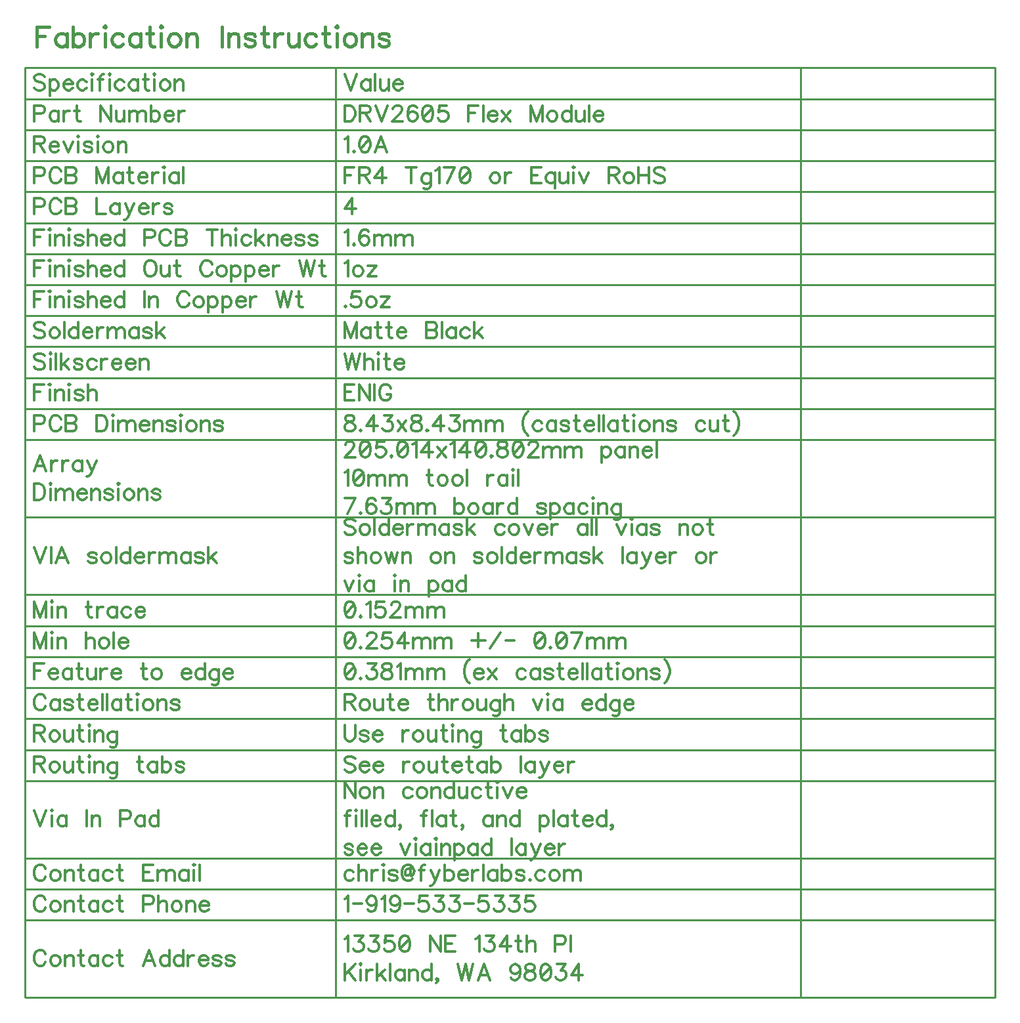
<source format=gbr>
G04 DipTrace 2.4.0.2*
%INFabricationInstructions.gbr*%
%MOIN*%
%ADD10C,0.0098*%
%ADD44C,0.0124*%
%ADD46C,0.0154*%
%FSLAX44Y44*%
G04*
G70*
G90*
G75*
G01*
%LNFabrication Instructions*%
%LPD*%
X82796Y52277D2*
D10*
X98544D1*
Y50702D1*
X82796D1*
Y52277D1*
Y50702D2*
X98544D1*
Y49128D1*
X82796D1*
Y50702D1*
Y49128D2*
X98544D1*
Y47553D1*
X82796D1*
Y49128D1*
Y47553D2*
X98544D1*
Y45978D1*
X82796D1*
Y47553D1*
Y45978D2*
X98544D1*
Y44403D1*
X82796D1*
Y45978D1*
Y44403D2*
X98544D1*
Y42828D1*
X82796D1*
Y44403D1*
Y42828D2*
X98544D1*
Y41254D1*
X82796D1*
Y42828D1*
Y41254D2*
X98544D1*
Y39679D1*
X82796D1*
Y41254D1*
Y39679D2*
X98544D1*
Y38104D1*
X82796D1*
Y39679D1*
Y38104D2*
X98544D1*
Y36529D1*
X82796D1*
Y38104D1*
Y36529D2*
X98544D1*
Y34954D1*
X82796D1*
Y36529D1*
Y34954D2*
X98544D1*
Y33380D1*
X82796D1*
Y34954D1*
Y33380D2*
X98544D1*
Y29443D1*
X82796D1*
Y33380D1*
Y29443D2*
X98544D1*
Y25506D1*
X82796D1*
Y29443D1*
Y25506D2*
X98544D1*
Y23931D1*
X82796D1*
Y25506D1*
Y23931D2*
X98544D1*
Y22361D1*
X82796D1*
Y23931D1*
Y22361D2*
X98544D1*
Y20786D1*
X82796D1*
Y22361D1*
Y20786D2*
X98544D1*
Y19211D1*
X82796D1*
Y20786D1*
Y19211D2*
X98544D1*
Y17636D1*
X82796D1*
Y19211D1*
Y17636D2*
X98544D1*
Y16066D1*
X82796D1*
Y17636D1*
Y16066D2*
X98544D1*
Y12129D1*
X82796D1*
Y16066D1*
Y12129D2*
X98544D1*
Y10555D1*
X82796D1*
Y12129D1*
Y10555D2*
X98544D1*
Y8980D1*
X82796D1*
Y10555D1*
Y8980D2*
X98544D1*
Y5040D1*
X82796D1*
Y8980D1*
X98544Y52277D2*
X122164D1*
Y50702D1*
X98544D1*
Y52277D1*
Y50702D2*
X122164D1*
Y49128D1*
X98544D1*
Y50702D1*
Y49128D2*
X122164D1*
Y47553D1*
X98544D1*
Y49128D1*
Y47553D2*
X122164D1*
Y45978D1*
X98544D1*
Y47553D1*
Y45978D2*
X122164D1*
Y44403D1*
X98544D1*
Y45978D1*
Y44403D2*
X122164D1*
Y42828D1*
X98544D1*
Y44403D1*
Y42828D2*
X122164D1*
Y41254D1*
X98544D1*
Y42828D1*
Y41254D2*
X122164D1*
Y39679D1*
X98544D1*
Y41254D1*
Y39679D2*
X122164D1*
Y38104D1*
X98544D1*
Y39679D1*
Y38104D2*
X122164D1*
Y36529D1*
X98544D1*
Y38104D1*
Y36529D2*
X122164D1*
Y34954D1*
X98544D1*
Y36529D1*
Y34954D2*
X122164D1*
Y33380D1*
X98544D1*
Y34954D1*
Y33380D2*
X122164D1*
Y29443D1*
X98544D1*
Y33380D1*
Y29443D2*
X122164D1*
Y25506D1*
X98544D1*
Y29443D1*
Y25506D2*
X122164D1*
Y23931D1*
X98544D1*
Y25506D1*
Y23931D2*
X122164D1*
Y22361D1*
X98544D1*
Y23931D1*
Y22361D2*
X122164D1*
Y20786D1*
X98544D1*
Y22361D1*
Y20786D2*
X122164D1*
Y19211D1*
X98544D1*
Y20786D1*
Y19211D2*
X122164D1*
Y17636D1*
X98544D1*
Y19211D1*
Y17636D2*
X122164D1*
Y16066D1*
X98544D1*
Y17636D1*
Y16066D2*
X122164D1*
Y12129D1*
X98544D1*
Y16066D1*
Y12129D2*
X122164D1*
Y10555D1*
X98544D1*
Y12129D1*
Y10555D2*
X122164D1*
Y8980D1*
X98544D1*
Y10555D1*
Y8980D2*
X122164D1*
Y5040D1*
X98544D1*
Y8980D1*
X122164Y52277D2*
X132006D1*
Y50702D1*
X122164D1*
Y52277D1*
Y50702D2*
X132006D1*
Y49128D1*
X122164D1*
Y50702D1*
Y49128D2*
X132006D1*
Y47553D1*
X122164D1*
Y49128D1*
Y47553D2*
X132006D1*
Y45978D1*
X122164D1*
Y47553D1*
Y45978D2*
X132006D1*
Y44403D1*
X122164D1*
Y45978D1*
Y44403D2*
X132006D1*
Y42828D1*
X122164D1*
Y44403D1*
Y42828D2*
X132006D1*
Y41254D1*
X122164D1*
Y42828D1*
Y41254D2*
X132006D1*
Y39679D1*
X122164D1*
Y41254D1*
Y39679D2*
X132006D1*
Y38104D1*
X122164D1*
Y39679D1*
Y38104D2*
X132006D1*
Y36529D1*
X122164D1*
Y38104D1*
Y36529D2*
X132006D1*
Y34954D1*
X122164D1*
Y36529D1*
Y34954D2*
X132006D1*
Y33380D1*
X122164D1*
Y34954D1*
Y33380D2*
X132006D1*
Y29443D1*
X122164D1*
Y33380D1*
Y29443D2*
X132006D1*
Y25506D1*
X122164D1*
Y29443D1*
Y25506D2*
X132006D1*
Y23931D1*
X122164D1*
Y25506D1*
Y23931D2*
X132006D1*
Y22361D1*
X122164D1*
Y23931D1*
Y22361D2*
X132006D1*
Y20786D1*
X122164D1*
Y22361D1*
Y20786D2*
X132006D1*
Y19211D1*
X122164D1*
Y20786D1*
Y19211D2*
X132006D1*
Y17636D1*
X122164D1*
Y19211D1*
Y17636D2*
X132006D1*
Y16066D1*
X122164D1*
Y17636D1*
Y16066D2*
X132006D1*
Y12129D1*
X122164D1*
Y16066D1*
Y12129D2*
X132006D1*
Y10555D1*
X122164D1*
Y12129D1*
Y10555D2*
X132006D1*
Y8980D1*
X122164D1*
Y10555D1*
Y8980D2*
X132006D1*
Y5040D1*
X122164D1*
Y8980D1*
X83787Y51825D2*
D44*
X83711Y51902D1*
X83596Y51940D1*
X83443D1*
X83328Y51902D1*
X83251Y51825D1*
Y51749D1*
X83290Y51672D1*
X83328Y51634D1*
X83404Y51596D1*
X83634Y51519D1*
X83711Y51481D1*
X83749Y51442D1*
X83787Y51366D1*
Y51251D1*
X83711Y51175D1*
X83596Y51136D1*
X83443D1*
X83328Y51175D1*
X83251Y51251D1*
X84034Y51672D2*
Y50868D1*
Y51557D2*
X84111Y51633D1*
X84187Y51672D1*
X84302D1*
X84379Y51633D1*
X84455Y51557D1*
X84494Y51442D1*
Y51365D1*
X84455Y51251D1*
X84379Y51174D1*
X84302Y51136D1*
X84187D1*
X84111Y51174D1*
X84034Y51251D1*
X84741Y51442D2*
X85200D1*
Y51519D1*
X85162Y51596D1*
X85124Y51634D1*
X85047Y51672D1*
X84932D1*
X84856Y51634D1*
X84779Y51557D1*
X84741Y51442D1*
Y51366D1*
X84779Y51251D1*
X84856Y51175D1*
X84932Y51136D1*
X85047D1*
X85124Y51175D1*
X85200Y51251D1*
X85907Y51557D2*
X85830Y51634D1*
X85753Y51672D1*
X85639D1*
X85562Y51634D1*
X85486Y51557D1*
X85447Y51442D1*
Y51366D1*
X85486Y51251D1*
X85562Y51175D1*
X85639Y51136D1*
X85753D1*
X85830Y51175D1*
X85907Y51251D1*
X86154Y51940D2*
X86192Y51902D1*
X86231Y51940D1*
X86192Y51979D1*
X86154Y51940D1*
X86192Y51672D2*
Y51136D1*
X86784Y51940D2*
X86708D1*
X86631Y51902D1*
X86593Y51787D1*
Y51136D1*
X86478Y51672D2*
X86746D1*
X87031Y51940D2*
X87069Y51902D1*
X87108Y51940D1*
X87069Y51979D1*
X87031Y51940D1*
X87069Y51672D2*
Y51136D1*
X87815Y51557D2*
X87738Y51634D1*
X87661Y51672D1*
X87547D1*
X87470Y51634D1*
X87394Y51557D1*
X87355Y51442D1*
Y51366D1*
X87394Y51251D1*
X87470Y51175D1*
X87547Y51136D1*
X87661D1*
X87738Y51175D1*
X87815Y51251D1*
X88521Y51672D2*
Y51136D1*
Y51557D2*
X88444Y51634D1*
X88368Y51672D1*
X88253D1*
X88177Y51634D1*
X88100Y51557D1*
X88062Y51442D1*
Y51366D1*
X88100Y51251D1*
X88177Y51175D1*
X88253Y51136D1*
X88368D1*
X88444Y51175D1*
X88521Y51251D1*
X88883Y51940D2*
Y51289D1*
X88921Y51175D1*
X88997Y51136D1*
X89074D1*
X88768Y51672D2*
X89035D1*
X89321Y51940D2*
X89359Y51902D1*
X89397Y51940D1*
X89359Y51979D1*
X89321Y51940D1*
X89359Y51672D2*
Y51136D1*
X89836Y51672D2*
X89759Y51634D1*
X89683Y51557D1*
X89645Y51442D1*
Y51366D1*
X89683Y51251D1*
X89759Y51175D1*
X89836Y51136D1*
X89950D1*
X90027Y51175D1*
X90103Y51251D1*
X90142Y51366D1*
Y51442D1*
X90103Y51557D1*
X90027Y51634D1*
X89950Y51672D1*
X89836D1*
X90389D2*
Y51136D1*
Y51519D2*
X90504Y51634D1*
X90581Y51672D1*
X90695D1*
X90772Y51634D1*
X90810Y51519D1*
Y51136D1*
X83251Y49944D2*
X83596D1*
X83710Y49982D1*
X83749Y50021D1*
X83787Y50097D1*
Y50212D1*
X83749Y50288D1*
X83710Y50327D1*
X83596Y50365D1*
X83251D1*
Y49561D1*
X84493Y50097D2*
Y49561D1*
Y49982D2*
X84417Y50059D1*
X84340Y50097D1*
X84226D1*
X84149Y50059D1*
X84073Y49982D1*
X84034Y49867D1*
Y49791D1*
X84073Y49676D1*
X84149Y49600D1*
X84226Y49561D1*
X84340D1*
X84417Y49600D1*
X84493Y49676D1*
X84740Y50097D2*
Y49561D1*
Y49867D2*
X84779Y49982D1*
X84855Y50059D1*
X84932Y50097D1*
X85047D1*
X85409Y50365D2*
Y49714D1*
X85447Y49600D1*
X85524Y49561D1*
X85600D1*
X85294Y50097D2*
X85562D1*
X87160Y50365D2*
Y49561D1*
X86625Y50365D1*
Y49561D1*
X87407Y50097D2*
Y49714D1*
X87445Y49600D1*
X87522Y49561D1*
X87637D1*
X87713Y49600D1*
X87828Y49714D1*
Y50097D2*
Y49561D1*
X88075Y50097D2*
Y49561D1*
Y49944D2*
X88190Y50059D1*
X88267Y50097D1*
X88381D1*
X88458Y50059D1*
X88496Y49944D1*
Y49561D1*
Y49944D2*
X88611Y50059D1*
X88688Y50097D1*
X88802D1*
X88879Y50059D1*
X88918Y49944D1*
Y49561D1*
X89165Y50365D2*
Y49561D1*
Y49982D2*
X89242Y50059D1*
X89318Y50097D1*
X89433D1*
X89509Y50059D1*
X89586Y49982D1*
X89624Y49867D1*
Y49791D1*
X89586Y49676D1*
X89509Y49600D1*
X89433Y49561D1*
X89318D1*
X89242Y49600D1*
X89165Y49676D1*
X89871Y49867D2*
X90330D1*
Y49944D1*
X90292Y50021D1*
X90254Y50059D1*
X90177Y50097D1*
X90062D1*
X89986Y50059D1*
X89909Y49982D1*
X89871Y49867D1*
Y49791D1*
X89909Y49676D1*
X89986Y49600D1*
X90062Y49561D1*
X90177D1*
X90254Y49600D1*
X90330Y49676D1*
X90577Y50097D2*
Y49561D1*
Y49867D2*
X90616Y49982D1*
X90692Y50059D1*
X90769Y50097D1*
X90884D1*
X83251Y48407D2*
X83595D1*
X83710Y48446D1*
X83749Y48484D1*
X83787Y48560D1*
Y48637D1*
X83749Y48713D1*
X83710Y48752D1*
X83595Y48790D1*
X83251D1*
Y47987D1*
X83519Y48407D2*
X83787Y47987D1*
X84034Y48293D2*
X84493D1*
Y48369D1*
X84455Y48446D1*
X84417Y48484D1*
X84340Y48522D1*
X84225D1*
X84149Y48484D1*
X84072Y48407D1*
X84034Y48293D1*
Y48216D1*
X84072Y48101D1*
X84149Y48025D1*
X84225Y47987D1*
X84340D1*
X84417Y48025D1*
X84493Y48101D1*
X84740Y48522D2*
X84970Y47987D1*
X85199Y48522D1*
X85446Y48790D2*
X85484Y48752D1*
X85523Y48790D1*
X85484Y48829D1*
X85446Y48790D1*
X85484Y48522D2*
Y47987D1*
X86191Y48407D2*
X86153Y48484D1*
X86038Y48522D1*
X85923D1*
X85808Y48484D1*
X85770Y48407D1*
X85808Y48331D1*
X85885Y48293D1*
X86076Y48254D1*
X86153Y48216D1*
X86191Y48140D1*
Y48101D1*
X86153Y48025D1*
X86038Y47987D1*
X85923D1*
X85808Y48025D1*
X85770Y48101D1*
X86438Y48790D2*
X86476Y48752D1*
X86515Y48790D1*
X86476Y48829D1*
X86438Y48790D1*
X86476Y48522D2*
Y47987D1*
X86953Y48522D2*
X86877Y48484D1*
X86800Y48407D1*
X86762Y48293D1*
Y48216D1*
X86800Y48101D1*
X86877Y48025D1*
X86953Y47987D1*
X87068D1*
X87145Y48025D1*
X87221Y48101D1*
X87260Y48216D1*
Y48293D1*
X87221Y48407D1*
X87145Y48484D1*
X87068Y48522D1*
X86953D1*
X87507D2*
Y47987D1*
Y48369D2*
X87622Y48484D1*
X87699Y48522D1*
X87813D1*
X87890Y48484D1*
X87928Y48369D1*
Y47987D1*
X83251Y46795D2*
X83596D1*
X83710Y46833D1*
X83749Y46872D1*
X83787Y46948D1*
Y47063D1*
X83749Y47139D1*
X83710Y47178D1*
X83596Y47216D1*
X83251D1*
Y46412D1*
X84608Y47025D2*
X84570Y47101D1*
X84493Y47178D1*
X84417Y47216D1*
X84264D1*
X84187Y47178D1*
X84111Y47101D1*
X84072Y47025D1*
X84034Y46910D1*
Y46718D1*
X84072Y46604D1*
X84111Y46527D1*
X84187Y46451D1*
X84264Y46412D1*
X84417D1*
X84493Y46451D1*
X84570Y46527D1*
X84608Y46604D1*
X84855Y47216D2*
Y46412D1*
X85200D1*
X85315Y46451D1*
X85353Y46489D1*
X85391Y46565D1*
Y46680D1*
X85353Y46757D1*
X85315Y46795D1*
X85200Y46833D1*
X85315Y46872D1*
X85353Y46910D1*
X85391Y46986D1*
Y47063D1*
X85353Y47139D1*
X85315Y47178D1*
X85200Y47216D1*
X84855D1*
Y46833D2*
X85200D1*
X87027Y46412D2*
Y47216D1*
X86721Y46412D1*
X86416Y47216D1*
Y46412D1*
X87733Y46948D2*
Y46412D1*
Y46833D2*
X87657Y46910D1*
X87580Y46948D1*
X87466D1*
X87389Y46910D1*
X87313Y46833D1*
X87274Y46718D1*
Y46642D1*
X87313Y46527D1*
X87389Y46451D1*
X87466Y46412D1*
X87580D1*
X87657Y46451D1*
X87733Y46527D1*
X88095Y47216D2*
Y46565D1*
X88133Y46451D1*
X88210Y46412D1*
X88286D1*
X87980Y46948D2*
X88248D1*
X88533Y46718D2*
X88992D1*
Y46795D1*
X88954Y46872D1*
X88916Y46910D1*
X88839Y46948D1*
X88724D1*
X88648Y46910D1*
X88572Y46833D1*
X88533Y46718D1*
Y46642D1*
X88572Y46527D1*
X88648Y46451D1*
X88724Y46412D1*
X88839D1*
X88916Y46451D1*
X88992Y46527D1*
X89239Y46948D2*
Y46412D1*
Y46718D2*
X89278Y46833D1*
X89354Y46910D1*
X89431Y46948D1*
X89546D1*
X89793Y47216D2*
X89831Y47178D1*
X89870Y47216D1*
X89831Y47254D1*
X89793Y47216D1*
X89831Y46948D2*
Y46412D1*
X90576Y46948D2*
Y46412D1*
Y46833D2*
X90500Y46910D1*
X90423Y46948D1*
X90309D1*
X90232Y46910D1*
X90156Y46833D1*
X90117Y46718D1*
Y46642D1*
X90156Y46527D1*
X90232Y46451D1*
X90309Y46412D1*
X90423D1*
X90500Y46451D1*
X90576Y46527D1*
X90823Y47216D2*
Y46412D1*
X83251Y45220D2*
X83596D1*
X83710Y45258D1*
X83749Y45297D1*
X83787Y45373D1*
Y45488D1*
X83749Y45564D1*
X83710Y45603D1*
X83596Y45641D1*
X83251D1*
Y44837D1*
X84608Y45450D2*
X84570Y45526D1*
X84493Y45603D1*
X84417Y45641D1*
X84264D1*
X84187Y45603D1*
X84111Y45526D1*
X84072Y45450D1*
X84034Y45335D1*
Y45143D1*
X84072Y45029D1*
X84111Y44952D1*
X84187Y44876D1*
X84264Y44837D1*
X84417D1*
X84493Y44876D1*
X84570Y44952D1*
X84608Y45029D1*
X84855Y45641D2*
Y44837D1*
X85200D1*
X85315Y44876D1*
X85353Y44914D1*
X85391Y44990D1*
Y45105D1*
X85353Y45182D1*
X85315Y45220D1*
X85200Y45258D1*
X85315Y45297D1*
X85353Y45335D1*
X85391Y45411D1*
Y45488D1*
X85353Y45564D1*
X85315Y45603D1*
X85200Y45641D1*
X84855D1*
Y45258D2*
X85200D1*
X86416Y45641D2*
Y44837D1*
X86874D1*
X87580Y45373D2*
Y44837D1*
Y45258D2*
X87504Y45335D1*
X87427Y45373D1*
X87313D1*
X87236Y45335D1*
X87160Y45258D1*
X87122Y45143D1*
Y45067D1*
X87160Y44952D1*
X87236Y44876D1*
X87313Y44837D1*
X87427D1*
X87504Y44876D1*
X87580Y44952D1*
X87866Y45373D2*
X88095Y44837D1*
X88019Y44684D1*
X87942Y44607D1*
X87866Y44569D1*
X87827D1*
X88325Y45373D2*
X88095Y44837D1*
X88572Y45143D2*
X89031D1*
Y45220D1*
X88993Y45297D1*
X88955Y45335D1*
X88878Y45373D1*
X88763D1*
X88687Y45335D1*
X88610Y45258D1*
X88572Y45143D1*
Y45067D1*
X88610Y44952D1*
X88687Y44876D1*
X88763Y44837D1*
X88878D1*
X88955Y44876D1*
X89031Y44952D1*
X89278Y45373D2*
Y44837D1*
Y45143D2*
X89317Y45258D1*
X89393Y45335D1*
X89470Y45373D1*
X89585D1*
X90253Y45258D2*
X90215Y45335D1*
X90100Y45373D1*
X89985D1*
X89870Y45335D1*
X89832Y45258D1*
X89870Y45182D1*
X89947Y45143D1*
X90138Y45105D1*
X90215Y45067D1*
X90253Y44990D1*
Y44952D1*
X90215Y44876D1*
X90100Y44837D1*
X89985D1*
X89870Y44876D1*
X89832Y44952D1*
X83749Y44066D2*
X83251D1*
Y43262D1*
Y43683D2*
X83557D1*
X83996Y44066D2*
X84034Y44028D1*
X84073Y44066D1*
X84034Y44105D1*
X83996Y44066D1*
X84034Y43798D2*
Y43262D1*
X84320Y43798D2*
Y43262D1*
Y43645D2*
X84435Y43760D1*
X84512Y43798D1*
X84626D1*
X84703Y43760D1*
X84741Y43645D1*
Y43262D1*
X84988Y44066D2*
X85026Y44028D1*
X85065Y44066D1*
X85026Y44105D1*
X84988Y44066D1*
X85026Y43798D2*
Y43262D1*
X85733Y43683D2*
X85695Y43760D1*
X85580Y43798D1*
X85465D1*
X85350Y43760D1*
X85312Y43683D1*
X85350Y43607D1*
X85427Y43568D1*
X85618Y43530D1*
X85695Y43492D1*
X85733Y43415D1*
Y43377D1*
X85695Y43301D1*
X85580Y43262D1*
X85465D1*
X85350Y43301D1*
X85312Y43377D1*
X85980Y44066D2*
Y43262D1*
Y43645D2*
X86095Y43760D1*
X86172Y43798D1*
X86287D1*
X86363Y43760D1*
X86401Y43645D1*
Y43262D1*
X86648Y43568D2*
X87107D1*
Y43645D1*
X87069Y43722D1*
X87031Y43760D1*
X86954Y43798D1*
X86839D1*
X86763Y43760D1*
X86686Y43683D1*
X86648Y43568D1*
Y43492D1*
X86686Y43377D1*
X86763Y43301D1*
X86839Y43262D1*
X86954D1*
X87031Y43301D1*
X87107Y43377D1*
X87813Y44066D2*
Y43262D1*
Y43683D2*
X87737Y43760D1*
X87660Y43798D1*
X87545D1*
X87469Y43760D1*
X87392Y43683D1*
X87354Y43568D1*
Y43492D1*
X87392Y43377D1*
X87469Y43301D1*
X87545Y43262D1*
X87660D1*
X87737Y43301D1*
X87813Y43377D1*
X88837Y43645D2*
X89182D1*
X89296Y43683D1*
X89335Y43722D1*
X89373Y43798D1*
Y43913D1*
X89335Y43989D1*
X89296Y44028D1*
X89182Y44066D1*
X88837D1*
Y43262D1*
X90194Y43875D2*
X90156Y43951D1*
X90079Y44028D1*
X90003Y44066D1*
X89850D1*
X89773Y44028D1*
X89697Y43951D1*
X89658Y43875D1*
X89620Y43760D1*
Y43568D1*
X89658Y43454D1*
X89697Y43377D1*
X89773Y43301D1*
X89850Y43262D1*
X90003D1*
X90079Y43301D1*
X90156Y43377D1*
X90194Y43454D1*
X90441Y44066D2*
Y43262D1*
X90786D1*
X90901Y43301D1*
X90939Y43339D1*
X90977Y43415D1*
Y43530D1*
X90939Y43607D1*
X90901Y43645D1*
X90786Y43683D1*
X90901Y43722D1*
X90939Y43760D1*
X90977Y43836D1*
Y43913D1*
X90939Y43989D1*
X90901Y44028D1*
X90786Y44066D1*
X90441D1*
Y43683D2*
X90786D1*
X92270Y44066D2*
Y43262D1*
X92002Y44066D2*
X92538D1*
X92785D2*
Y43262D1*
Y43645D2*
X92900Y43760D1*
X92977Y43798D1*
X93092D1*
X93168Y43760D1*
X93206Y43645D1*
Y43262D1*
X93453Y44066D2*
X93491Y44028D1*
X93530Y44066D1*
X93491Y44105D1*
X93453Y44066D1*
X93491Y43798D2*
Y43262D1*
X94236Y43683D2*
X94160Y43760D1*
X94083Y43798D1*
X93969D1*
X93892Y43760D1*
X93816Y43683D1*
X93777Y43568D1*
Y43492D1*
X93816Y43377D1*
X93892Y43301D1*
X93969Y43262D1*
X94083D1*
X94160Y43301D1*
X94236Y43377D1*
X94484Y44066D2*
Y43262D1*
X94866Y43798D2*
X94484Y43415D1*
X94637Y43568D2*
X94904Y43262D1*
X95151Y43798D2*
Y43262D1*
Y43645D2*
X95266Y43760D1*
X95343Y43798D1*
X95457D1*
X95534Y43760D1*
X95572Y43645D1*
Y43262D1*
X95819Y43568D2*
X96278D1*
Y43645D1*
X96240Y43722D1*
X96202Y43760D1*
X96125Y43798D1*
X96010D1*
X95934Y43760D1*
X95857Y43683D1*
X95819Y43568D1*
Y43492D1*
X95857Y43377D1*
X95934Y43301D1*
X96010Y43262D1*
X96125D1*
X96202Y43301D1*
X96278Y43377D1*
X96946Y43683D2*
X96908Y43760D1*
X96793Y43798D1*
X96678D1*
X96563Y43760D1*
X96525Y43683D1*
X96563Y43607D1*
X96640Y43568D1*
X96831Y43530D1*
X96908Y43492D1*
X96946Y43415D1*
Y43377D1*
X96908Y43301D1*
X96793Y43262D1*
X96678D1*
X96563Y43301D1*
X96525Y43377D1*
X97614Y43683D2*
X97576Y43760D1*
X97461Y43798D1*
X97346D1*
X97231Y43760D1*
X97193Y43683D1*
X97231Y43607D1*
X97308Y43568D1*
X97499Y43530D1*
X97576Y43492D1*
X97614Y43415D1*
Y43377D1*
X97576Y43301D1*
X97461Y43262D1*
X97346D1*
X97231Y43301D1*
X97193Y43377D1*
X83749Y42491D2*
X83251D1*
Y41687D1*
Y42108D2*
X83557D1*
X83996Y42491D2*
X84034Y42453D1*
X84073Y42491D1*
X84034Y42530D1*
X83996Y42491D1*
X84034Y42223D2*
Y41687D1*
X84320Y42223D2*
Y41687D1*
Y42070D2*
X84435Y42185D1*
X84512Y42223D1*
X84626D1*
X84703Y42185D1*
X84741Y42070D1*
Y41687D1*
X84988Y42491D2*
X85026Y42453D1*
X85065Y42491D1*
X85026Y42530D1*
X84988Y42491D1*
X85026Y42223D2*
Y41687D1*
X85733Y42108D2*
X85695Y42185D1*
X85580Y42223D1*
X85465D1*
X85350Y42185D1*
X85312Y42108D1*
X85350Y42032D1*
X85427Y41993D1*
X85618Y41955D1*
X85695Y41917D1*
X85733Y41840D1*
Y41802D1*
X85695Y41726D1*
X85580Y41687D1*
X85465D1*
X85350Y41726D1*
X85312Y41802D1*
X85980Y42491D2*
Y41687D1*
Y42070D2*
X86095Y42185D1*
X86172Y42223D1*
X86287D1*
X86363Y42185D1*
X86401Y42070D1*
Y41687D1*
X86648Y41993D2*
X87107D1*
Y42070D1*
X87069Y42147D1*
X87031Y42185D1*
X86954Y42223D1*
X86839D1*
X86763Y42185D1*
X86686Y42108D1*
X86648Y41993D1*
Y41917D1*
X86686Y41802D1*
X86763Y41726D1*
X86839Y41687D1*
X86954D1*
X87031Y41726D1*
X87107Y41802D1*
X87813Y42491D2*
Y41687D1*
Y42108D2*
X87737Y42185D1*
X87660Y42223D1*
X87545D1*
X87469Y42185D1*
X87392Y42108D1*
X87354Y41993D1*
Y41917D1*
X87392Y41802D1*
X87469Y41726D1*
X87545Y41687D1*
X87660D1*
X87737Y41726D1*
X87813Y41802D1*
X89067Y42491D2*
X88990Y42453D1*
X88914Y42376D1*
X88875Y42300D1*
X88837Y42185D1*
Y41993D1*
X88875Y41879D1*
X88914Y41802D1*
X88990Y41726D1*
X89067Y41687D1*
X89220D1*
X89296Y41726D1*
X89373Y41802D1*
X89411Y41879D1*
X89449Y41993D1*
Y42185D1*
X89411Y42300D1*
X89373Y42376D1*
X89296Y42453D1*
X89220Y42491D1*
X89067D1*
X89696Y42223D2*
Y41840D1*
X89734Y41726D1*
X89811Y41687D1*
X89926D1*
X90002Y41726D1*
X90117Y41840D1*
Y42223D2*
Y41687D1*
X90479Y42491D2*
Y41840D1*
X90517Y41726D1*
X90594Y41687D1*
X90670D1*
X90364Y42223D2*
X90632D1*
X92269Y42300D2*
X92231Y42376D1*
X92154Y42453D1*
X92078Y42491D1*
X91925D1*
X91848Y42453D1*
X91772Y42376D1*
X91733Y42300D1*
X91695Y42185D1*
Y41993D1*
X91733Y41879D1*
X91772Y41802D1*
X91848Y41726D1*
X91925Y41687D1*
X92078D1*
X92154Y41726D1*
X92231Y41802D1*
X92269Y41879D1*
X92707Y42223D2*
X92631Y42185D1*
X92554Y42108D1*
X92516Y41993D1*
Y41917D1*
X92554Y41802D1*
X92631Y41726D1*
X92707Y41687D1*
X92822D1*
X92899Y41726D1*
X92975Y41802D1*
X93014Y41917D1*
Y41993D1*
X92975Y42108D1*
X92899Y42185D1*
X92822Y42223D1*
X92707D1*
X93261D2*
Y41419D1*
Y42108D2*
X93338Y42184D1*
X93414Y42223D1*
X93529D1*
X93606Y42184D1*
X93682Y42108D1*
X93721Y41993D1*
Y41916D1*
X93682Y41802D1*
X93606Y41725D1*
X93529Y41687D1*
X93414D1*
X93338Y41725D1*
X93261Y41802D1*
X93968Y42223D2*
Y41419D1*
Y42108D2*
X94045Y42184D1*
X94121Y42223D1*
X94236D1*
X94313Y42184D1*
X94389Y42108D1*
X94428Y41993D1*
Y41916D1*
X94389Y41802D1*
X94313Y41725D1*
X94236Y41687D1*
X94121D1*
X94045Y41725D1*
X93968Y41802D1*
X94675Y41993D2*
X95133D1*
Y42070D1*
X95095Y42147D1*
X95057Y42185D1*
X94981Y42223D1*
X94866D1*
X94789Y42185D1*
X94713Y42108D1*
X94675Y41993D1*
Y41917D1*
X94713Y41802D1*
X94789Y41726D1*
X94866Y41687D1*
X94981D1*
X95057Y41726D1*
X95133Y41802D1*
X95381Y42223D2*
Y41687D1*
Y41993D2*
X95419Y42108D1*
X95495Y42185D1*
X95572Y42223D1*
X95687D1*
X96712Y42491D2*
X96904Y41687D1*
X97095Y42491D1*
X97286Y41687D1*
X97478Y42491D1*
X97840D2*
Y41840D1*
X97878Y41726D1*
X97955Y41687D1*
X98031D1*
X97725Y42223D2*
X97993D1*
X83749Y40916D2*
X83251D1*
Y40113D1*
Y40533D2*
X83557D1*
X83996Y40916D2*
X84034Y40878D1*
X84073Y40916D1*
X84034Y40955D1*
X83996Y40916D1*
X84034Y40648D2*
Y40113D1*
X84320Y40648D2*
Y40113D1*
Y40495D2*
X84435Y40610D1*
X84512Y40648D1*
X84626D1*
X84703Y40610D1*
X84741Y40495D1*
Y40113D1*
X84988Y40916D2*
X85026Y40878D1*
X85065Y40916D1*
X85026Y40955D1*
X84988Y40916D1*
X85026Y40648D2*
Y40113D1*
X85733Y40533D2*
X85695Y40610D1*
X85580Y40648D1*
X85465D1*
X85350Y40610D1*
X85312Y40533D1*
X85350Y40457D1*
X85427Y40418D1*
X85618Y40380D1*
X85695Y40342D1*
X85733Y40266D1*
Y40227D1*
X85695Y40151D1*
X85580Y40113D1*
X85465D1*
X85350Y40151D1*
X85312Y40227D1*
X85980Y40916D2*
Y40113D1*
Y40495D2*
X86095Y40610D1*
X86172Y40648D1*
X86287D1*
X86363Y40610D1*
X86401Y40495D1*
Y40113D1*
X86648Y40418D2*
X87107D1*
Y40495D1*
X87069Y40572D1*
X87031Y40610D1*
X86954Y40648D1*
X86839D1*
X86763Y40610D1*
X86686Y40533D1*
X86648Y40418D1*
Y40342D1*
X86686Y40227D1*
X86763Y40151D1*
X86839Y40113D1*
X86954D1*
X87031Y40151D1*
X87107Y40227D1*
X87813Y40916D2*
Y40113D1*
Y40533D2*
X87737Y40610D1*
X87660Y40648D1*
X87545D1*
X87469Y40610D1*
X87392Y40533D1*
X87354Y40418D1*
Y40342D1*
X87392Y40227D1*
X87469Y40151D1*
X87545Y40113D1*
X87660D1*
X87737Y40151D1*
X87813Y40227D1*
X88837Y40916D2*
Y40113D1*
X89084Y40648D2*
Y40113D1*
Y40495D2*
X89199Y40610D1*
X89276Y40648D1*
X89390D1*
X89467Y40610D1*
X89505Y40495D1*
Y40113D1*
X91104Y40725D2*
X91066Y40801D1*
X90989Y40878D1*
X90913Y40916D1*
X90760D1*
X90683Y40878D1*
X90607Y40801D1*
X90568Y40725D1*
X90530Y40610D1*
Y40418D1*
X90568Y40304D1*
X90607Y40227D1*
X90683Y40151D1*
X90760Y40113D1*
X90913D1*
X90989Y40151D1*
X91066Y40227D1*
X91104Y40304D1*
X91542Y40648D2*
X91466Y40610D1*
X91389Y40533D1*
X91351Y40418D1*
Y40342D1*
X91389Y40227D1*
X91466Y40151D1*
X91542Y40113D1*
X91657D1*
X91734Y40151D1*
X91810Y40227D1*
X91849Y40342D1*
Y40418D1*
X91810Y40533D1*
X91734Y40610D1*
X91657Y40648D1*
X91542D1*
X92096D2*
Y39845D1*
Y40533D2*
X92173Y40610D1*
X92249Y40648D1*
X92364D1*
X92441Y40610D1*
X92517Y40533D1*
X92556Y40418D1*
Y40342D1*
X92517Y40227D1*
X92441Y40151D1*
X92364Y40113D1*
X92249D1*
X92173Y40151D1*
X92096Y40227D1*
X92803Y40648D2*
Y39845D1*
Y40533D2*
X92880Y40610D1*
X92956Y40648D1*
X93071D1*
X93148Y40610D1*
X93224Y40533D1*
X93263Y40418D1*
Y40342D1*
X93224Y40227D1*
X93148Y40151D1*
X93071Y40113D1*
X92956D1*
X92880Y40151D1*
X92803Y40227D1*
X93510Y40418D2*
X93969D1*
Y40495D1*
X93931Y40572D1*
X93893Y40610D1*
X93816Y40648D1*
X93701D1*
X93625Y40610D1*
X93548Y40533D1*
X93510Y40418D1*
Y40342D1*
X93548Y40227D1*
X93625Y40151D1*
X93701Y40113D1*
X93816D1*
X93893Y40151D1*
X93969Y40227D1*
X94216Y40648D2*
Y40113D1*
Y40418D2*
X94254Y40533D1*
X94331Y40610D1*
X94407Y40648D1*
X94522D1*
X95547Y40916D2*
X95739Y40113D1*
X95930Y40916D1*
X96121Y40113D1*
X96313Y40916D1*
X96675D2*
Y40266D1*
X96713Y40151D1*
X96790Y40113D1*
X96866D1*
X96560Y40648D2*
X96828D1*
X83787Y39227D2*
X83711Y39304D1*
X83596Y39342D1*
X83443D1*
X83328Y39304D1*
X83251Y39227D1*
Y39151D1*
X83290Y39074D1*
X83328Y39036D1*
X83404Y38998D1*
X83634Y38921D1*
X83711Y38883D1*
X83749Y38844D1*
X83787Y38768D1*
Y38653D1*
X83711Y38577D1*
X83596Y38538D1*
X83443D1*
X83328Y38577D1*
X83251Y38653D1*
X84225Y39074D2*
X84149Y39036D1*
X84072Y38959D1*
X84034Y38844D1*
Y38768D1*
X84072Y38653D1*
X84149Y38577D1*
X84225Y38538D1*
X84340D1*
X84417Y38577D1*
X84493Y38653D1*
X84532Y38768D1*
Y38844D1*
X84493Y38959D1*
X84417Y39036D1*
X84340Y39074D1*
X84225D1*
X84779Y39342D2*
Y38538D1*
X85485Y39342D2*
Y38538D1*
Y38959D2*
X85409Y39036D1*
X85332Y39074D1*
X85217D1*
X85141Y39036D1*
X85064Y38959D1*
X85026Y38844D1*
Y38768D1*
X85064Y38653D1*
X85141Y38577D1*
X85217Y38538D1*
X85332D1*
X85409Y38577D1*
X85485Y38653D1*
X85732Y38844D2*
X86191D1*
Y38921D1*
X86153Y38998D1*
X86115Y39036D1*
X86038Y39074D1*
X85923D1*
X85847Y39036D1*
X85770Y38959D1*
X85732Y38844D1*
Y38768D1*
X85770Y38653D1*
X85847Y38577D1*
X85923Y38538D1*
X86038D1*
X86115Y38577D1*
X86191Y38653D1*
X86438Y39074D2*
Y38538D1*
Y38844D2*
X86477Y38959D1*
X86553Y39036D1*
X86630Y39074D1*
X86745D1*
X86992D2*
Y38538D1*
Y38921D2*
X87107Y39036D1*
X87184Y39074D1*
X87298D1*
X87375Y39036D1*
X87413Y38921D1*
Y38538D1*
Y38921D2*
X87528Y39036D1*
X87605Y39074D1*
X87719D1*
X87796Y39036D1*
X87835Y38921D1*
Y38538D1*
X88541Y39074D2*
Y38538D1*
Y38959D2*
X88465Y39036D1*
X88388Y39074D1*
X88273D1*
X88197Y39036D1*
X88121Y38959D1*
X88082Y38844D1*
Y38768D1*
X88121Y38653D1*
X88197Y38577D1*
X88273Y38538D1*
X88388D1*
X88465Y38577D1*
X88541Y38653D1*
X89209Y38959D2*
X89170Y39036D1*
X89056Y39074D1*
X88941D1*
X88826Y39036D1*
X88788Y38959D1*
X88826Y38883D1*
X88903Y38844D1*
X89094Y38806D1*
X89170Y38768D1*
X89209Y38691D1*
Y38653D1*
X89170Y38577D1*
X89056Y38538D1*
X88941D1*
X88826Y38577D1*
X88788Y38653D1*
X89456Y39342D2*
Y38538D1*
X89838Y39074D2*
X89456Y38691D1*
X89609Y38844D2*
X89876Y38538D1*
X83787Y37652D2*
X83711Y37729D1*
X83596Y37767D1*
X83443D1*
X83328Y37729D1*
X83251Y37652D1*
Y37576D1*
X83290Y37499D1*
X83328Y37461D1*
X83404Y37423D1*
X83634Y37346D1*
X83711Y37308D1*
X83749Y37269D1*
X83787Y37193D1*
Y37078D1*
X83711Y37002D1*
X83596Y36963D1*
X83443D1*
X83328Y37002D1*
X83251Y37078D1*
X84034Y37767D2*
X84072Y37729D1*
X84111Y37767D1*
X84072Y37806D1*
X84034Y37767D1*
X84072Y37499D2*
Y36963D1*
X84358Y37767D2*
Y36963D1*
X84605Y37767D2*
Y36963D1*
X84988Y37499D2*
X84605Y37116D1*
X84758Y37269D2*
X85026Y36963D1*
X85694Y37384D2*
X85656Y37461D1*
X85541Y37499D1*
X85426D1*
X85311Y37461D1*
X85273Y37384D1*
X85311Y37308D1*
X85388Y37269D1*
X85579Y37231D1*
X85656Y37193D1*
X85694Y37116D1*
Y37078D1*
X85656Y37002D1*
X85541Y36963D1*
X85426D1*
X85311Y37002D1*
X85273Y37078D1*
X86401Y37384D2*
X86324Y37461D1*
X86247Y37499D1*
X86133D1*
X86056Y37461D1*
X85980Y37384D1*
X85941Y37269D1*
Y37193D1*
X85980Y37078D1*
X86056Y37002D1*
X86133Y36963D1*
X86247D1*
X86324Y37002D1*
X86401Y37078D1*
X86648Y37499D2*
Y36963D1*
Y37269D2*
X86687Y37384D1*
X86763Y37461D1*
X86840Y37499D1*
X86955D1*
X87202Y37269D2*
X87661D1*
Y37346D1*
X87623Y37423D1*
X87585Y37461D1*
X87508Y37499D1*
X87393D1*
X87317Y37461D1*
X87240Y37384D1*
X87202Y37269D1*
Y37193D1*
X87240Y37078D1*
X87317Y37002D1*
X87393Y36963D1*
X87508D1*
X87585Y37002D1*
X87661Y37078D1*
X87908Y37269D2*
X88367D1*
Y37346D1*
X88329Y37423D1*
X88291Y37461D1*
X88214Y37499D1*
X88099D1*
X88023Y37461D1*
X87946Y37384D1*
X87908Y37269D1*
Y37193D1*
X87946Y37078D1*
X88023Y37002D1*
X88099Y36963D1*
X88214D1*
X88291Y37002D1*
X88367Y37078D1*
X88614Y37499D2*
Y36963D1*
Y37346D2*
X88729Y37461D1*
X88806Y37499D1*
X88920D1*
X88997Y37461D1*
X89035Y37346D1*
Y36963D1*
X83749Y36192D2*
X83251D1*
Y35388D1*
Y35809D2*
X83557D1*
X83996Y36192D2*
X84034Y36154D1*
X84073Y36192D1*
X84034Y36231D1*
X83996Y36192D1*
X84034Y35924D2*
Y35388D1*
X84320Y35924D2*
Y35388D1*
Y35771D2*
X84435Y35886D1*
X84512Y35924D1*
X84626D1*
X84703Y35886D1*
X84741Y35771D1*
Y35388D1*
X84988Y36192D2*
X85026Y36154D1*
X85065Y36192D1*
X85026Y36231D1*
X84988Y36192D1*
X85026Y35924D2*
Y35388D1*
X85733Y35809D2*
X85695Y35886D1*
X85580Y35924D1*
X85465D1*
X85350Y35886D1*
X85312Y35809D1*
X85350Y35733D1*
X85427Y35694D1*
X85618Y35656D1*
X85695Y35618D1*
X85733Y35541D1*
Y35503D1*
X85695Y35427D1*
X85580Y35388D1*
X85465D1*
X85350Y35427D1*
X85312Y35503D1*
X85980Y36192D2*
Y35388D1*
Y35771D2*
X86095Y35886D1*
X86172Y35924D1*
X86287D1*
X86363Y35886D1*
X86401Y35771D1*
Y35388D1*
X83251Y34196D2*
X83596D1*
X83710Y34234D1*
X83749Y34273D1*
X83787Y34349D1*
Y34464D1*
X83749Y34540D1*
X83710Y34579D1*
X83596Y34617D1*
X83251D1*
Y33813D1*
X84608Y34426D2*
X84570Y34502D1*
X84493Y34579D1*
X84417Y34617D1*
X84264D1*
X84187Y34579D1*
X84111Y34502D1*
X84072Y34426D1*
X84034Y34311D1*
Y34119D1*
X84072Y34005D1*
X84111Y33928D1*
X84187Y33852D1*
X84264Y33813D1*
X84417D1*
X84493Y33852D1*
X84570Y33928D1*
X84608Y34005D1*
X84855Y34617D2*
Y33813D1*
X85200D1*
X85315Y33852D1*
X85353Y33890D1*
X85391Y33966D1*
Y34081D1*
X85353Y34158D1*
X85315Y34196D1*
X85200Y34234D1*
X85315Y34273D1*
X85353Y34311D1*
X85391Y34387D1*
Y34464D1*
X85353Y34540D1*
X85315Y34579D1*
X85200Y34617D1*
X84855D1*
Y34234D2*
X85200D1*
X86416Y34617D2*
Y33813D1*
X86683D1*
X86798Y33852D1*
X86875Y33928D1*
X86913Y34005D1*
X86951Y34119D1*
Y34311D1*
X86913Y34426D1*
X86875Y34502D1*
X86798Y34579D1*
X86683Y34617D1*
X86416D1*
X87198D2*
X87236Y34579D1*
X87275Y34617D1*
X87236Y34656D1*
X87198Y34617D1*
X87236Y34349D2*
Y33813D1*
X87522Y34349D2*
Y33813D1*
Y34196D2*
X87637Y34311D1*
X87714Y34349D1*
X87828D1*
X87905Y34311D1*
X87943Y34196D1*
Y33813D1*
Y34196D2*
X88058Y34311D1*
X88135Y34349D1*
X88249D1*
X88326Y34311D1*
X88365Y34196D1*
Y33813D1*
X88612Y34119D2*
X89071D1*
Y34196D1*
X89033Y34273D1*
X88995Y34311D1*
X88918Y34349D1*
X88803D1*
X88727Y34311D1*
X88650Y34234D1*
X88612Y34119D1*
Y34043D1*
X88650Y33928D1*
X88727Y33852D1*
X88803Y33813D1*
X88918D1*
X88995Y33852D1*
X89071Y33928D1*
X89318Y34349D2*
Y33813D1*
Y34196D2*
X89433Y34311D1*
X89510Y34349D1*
X89624D1*
X89701Y34311D1*
X89739Y34196D1*
Y33813D1*
X90407Y34234D2*
X90369Y34311D1*
X90254Y34349D1*
X90139D1*
X90024Y34311D1*
X89986Y34234D1*
X90024Y34158D1*
X90101Y34119D1*
X90292Y34081D1*
X90369Y34043D1*
X90407Y33966D1*
Y33928D1*
X90369Y33852D1*
X90254Y33813D1*
X90139D1*
X90024Y33852D1*
X89986Y33928D1*
X90654Y34617D2*
X90692Y34579D1*
X90731Y34617D1*
X90692Y34656D1*
X90654Y34617D1*
X90692Y34349D2*
Y33813D1*
X91169Y34349D2*
X91093Y34311D1*
X91016Y34234D1*
X90978Y34119D1*
Y34043D1*
X91016Y33928D1*
X91093Y33852D1*
X91169Y33813D1*
X91284D1*
X91361Y33852D1*
X91437Y33928D1*
X91476Y34043D1*
Y34119D1*
X91437Y34234D1*
X91361Y34311D1*
X91284Y34349D1*
X91169D1*
X91723D2*
Y33813D1*
Y34196D2*
X91838Y34311D1*
X91915Y34349D1*
X92029D1*
X92106Y34311D1*
X92144Y34196D1*
Y33813D1*
X92812Y34234D2*
X92774Y34311D1*
X92659Y34349D1*
X92544D1*
X92429Y34311D1*
X92391Y34234D1*
X92429Y34158D1*
X92506Y34119D1*
X92697Y34081D1*
X92774Y34043D1*
X92812Y33966D1*
Y33928D1*
X92774Y33852D1*
X92659Y33813D1*
X92544D1*
X92429Y33852D1*
X92391Y33928D1*
X83864Y31779D2*
X83557Y32583D1*
X83251Y31779D1*
X83366Y32047D2*
X83749D1*
X84111Y32315D2*
Y31779D1*
Y32085D2*
X84150Y32200D1*
X84226Y32277D1*
X84303Y32315D1*
X84418D1*
X84665D2*
Y31779D1*
Y32085D2*
X84704Y32200D1*
X84780Y32277D1*
X84857Y32315D1*
X84972D1*
X85678D2*
Y31779D1*
Y32200D2*
X85602Y32277D1*
X85525Y32315D1*
X85411D1*
X85334Y32277D1*
X85258Y32200D1*
X85219Y32085D1*
Y32009D1*
X85258Y31894D1*
X85334Y31818D1*
X85411Y31779D1*
X85525D1*
X85602Y31818D1*
X85678Y31894D1*
X85964Y32315D2*
X86193Y31779D1*
X86117Y31626D1*
X86040Y31549D1*
X85964Y31511D1*
X85925D1*
X86423Y32315D2*
X86193Y31779D1*
X83251Y31140D2*
Y30336D1*
X83519D1*
X83634Y30375D1*
X83711Y30451D1*
X83749Y30528D1*
X83787Y30642D1*
Y30834D1*
X83749Y30949D1*
X83711Y31025D1*
X83634Y31102D1*
X83519Y31140D1*
X83251D1*
X84034D2*
X84072Y31102D1*
X84111Y31140D1*
X84072Y31179D1*
X84034Y31140D1*
X84072Y30872D2*
Y30336D1*
X84358Y30872D2*
Y30336D1*
Y30719D2*
X84473Y30834D1*
X84550Y30872D1*
X84664D1*
X84741Y30834D1*
X84779Y30719D1*
Y30336D1*
Y30719D2*
X84894Y30834D1*
X84971Y30872D1*
X85085D1*
X85162Y30834D1*
X85201Y30719D1*
Y30336D1*
X85448Y30642D2*
X85907D1*
Y30719D1*
X85869Y30796D1*
X85831Y30834D1*
X85754Y30872D1*
X85639D1*
X85563Y30834D1*
X85486Y30757D1*
X85448Y30642D1*
Y30566D1*
X85486Y30451D1*
X85563Y30375D1*
X85639Y30336D1*
X85754D1*
X85831Y30375D1*
X85907Y30451D1*
X86154Y30872D2*
Y30336D1*
Y30719D2*
X86269Y30834D1*
X86346Y30872D1*
X86460D1*
X86537Y30834D1*
X86575Y30719D1*
Y30336D1*
X87243Y30757D2*
X87205Y30834D1*
X87090Y30872D1*
X86975D1*
X86860Y30834D1*
X86822Y30757D1*
X86860Y30681D1*
X86937Y30642D1*
X87128Y30604D1*
X87205Y30566D1*
X87243Y30489D1*
Y30451D1*
X87205Y30375D1*
X87090Y30336D1*
X86975D1*
X86860Y30375D1*
X86822Y30451D1*
X87490Y31140D2*
X87528Y31102D1*
X87567Y31140D1*
X87528Y31179D1*
X87490Y31140D1*
X87528Y30872D2*
Y30336D1*
X88005Y30872D2*
X87929Y30834D1*
X87852Y30757D1*
X87814Y30642D1*
Y30566D1*
X87852Y30451D1*
X87929Y30375D1*
X88005Y30336D1*
X88120D1*
X88197Y30375D1*
X88273Y30451D1*
X88312Y30566D1*
Y30642D1*
X88273Y30757D1*
X88197Y30834D1*
X88120Y30872D1*
X88005D1*
X88559D2*
Y30336D1*
Y30719D2*
X88674Y30834D1*
X88750Y30872D1*
X88865D1*
X88941Y30834D1*
X88979Y30719D1*
Y30336D1*
X89647Y30757D2*
X89609Y30834D1*
X89494Y30872D1*
X89379D1*
X89265Y30834D1*
X89227Y30757D1*
X89265Y30681D1*
X89341Y30642D1*
X89532Y30604D1*
X89609Y30566D1*
X89647Y30489D1*
Y30451D1*
X89609Y30375D1*
X89494Y30336D1*
X89379D1*
X89265Y30375D1*
X89227Y30451D1*
X83251Y27924D2*
X83557Y27120D1*
X83863Y27924D1*
X84110D2*
Y27120D1*
X84970D2*
X84663Y27924D1*
X84357Y27120D1*
X84472Y27388D2*
X84855D1*
X86416Y27541D2*
X86377Y27618D1*
X86263Y27656D1*
X86148D1*
X86033Y27618D1*
X85995Y27541D1*
X86033Y27465D1*
X86110Y27426D1*
X86301Y27388D1*
X86377Y27350D1*
X86416Y27273D1*
Y27235D1*
X86377Y27159D1*
X86263Y27120D1*
X86148D1*
X86033Y27159D1*
X85995Y27235D1*
X86854Y27656D2*
X86778Y27618D1*
X86701Y27541D1*
X86663Y27426D1*
Y27350D1*
X86701Y27235D1*
X86778Y27159D1*
X86854Y27120D1*
X86969D1*
X87045Y27159D1*
X87122Y27235D1*
X87160Y27350D1*
Y27426D1*
X87122Y27541D1*
X87045Y27618D1*
X86969Y27656D1*
X86854D1*
X87407Y27924D2*
Y27120D1*
X88113Y27924D2*
Y27120D1*
Y27541D2*
X88037Y27618D1*
X87960Y27656D1*
X87845D1*
X87769Y27618D1*
X87692Y27541D1*
X87654Y27426D1*
Y27350D1*
X87692Y27235D1*
X87769Y27159D1*
X87845Y27120D1*
X87960D1*
X88037Y27159D1*
X88113Y27235D1*
X88360Y27426D2*
X88819D1*
Y27503D1*
X88781Y27580D1*
X88743Y27618D1*
X88666Y27656D1*
X88551D1*
X88475Y27618D1*
X88398Y27541D1*
X88360Y27426D1*
Y27350D1*
X88398Y27235D1*
X88475Y27159D1*
X88551Y27120D1*
X88666D1*
X88743Y27159D1*
X88819Y27235D1*
X89066Y27656D2*
Y27120D1*
Y27426D2*
X89105Y27541D1*
X89181Y27618D1*
X89258Y27656D1*
X89373D1*
X89620D2*
Y27120D1*
Y27503D2*
X89735Y27618D1*
X89812Y27656D1*
X89926D1*
X90003Y27618D1*
X90041Y27503D1*
Y27120D1*
Y27503D2*
X90156Y27618D1*
X90233Y27656D1*
X90347D1*
X90424Y27618D1*
X90463Y27503D1*
Y27120D1*
X91169Y27656D2*
Y27120D1*
Y27541D2*
X91093Y27618D1*
X91016Y27656D1*
X90902D1*
X90825Y27618D1*
X90749Y27541D1*
X90710Y27426D1*
Y27350D1*
X90749Y27235D1*
X90825Y27159D1*
X90902Y27120D1*
X91016D1*
X91093Y27159D1*
X91169Y27235D1*
X91837Y27541D2*
X91799Y27618D1*
X91684Y27656D1*
X91569D1*
X91454Y27618D1*
X91416Y27541D1*
X91454Y27465D1*
X91531Y27426D1*
X91722Y27388D1*
X91799Y27350D1*
X91837Y27273D1*
Y27235D1*
X91799Y27159D1*
X91684Y27120D1*
X91569D1*
X91454Y27159D1*
X91416Y27235D1*
X92084Y27924D2*
Y27120D1*
X92467Y27656D2*
X92084Y27273D1*
X92237Y27426D2*
X92505Y27120D1*
X83863Y24364D2*
Y25168D1*
X83557Y24364D1*
X83251Y25168D1*
Y24364D1*
X84110Y25168D2*
X84148Y25130D1*
X84187Y25168D1*
X84148Y25207D1*
X84110Y25168D1*
X84148Y24900D2*
Y24364D1*
X84434Y24900D2*
Y24364D1*
Y24747D2*
X84549Y24862D1*
X84626Y24900D1*
X84740D1*
X84817Y24862D1*
X84855Y24747D1*
Y24364D1*
X85995Y25168D2*
Y24517D1*
X86033Y24403D1*
X86110Y24364D1*
X86186D1*
X85880Y24900D2*
X86148D1*
X86433D2*
Y24364D1*
Y24670D2*
X86472Y24785D1*
X86548Y24862D1*
X86625Y24900D1*
X86739D1*
X87445D2*
Y24364D1*
Y24785D2*
X87369Y24862D1*
X87292Y24900D1*
X87178D1*
X87101Y24862D1*
X87025Y24785D1*
X86987Y24670D1*
Y24594D1*
X87025Y24479D1*
X87101Y24403D1*
X87178Y24364D1*
X87292D1*
X87369Y24403D1*
X87445Y24479D1*
X88152Y24785D2*
X88075Y24862D1*
X87998Y24900D1*
X87884D1*
X87807Y24862D1*
X87731Y24785D1*
X87692Y24670D1*
Y24594D1*
X87731Y24479D1*
X87807Y24403D1*
X87884Y24364D1*
X87998D1*
X88075Y24403D1*
X88152Y24479D1*
X88399Y24670D2*
X88858D1*
Y24747D1*
X88820Y24824D1*
X88782Y24862D1*
X88705Y24900D1*
X88590D1*
X88514Y24862D1*
X88437Y24785D1*
X88399Y24670D1*
Y24594D1*
X88437Y24479D1*
X88514Y24403D1*
X88590Y24364D1*
X88705D1*
X88782Y24403D1*
X88858Y24479D1*
X83863Y22792D2*
Y23596D1*
X83557Y22792D1*
X83251Y23596D1*
Y22792D1*
X84110Y23596D2*
X84148Y23558D1*
X84187Y23596D1*
X84148Y23635D1*
X84110Y23596D1*
X84148Y23328D2*
Y22792D1*
X84434Y23328D2*
Y22792D1*
Y23175D2*
X84549Y23290D1*
X84626Y23328D1*
X84740D1*
X84817Y23290D1*
X84855Y23175D1*
Y22792D1*
X85880Y23596D2*
Y22792D1*
Y23175D2*
X85995Y23290D1*
X86072Y23328D1*
X86186D1*
X86263Y23290D1*
X86301Y23175D1*
Y22792D1*
X86739Y23328D2*
X86663Y23290D1*
X86586Y23213D1*
X86548Y23098D1*
Y23022D1*
X86586Y22907D1*
X86663Y22831D1*
X86739Y22792D1*
X86854D1*
X86930Y22831D1*
X87007Y22907D1*
X87045Y23022D1*
Y23098D1*
X87007Y23213D1*
X86930Y23290D1*
X86854Y23328D1*
X86739D1*
X87292Y23596D2*
Y22792D1*
X87540Y23098D2*
X87998D1*
Y23175D1*
X87960Y23252D1*
X87922Y23290D1*
X87845Y23328D1*
X87731D1*
X87654Y23290D1*
X87578Y23213D1*
X87540Y23098D1*
Y23022D1*
X87578Y22907D1*
X87654Y22831D1*
X87731Y22792D1*
X87845D1*
X87922Y22831D1*
X87998Y22907D1*
X83749Y22024D2*
X83251D1*
Y21220D1*
Y21641D2*
X83557D1*
X83996Y21526D2*
X84455D1*
Y21603D1*
X84417Y21680D1*
X84379Y21718D1*
X84302Y21756D1*
X84187D1*
X84111Y21718D1*
X84034Y21641D1*
X83996Y21526D1*
Y21450D1*
X84034Y21335D1*
X84111Y21259D1*
X84187Y21220D1*
X84302D1*
X84379Y21259D1*
X84455Y21335D1*
X85161Y21756D2*
Y21220D1*
Y21641D2*
X85085Y21718D1*
X85008Y21756D1*
X84894D1*
X84817Y21718D1*
X84741Y21641D1*
X84702Y21526D1*
Y21450D1*
X84741Y21335D1*
X84817Y21259D1*
X84894Y21220D1*
X85008D1*
X85085Y21259D1*
X85161Y21335D1*
X85523Y22024D2*
Y21373D1*
X85561Y21259D1*
X85638Y21220D1*
X85714D1*
X85408Y21756D2*
X85676D1*
X85961D2*
Y21373D1*
X85999Y21259D1*
X86076Y21220D1*
X86191D1*
X86267Y21259D1*
X86382Y21373D1*
Y21756D2*
Y21220D1*
X86629Y21756D2*
Y21220D1*
Y21526D2*
X86668Y21641D1*
X86744Y21718D1*
X86821Y21756D1*
X86936D1*
X87183Y21526D2*
X87642D1*
Y21603D1*
X87604Y21680D1*
X87566Y21718D1*
X87489Y21756D1*
X87374D1*
X87298Y21718D1*
X87221Y21641D1*
X87183Y21526D1*
Y21450D1*
X87221Y21335D1*
X87298Y21259D1*
X87374Y21220D1*
X87489D1*
X87566Y21259D1*
X87642Y21335D1*
X88781Y22024D2*
Y21373D1*
X88819Y21259D1*
X88896Y21220D1*
X88972D1*
X88666Y21756D2*
X88934D1*
X89410D2*
X89334Y21718D1*
X89257Y21641D1*
X89219Y21526D1*
Y21450D1*
X89257Y21335D1*
X89334Y21259D1*
X89410Y21220D1*
X89525D1*
X89602Y21259D1*
X89678Y21335D1*
X89717Y21450D1*
Y21526D1*
X89678Y21641D1*
X89602Y21718D1*
X89525Y21756D1*
X89410D1*
X90742Y21526D2*
X91201D1*
Y21603D1*
X91163Y21680D1*
X91125Y21718D1*
X91048Y21756D1*
X90933D1*
X90857Y21718D1*
X90780Y21641D1*
X90742Y21526D1*
Y21450D1*
X90780Y21335D1*
X90857Y21259D1*
X90933Y21220D1*
X91048D1*
X91125Y21259D1*
X91201Y21335D1*
X91907Y22024D2*
Y21220D1*
Y21641D2*
X91831Y21718D1*
X91754Y21756D1*
X91639D1*
X91563Y21718D1*
X91486Y21641D1*
X91448Y21526D1*
Y21450D1*
X91486Y21335D1*
X91563Y21259D1*
X91639Y21220D1*
X91754D1*
X91831Y21259D1*
X91907Y21335D1*
X92613Y21718D2*
Y21105D1*
X92575Y20991D1*
X92537Y20952D1*
X92460Y20914D1*
X92345D1*
X92269Y20952D1*
X92613Y21603D2*
X92537Y21679D1*
X92460Y21718D1*
X92345D1*
X92269Y21679D1*
X92192Y21603D1*
X92154Y21488D1*
Y21411D1*
X92192Y21297D1*
X92269Y21220D1*
X92345Y21182D1*
X92460D1*
X92537Y21220D1*
X92613Y21297D1*
X92860Y21526D2*
X93319D1*
Y21603D1*
X93281Y21680D1*
X93243Y21718D1*
X93166Y21756D1*
X93051D1*
X92975Y21718D1*
X92898Y21641D1*
X92860Y21526D1*
Y21450D1*
X92898Y21335D1*
X92975Y21259D1*
X93051Y21220D1*
X93166D1*
X93243Y21259D1*
X93319Y21335D1*
X83825Y20258D2*
X83787Y20334D1*
X83710Y20411D1*
X83634Y20449D1*
X83481D1*
X83404Y20411D1*
X83328Y20334D1*
X83289Y20258D1*
X83251Y20143D1*
Y19951D1*
X83289Y19837D1*
X83328Y19760D1*
X83404Y19684D1*
X83481Y19645D1*
X83634D1*
X83710Y19684D1*
X83787Y19760D1*
X83825Y19837D1*
X84531Y20181D2*
Y19645D1*
Y20066D2*
X84455Y20143D1*
X84378Y20181D1*
X84264D1*
X84187Y20143D1*
X84111Y20066D1*
X84072Y19951D1*
Y19875D1*
X84111Y19760D1*
X84187Y19684D1*
X84264Y19645D1*
X84378D1*
X84455Y19684D1*
X84531Y19760D1*
X85199Y20066D2*
X85161Y20143D1*
X85046Y20181D1*
X84931D1*
X84816Y20143D1*
X84778Y20066D1*
X84816Y19990D1*
X84893Y19951D1*
X85084Y19913D1*
X85161Y19875D1*
X85199Y19798D1*
Y19760D1*
X85161Y19684D1*
X85046Y19645D1*
X84931D1*
X84816Y19684D1*
X84778Y19760D1*
X85561Y20449D2*
Y19798D1*
X85599Y19684D1*
X85676Y19645D1*
X85752D1*
X85446Y20181D2*
X85714D1*
X85999Y19951D2*
X86458D1*
Y20028D1*
X86420Y20105D1*
X86382Y20143D1*
X86305Y20181D1*
X86190D1*
X86114Y20143D1*
X86037Y20066D1*
X85999Y19951D1*
Y19875D1*
X86037Y19760D1*
X86114Y19684D1*
X86190Y19645D1*
X86305D1*
X86382Y19684D1*
X86458Y19760D1*
X86705Y20449D2*
Y19645D1*
X86952Y20449D2*
Y19645D1*
X87658Y20181D2*
Y19645D1*
Y20066D2*
X87582Y20143D1*
X87505Y20181D1*
X87391D1*
X87314Y20143D1*
X87238Y20066D1*
X87199Y19951D1*
Y19875D1*
X87238Y19760D1*
X87314Y19684D1*
X87391Y19645D1*
X87505D1*
X87582Y19684D1*
X87658Y19760D1*
X88020Y20449D2*
Y19798D1*
X88058Y19684D1*
X88135Y19645D1*
X88211D1*
X87905Y20181D2*
X88173D1*
X88458Y20449D2*
X88496Y20411D1*
X88535Y20449D1*
X88496Y20488D1*
X88458Y20449D1*
X88496Y20181D2*
Y19645D1*
X88973Y20181D2*
X88897Y20143D1*
X88820Y20066D1*
X88782Y19951D1*
Y19875D1*
X88820Y19760D1*
X88897Y19684D1*
X88973Y19645D1*
X89088D1*
X89165Y19684D1*
X89241Y19760D1*
X89280Y19875D1*
Y19951D1*
X89241Y20066D1*
X89165Y20143D1*
X89088Y20181D1*
X88973D1*
X89527D2*
Y19645D1*
Y20028D2*
X89642Y20143D1*
X89719Y20181D1*
X89833D1*
X89910Y20143D1*
X89948Y20028D1*
Y19645D1*
X90616Y20066D2*
X90578Y20143D1*
X90463Y20181D1*
X90348D1*
X90233Y20143D1*
X90195Y20066D1*
X90233Y19990D1*
X90310Y19951D1*
X90501Y19913D1*
X90578Y19875D1*
X90616Y19798D1*
Y19760D1*
X90578Y19684D1*
X90463Y19645D1*
X90348D1*
X90233Y19684D1*
X90195Y19760D1*
X83251Y18491D2*
X83595D1*
X83710Y18530D1*
X83749Y18568D1*
X83787Y18644D1*
Y18721D1*
X83749Y18797D1*
X83710Y18836D1*
X83595Y18874D1*
X83251D1*
Y18070D1*
X83519Y18491D2*
X83787Y18070D1*
X84225Y18606D2*
X84149Y18568D1*
X84072Y18491D1*
X84034Y18376D1*
Y18300D1*
X84072Y18185D1*
X84149Y18109D1*
X84225Y18070D1*
X84340D1*
X84417Y18109D1*
X84493Y18185D1*
X84532Y18300D1*
Y18376D1*
X84493Y18491D1*
X84417Y18568D1*
X84340Y18606D1*
X84225D1*
X84779D2*
Y18223D1*
X84817Y18109D1*
X84894Y18070D1*
X85009D1*
X85085Y18109D1*
X85200Y18223D1*
Y18606D2*
Y18070D1*
X85562Y18874D2*
Y18223D1*
X85600Y18109D1*
X85677Y18070D1*
X85753D1*
X85447Y18606D2*
X85715D1*
X86000Y18874D2*
X86038Y18836D1*
X86077Y18874D1*
X86038Y18913D1*
X86000Y18874D1*
X86038Y18606D2*
Y18070D1*
X86324Y18606D2*
Y18070D1*
Y18453D2*
X86439Y18568D1*
X86516Y18606D1*
X86630D1*
X86707Y18568D1*
X86745Y18453D1*
Y18070D1*
X87451Y18568D2*
Y17955D1*
X87413Y17841D1*
X87375Y17802D1*
X87298Y17764D1*
X87183D1*
X87107Y17802D1*
X87451Y18453D2*
X87375Y18529D1*
X87298Y18568D1*
X87183D1*
X87107Y18529D1*
X87030Y18453D1*
X86992Y18338D1*
Y18261D1*
X87030Y18147D1*
X87107Y18070D1*
X87183Y18032D1*
X87298D1*
X87375Y18070D1*
X87451Y18147D1*
X83251Y16919D2*
X83595D1*
X83710Y16958D1*
X83749Y16996D1*
X83787Y17072D1*
Y17149D1*
X83749Y17225D1*
X83710Y17263D1*
X83595Y17302D1*
X83251D1*
Y16498D1*
X83519Y16919D2*
X83787Y16498D1*
X84225Y17034D2*
X84149Y16996D1*
X84072Y16919D1*
X84034Y16804D1*
Y16728D1*
X84072Y16613D1*
X84149Y16537D1*
X84225Y16498D1*
X84340D1*
X84417Y16537D1*
X84493Y16613D1*
X84532Y16728D1*
Y16804D1*
X84493Y16919D1*
X84417Y16996D1*
X84340Y17034D1*
X84225D1*
X84779D2*
Y16651D1*
X84817Y16537D1*
X84894Y16498D1*
X85009D1*
X85085Y16537D1*
X85200Y16651D1*
Y17034D2*
Y16498D1*
X85562Y17302D2*
Y16651D1*
X85600Y16537D1*
X85677Y16498D1*
X85753D1*
X85447Y17034D2*
X85715D1*
X86000Y17302D2*
X86038Y17263D1*
X86077Y17302D1*
X86038Y17340D1*
X86000Y17302D1*
X86038Y17034D2*
Y16498D1*
X86324Y17034D2*
Y16498D1*
Y16881D2*
X86439Y16996D1*
X86516Y17034D1*
X86630D1*
X86707Y16996D1*
X86745Y16881D1*
Y16498D1*
X87451Y16996D2*
Y16383D1*
X87413Y16269D1*
X87375Y16230D1*
X87298Y16192D1*
X87183D1*
X87107Y16230D1*
X87451Y16881D2*
X87375Y16957D1*
X87298Y16996D1*
X87183D1*
X87107Y16957D1*
X87030Y16881D1*
X86992Y16766D1*
Y16689D1*
X87030Y16575D1*
X87107Y16498D1*
X87183Y16460D1*
X87298D1*
X87375Y16498D1*
X87451Y16575D1*
X88590Y17302D2*
Y16651D1*
X88628Y16537D1*
X88705Y16498D1*
X88781D1*
X88475Y17034D2*
X88743D1*
X89487D2*
Y16498D1*
Y16919D2*
X89411Y16996D1*
X89334Y17034D1*
X89220D1*
X89143Y16996D1*
X89067Y16919D1*
X89028Y16804D1*
Y16728D1*
X89067Y16613D1*
X89143Y16537D1*
X89220Y16498D1*
X89334D1*
X89411Y16537D1*
X89487Y16613D1*
X89734Y17302D2*
Y16498D1*
Y16919D2*
X89811Y16996D1*
X89887Y17034D1*
X90002D1*
X90078Y16996D1*
X90155Y16919D1*
X90193Y16804D1*
Y16728D1*
X90155Y16613D1*
X90078Y16537D1*
X90002Y16498D1*
X89887D1*
X89811Y16537D1*
X89734Y16613D1*
X90861Y16919D2*
X90823Y16996D1*
X90708Y17034D1*
X90593D1*
X90478Y16996D1*
X90440Y16919D1*
X90478Y16843D1*
X90555Y16804D1*
X90746Y16766D1*
X90823Y16728D1*
X90861Y16651D1*
Y16613D1*
X90823Y16537D1*
X90708Y16498D1*
X90593D1*
X90478Y16537D1*
X90440Y16613D1*
X83251Y14548D2*
X83557Y13744D1*
X83863Y14548D1*
X84110D2*
X84148Y14510D1*
X84187Y14548D1*
X84148Y14587D1*
X84110Y14548D1*
X84148Y14280D2*
Y13744D1*
X84893Y14280D2*
Y13744D1*
Y14165D2*
X84817Y14242D1*
X84740Y14280D1*
X84626D1*
X84549Y14242D1*
X84473Y14165D1*
X84434Y14050D1*
Y13974D1*
X84473Y13859D1*
X84549Y13783D1*
X84626Y13744D1*
X84740D1*
X84817Y13783D1*
X84893Y13859D1*
X85918Y14548D2*
Y13744D1*
X86165Y14280D2*
Y13744D1*
Y14127D2*
X86280Y14242D1*
X86357Y14280D1*
X86471D1*
X86548Y14242D1*
X86586Y14127D1*
Y13744D1*
X87610Y14127D2*
X87955D1*
X88069Y14165D1*
X88108Y14204D1*
X88146Y14280D1*
Y14395D1*
X88108Y14471D1*
X88069Y14510D1*
X87955Y14548D1*
X87610D1*
Y13744D1*
X88852Y14280D2*
Y13744D1*
Y14165D2*
X88776Y14242D1*
X88699Y14280D1*
X88585D1*
X88508Y14242D1*
X88432Y14165D1*
X88393Y14050D1*
Y13974D1*
X88432Y13859D1*
X88508Y13783D1*
X88585Y13744D1*
X88699D1*
X88776Y13783D1*
X88852Y13859D1*
X89558Y14548D2*
Y13744D1*
Y14165D2*
X89482Y14242D1*
X89405Y14280D1*
X89290D1*
X89214Y14242D1*
X89137Y14165D1*
X89099Y14050D1*
Y13974D1*
X89137Y13859D1*
X89214Y13783D1*
X89290Y13744D1*
X89405D1*
X89482Y13783D1*
X89558Y13859D1*
X83825Y11601D2*
X83787Y11677D1*
X83710Y11754D1*
X83634Y11792D1*
X83481D1*
X83404Y11754D1*
X83328Y11677D1*
X83289Y11601D1*
X83251Y11486D1*
Y11294D1*
X83289Y11180D1*
X83328Y11103D1*
X83404Y11027D1*
X83481Y10988D1*
X83634D1*
X83710Y11027D1*
X83787Y11103D1*
X83825Y11180D1*
X84263Y11524D2*
X84187Y11486D1*
X84110Y11409D1*
X84072Y11294D1*
Y11218D1*
X84110Y11103D1*
X84187Y11027D1*
X84263Y10988D1*
X84378D1*
X84455Y11027D1*
X84531Y11103D1*
X84570Y11218D1*
Y11294D1*
X84531Y11409D1*
X84455Y11486D1*
X84378Y11524D1*
X84263D1*
X84817D2*
Y10988D1*
Y11371D2*
X84932Y11486D1*
X85009Y11524D1*
X85123D1*
X85200Y11486D1*
X85238Y11371D1*
Y10988D1*
X85600Y11792D2*
Y11141D1*
X85638Y11027D1*
X85715Y10988D1*
X85791D1*
X85485Y11524D2*
X85753D1*
X86497D2*
Y10988D1*
Y11409D2*
X86421Y11486D1*
X86344Y11524D1*
X86230D1*
X86153Y11486D1*
X86077Y11409D1*
X86038Y11294D1*
Y11218D1*
X86077Y11103D1*
X86153Y11027D1*
X86230Y10988D1*
X86344D1*
X86421Y11027D1*
X86497Y11103D1*
X87204Y11409D2*
X87127Y11486D1*
X87050Y11524D1*
X86936D1*
X86859Y11486D1*
X86783Y11409D1*
X86744Y11294D1*
Y11218D1*
X86783Y11103D1*
X86859Y11027D1*
X86936Y10988D1*
X87050D1*
X87127Y11027D1*
X87204Y11103D1*
X87566Y11792D2*
Y11141D1*
X87604Y11027D1*
X87681Y10988D1*
X87757D1*
X87451Y11524D2*
X87719D1*
X89278Y11792D2*
X88781D1*
Y10988D1*
X89278D1*
X88781Y11409D2*
X89087D1*
X89525Y11524D2*
Y10988D1*
Y11371D2*
X89640Y11486D1*
X89717Y11524D1*
X89831D1*
X89908Y11486D1*
X89946Y11371D1*
Y10988D1*
Y11371D2*
X90061Y11486D1*
X90138Y11524D1*
X90252D1*
X90329Y11486D1*
X90368Y11371D1*
Y10988D1*
X91074Y11524D2*
Y10988D1*
Y11409D2*
X90998Y11486D1*
X90921Y11524D1*
X90807D1*
X90730Y11486D1*
X90654Y11409D1*
X90615Y11294D1*
Y11218D1*
X90654Y11103D1*
X90730Y11027D1*
X90807Y10988D1*
X90921D1*
X90998Y11027D1*
X91074Y11103D1*
X91321Y11792D2*
X91359Y11754D1*
X91398Y11792D1*
X91359Y11831D1*
X91321Y11792D1*
X91359Y11524D2*
Y10988D1*
X91645Y11792D2*
Y10988D1*
X83825Y10026D2*
X83787Y10102D1*
X83710Y10179D1*
X83634Y10217D1*
X83481D1*
X83404Y10179D1*
X83328Y10102D1*
X83289Y10026D1*
X83251Y9911D1*
Y9719D1*
X83289Y9605D1*
X83328Y9528D1*
X83404Y9452D1*
X83481Y9413D1*
X83634D1*
X83710Y9452D1*
X83787Y9528D1*
X83825Y9605D1*
X84263Y9949D2*
X84187Y9911D1*
X84110Y9834D1*
X84072Y9719D1*
Y9643D1*
X84110Y9528D1*
X84187Y9452D1*
X84263Y9413D1*
X84378D1*
X84455Y9452D1*
X84531Y9528D1*
X84570Y9643D1*
Y9719D1*
X84531Y9834D1*
X84455Y9911D1*
X84378Y9949D1*
X84263D1*
X84817D2*
Y9413D1*
Y9796D2*
X84932Y9911D1*
X85009Y9949D1*
X85123D1*
X85200Y9911D1*
X85238Y9796D1*
Y9413D1*
X85600Y10217D2*
Y9566D1*
X85638Y9452D1*
X85715Y9413D1*
X85791D1*
X85485Y9949D2*
X85753D1*
X86497D2*
Y9413D1*
Y9834D2*
X86421Y9911D1*
X86344Y9949D1*
X86230D1*
X86153Y9911D1*
X86077Y9834D1*
X86038Y9719D1*
Y9643D1*
X86077Y9528D1*
X86153Y9452D1*
X86230Y9413D1*
X86344D1*
X86421Y9452D1*
X86497Y9528D1*
X87204Y9834D2*
X87127Y9911D1*
X87050Y9949D1*
X86936D1*
X86859Y9911D1*
X86783Y9834D1*
X86744Y9719D1*
Y9643D1*
X86783Y9528D1*
X86859Y9452D1*
X86936Y9413D1*
X87050D1*
X87127Y9452D1*
X87204Y9528D1*
X87566Y10217D2*
Y9566D1*
X87604Y9452D1*
X87681Y9413D1*
X87757D1*
X87451Y9949D2*
X87719D1*
X88781Y9796D2*
X89126D1*
X89240Y9834D1*
X89279Y9873D1*
X89317Y9949D1*
Y10064D1*
X89279Y10140D1*
X89240Y10179D1*
X89126Y10217D1*
X88781D1*
Y9413D1*
X89564Y10217D2*
Y9413D1*
Y9796D2*
X89679Y9911D1*
X89756Y9949D1*
X89871D1*
X89947Y9911D1*
X89985Y9796D1*
Y9413D1*
X90423Y9949D2*
X90347Y9911D1*
X90270Y9834D1*
X90232Y9719D1*
Y9643D1*
X90270Y9528D1*
X90347Y9452D1*
X90423Y9413D1*
X90538D1*
X90615Y9452D1*
X90691Y9528D1*
X90730Y9643D1*
Y9719D1*
X90691Y9834D1*
X90615Y9911D1*
X90538Y9949D1*
X90423D1*
X90977D2*
Y9413D1*
Y9796D2*
X91092Y9911D1*
X91169Y9949D1*
X91283D1*
X91360Y9911D1*
X91398Y9796D1*
Y9413D1*
X91645Y9719D2*
X92104D1*
Y9796D1*
X92066Y9873D1*
X92028Y9911D1*
X91951Y9949D1*
X91836D1*
X91760Y9911D1*
X91683Y9834D1*
X91645Y9719D1*
Y9643D1*
X91683Y9528D1*
X91760Y9452D1*
X91836Y9413D1*
X91951D1*
X92028Y9452D1*
X92104Y9528D1*
X83825Y7269D2*
X83787Y7345D1*
X83710Y7422D1*
X83634Y7460D1*
X83481D1*
X83404Y7422D1*
X83328Y7345D1*
X83289Y7269D1*
X83251Y7154D1*
Y6962D1*
X83289Y6848D1*
X83328Y6771D1*
X83404Y6695D1*
X83481Y6656D1*
X83634D1*
X83710Y6695D1*
X83787Y6771D1*
X83825Y6848D1*
X84263Y7192D2*
X84187Y7154D1*
X84110Y7077D1*
X84072Y6962D1*
Y6886D1*
X84110Y6771D1*
X84187Y6695D1*
X84263Y6656D1*
X84378D1*
X84455Y6695D1*
X84531Y6771D1*
X84570Y6886D1*
Y6962D1*
X84531Y7077D1*
X84455Y7154D1*
X84378Y7192D1*
X84263D1*
X84817D2*
Y6656D1*
Y7039D2*
X84932Y7154D1*
X85009Y7192D1*
X85123D1*
X85200Y7154D1*
X85238Y7039D1*
Y6656D1*
X85600Y7460D2*
Y6809D1*
X85638Y6695D1*
X85715Y6656D1*
X85791D1*
X85485Y7192D2*
X85753D1*
X86497D2*
Y6656D1*
Y7077D2*
X86421Y7154D1*
X86344Y7192D1*
X86230D1*
X86153Y7154D1*
X86077Y7077D1*
X86038Y6962D1*
Y6886D1*
X86077Y6771D1*
X86153Y6695D1*
X86230Y6656D1*
X86344D1*
X86421Y6695D1*
X86497Y6771D1*
X87204Y7077D2*
X87127Y7154D1*
X87050Y7192D1*
X86936D1*
X86859Y7154D1*
X86783Y7077D1*
X86744Y6962D1*
Y6886D1*
X86783Y6771D1*
X86859Y6695D1*
X86936Y6656D1*
X87050D1*
X87127Y6695D1*
X87204Y6771D1*
X87566Y7460D2*
Y6809D1*
X87604Y6695D1*
X87681Y6656D1*
X87757D1*
X87451Y7192D2*
X87719D1*
X89394Y6656D2*
X89087Y7460D1*
X88781Y6656D1*
X88896Y6924D2*
X89279D1*
X90100Y7460D2*
Y6656D1*
Y7077D2*
X90024Y7154D1*
X89947Y7192D1*
X89832D1*
X89756Y7154D1*
X89679Y7077D1*
X89641Y6962D1*
Y6886D1*
X89679Y6771D1*
X89756Y6695D1*
X89832Y6656D1*
X89947D1*
X90024Y6695D1*
X90100Y6771D1*
X90806Y7460D2*
Y6656D1*
Y7077D2*
X90730Y7154D1*
X90653Y7192D1*
X90538D1*
X90462Y7154D1*
X90385Y7077D1*
X90347Y6962D1*
Y6886D1*
X90385Y6771D1*
X90462Y6695D1*
X90538Y6656D1*
X90653D1*
X90730Y6695D1*
X90806Y6771D1*
X91053Y7192D2*
Y6656D1*
Y6962D2*
X91092Y7077D1*
X91168Y7154D1*
X91245Y7192D1*
X91360D1*
X91607Y6962D2*
X92066D1*
Y7039D1*
X92028Y7116D1*
X91990Y7154D1*
X91913Y7192D1*
X91798D1*
X91722Y7154D1*
X91645Y7077D1*
X91607Y6962D1*
Y6886D1*
X91645Y6771D1*
X91722Y6695D1*
X91798Y6656D1*
X91913D1*
X91990Y6695D1*
X92066Y6771D1*
X92734Y7077D2*
X92696Y7154D1*
X92581Y7192D1*
X92466D1*
X92351Y7154D1*
X92313Y7077D1*
X92351Y7001D1*
X92428Y6962D1*
X92619Y6924D1*
X92696Y6886D1*
X92734Y6809D1*
Y6771D1*
X92696Y6695D1*
X92581Y6656D1*
X92466D1*
X92351Y6695D1*
X92313Y6771D1*
X93402Y7077D2*
X93364Y7154D1*
X93249Y7192D1*
X93134D1*
X93019Y7154D1*
X92981Y7077D1*
X93019Y7001D1*
X93096Y6962D1*
X93287Y6924D1*
X93364Y6886D1*
X93402Y6809D1*
Y6771D1*
X93364Y6695D1*
X93249Y6656D1*
X93134D1*
X93019Y6695D1*
X92981Y6771D1*
X98999Y51940D2*
X99305Y51136D1*
X99611Y51940D1*
X100317Y51672D2*
Y51136D1*
Y51557D2*
X100241Y51634D1*
X100164Y51672D1*
X100050D1*
X99973Y51634D1*
X99897Y51557D1*
X99858Y51442D1*
Y51366D1*
X99897Y51251D1*
X99973Y51175D1*
X100050Y51136D1*
X100164D1*
X100241Y51175D1*
X100317Y51251D1*
X100564Y51940D2*
Y51136D1*
X100811Y51672D2*
Y51289D1*
X100849Y51175D1*
X100926Y51136D1*
X101041D1*
X101117Y51175D1*
X101232Y51289D1*
Y51672D2*
Y51136D1*
X101479Y51442D2*
X101938D1*
Y51519D1*
X101900Y51596D1*
X101862Y51634D1*
X101785Y51672D1*
X101670D1*
X101594Y51634D1*
X101517Y51557D1*
X101479Y51442D1*
Y51366D1*
X101517Y51251D1*
X101594Y51175D1*
X101670Y51136D1*
X101785D1*
X101862Y51175D1*
X101938Y51251D1*
X98999Y50365D2*
Y49561D1*
X99267D1*
X99382Y49600D1*
X99459Y49676D1*
X99497Y49753D1*
X99535Y49867D1*
Y50059D1*
X99497Y50174D1*
X99459Y50250D1*
X99382Y50327D1*
X99267Y50365D1*
X98999D1*
X99782Y49982D2*
X100126D1*
X100241Y50021D1*
X100280Y50059D1*
X100318Y50135D1*
Y50212D1*
X100280Y50288D1*
X100241Y50327D1*
X100126Y50365D1*
X99782D1*
Y49561D1*
X100050Y49982D2*
X100318Y49561D1*
X100565Y50365D2*
X100871Y49561D1*
X101177Y50365D1*
X101463Y50173D2*
Y50211D1*
X101501Y50288D1*
X101539Y50326D1*
X101616Y50364D1*
X101769D1*
X101845Y50326D1*
X101883Y50288D1*
X101922Y50211D1*
Y50135D1*
X101883Y50058D1*
X101807Y49944D1*
X101424Y49561D1*
X101960D1*
X102666Y50250D2*
X102628Y50326D1*
X102513Y50364D1*
X102437D1*
X102322Y50326D1*
X102245Y50211D1*
X102207Y50020D1*
Y49829D1*
X102245Y49676D1*
X102322Y49599D1*
X102437Y49561D1*
X102475D1*
X102589Y49599D1*
X102666Y49676D1*
X102704Y49791D1*
Y49829D1*
X102666Y49944D1*
X102589Y50020D1*
X102475Y50058D1*
X102437D1*
X102322Y50020D1*
X102245Y49944D1*
X102207Y49829D1*
X103181Y50364D2*
X103066Y50326D1*
X102989Y50211D1*
X102951Y50020D1*
Y49905D1*
X102989Y49714D1*
X103066Y49599D1*
X103181Y49561D1*
X103257D1*
X103372Y49599D1*
X103448Y49714D1*
X103487Y49905D1*
Y50020D1*
X103448Y50211D1*
X103372Y50326D1*
X103257Y50364D1*
X103181D1*
X103448Y50211D2*
X102989Y49714D1*
X104193Y50364D2*
X103811D1*
X103773Y50020D1*
X103811Y50058D1*
X103926Y50097D1*
X104040D1*
X104155Y50058D1*
X104232Y49982D1*
X104270Y49867D1*
Y49791D1*
X104232Y49676D1*
X104155Y49599D1*
X104040Y49561D1*
X103926D1*
X103811Y49599D1*
X103773Y49638D1*
X103734Y49714D1*
X105792Y50365D2*
X105294D1*
Y49561D1*
Y49982D2*
X105600D1*
X106039Y50365D2*
Y49561D1*
X106286Y49867D2*
X106745D1*
Y49944D1*
X106707Y50021D1*
X106669Y50059D1*
X106592Y50097D1*
X106477D1*
X106401Y50059D1*
X106324Y49982D1*
X106286Y49867D1*
Y49791D1*
X106324Y49676D1*
X106401Y49600D1*
X106477Y49561D1*
X106592D1*
X106669Y49600D1*
X106745Y49676D1*
X106992Y50097D2*
X107413Y49561D1*
Y50097D2*
X106992Y49561D1*
X109050D2*
Y50365D1*
X108744Y49561D1*
X108438Y50365D1*
Y49561D1*
X109488Y50097D2*
X109412Y50059D1*
X109335Y49982D1*
X109297Y49867D1*
Y49791D1*
X109335Y49676D1*
X109412Y49600D1*
X109488Y49561D1*
X109603D1*
X109680Y49600D1*
X109756Y49676D1*
X109795Y49791D1*
Y49867D1*
X109756Y49982D1*
X109680Y50059D1*
X109603Y50097D1*
X109488D1*
X110501Y50365D2*
Y49561D1*
Y49982D2*
X110425Y50059D1*
X110348Y50097D1*
X110233D1*
X110157Y50059D1*
X110080Y49982D1*
X110042Y49867D1*
Y49791D1*
X110080Y49676D1*
X110157Y49600D1*
X110233Y49561D1*
X110348D1*
X110425Y49600D1*
X110501Y49676D1*
X110748Y50097D2*
Y49714D1*
X110786Y49600D1*
X110863Y49561D1*
X110978D1*
X111054Y49600D1*
X111169Y49714D1*
Y50097D2*
Y49561D1*
X111416Y50365D2*
Y49561D1*
X111663Y49867D2*
X112122D1*
Y49944D1*
X112084Y50021D1*
X112046Y50059D1*
X111969Y50097D1*
X111854D1*
X111778Y50059D1*
X111701Y49982D1*
X111663Y49867D1*
Y49791D1*
X111701Y49676D1*
X111778Y49600D1*
X111854Y49561D1*
X111969D1*
X112046Y49600D1*
X112122Y49676D1*
X98999Y48637D2*
X99076Y48675D1*
X99191Y48789D1*
Y47987D1*
X99476Y48063D2*
X99438Y48025D1*
X99476Y47987D1*
X99515Y48025D1*
X99476Y48063D1*
X99992Y48789D2*
X99877Y48751D1*
X99800Y48637D1*
X99762Y48445D1*
Y48331D1*
X99800Y48140D1*
X99877Y48025D1*
X99992Y47987D1*
X100068D1*
X100183Y48025D1*
X100259Y48140D1*
X100298Y48331D1*
Y48445D1*
X100259Y48637D1*
X100183Y48751D1*
X100068Y48789D1*
X99992D1*
X100259Y48637D2*
X99800Y48140D1*
X101158Y47987D2*
X100851Y48790D1*
X100545Y47987D1*
X100660Y48254D2*
X101043D1*
X99497Y47216D2*
X98999D1*
Y46412D1*
Y46833D2*
X99305D1*
X99744D2*
X100088D1*
X100203Y46872D1*
X100242Y46910D1*
X100280Y46986D1*
Y47063D1*
X100242Y47139D1*
X100203Y47178D1*
X100088Y47216D1*
X99744D1*
Y46412D1*
X100012Y46833D2*
X100280Y46412D1*
X100910D2*
Y47215D1*
X100527Y46680D1*
X101101D1*
X102393Y47216D2*
Y46412D1*
X102126Y47216D2*
X102661D1*
X103367Y46910D2*
Y46297D1*
X103329Y46183D1*
X103291Y46144D1*
X103214Y46106D1*
X103099D1*
X103023Y46144D1*
X103367Y46795D2*
X103291Y46871D1*
X103214Y46910D1*
X103099D1*
X103023Y46871D1*
X102946Y46795D1*
X102908Y46680D1*
Y46603D1*
X102946Y46489D1*
X103023Y46412D1*
X103099Y46374D1*
X103214D1*
X103291Y46412D1*
X103367Y46489D1*
X103614Y47062D2*
X103691Y47101D1*
X103806Y47215D1*
Y46412D1*
X104206D2*
X104589Y47215D1*
X104053D1*
X105066D2*
X104951Y47177D1*
X104874Y47062D1*
X104836Y46871D1*
Y46756D1*
X104874Y46565D1*
X104951Y46450D1*
X105066Y46412D1*
X105142D1*
X105257Y46450D1*
X105333Y46565D1*
X105372Y46756D1*
Y46871D1*
X105333Y47062D1*
X105257Y47177D1*
X105142Y47215D1*
X105066D1*
X105333Y47062D2*
X104874Y46565D1*
X106588Y46948D2*
X106512Y46910D1*
X106435Y46833D1*
X106397Y46718D1*
Y46642D1*
X106435Y46527D1*
X106512Y46451D1*
X106588Y46412D1*
X106703D1*
X106780Y46451D1*
X106856Y46527D1*
X106895Y46642D1*
Y46718D1*
X106856Y46833D1*
X106780Y46910D1*
X106703Y46948D1*
X106588D1*
X107142D2*
Y46412D1*
Y46718D2*
X107181Y46833D1*
X107257Y46910D1*
X107334Y46948D1*
X107449D1*
X108970Y47216D2*
X108473D1*
Y46412D1*
X108970D1*
X108473Y46833D2*
X108779D1*
X109676Y46948D2*
Y46144D1*
Y46833D2*
X109600Y46909D1*
X109523Y46948D1*
X109408D1*
X109332Y46909D1*
X109255Y46833D1*
X109217Y46718D1*
Y46641D1*
X109255Y46527D1*
X109332Y46450D1*
X109408Y46412D1*
X109523D1*
X109600Y46450D1*
X109676Y46527D1*
X109923Y46948D2*
Y46565D1*
X109961Y46451D1*
X110038Y46412D1*
X110153D1*
X110229Y46451D1*
X110344Y46565D1*
Y46948D2*
Y46412D1*
X110591Y47216D2*
X110629Y47178D1*
X110668Y47216D1*
X110629Y47254D1*
X110591Y47216D1*
X110629Y46948D2*
Y46412D1*
X110915Y46948D2*
X111145Y46412D1*
X111374Y46948D1*
X112399Y46833D2*
X112743D1*
X112858Y46872D1*
X112897Y46910D1*
X112935Y46986D1*
Y47063D1*
X112897Y47139D1*
X112858Y47178D1*
X112743Y47216D1*
X112399D1*
Y46412D1*
X112667Y46833D2*
X112935Y46412D1*
X113373Y46948D2*
X113297Y46910D1*
X113220Y46833D1*
X113182Y46718D1*
Y46642D1*
X113220Y46527D1*
X113297Y46451D1*
X113373Y46412D1*
X113488D1*
X113565Y46451D1*
X113641Y46527D1*
X113680Y46642D1*
Y46718D1*
X113641Y46833D1*
X113565Y46910D1*
X113488Y46948D1*
X113373D1*
X113927Y47216D2*
Y46412D1*
X114462Y47216D2*
Y46412D1*
X113927Y46833D2*
X114462D1*
X115245Y47101D2*
X115169Y47178D1*
X115054Y47216D1*
X114901D1*
X114786Y47178D1*
X114709Y47101D1*
Y47025D1*
X114748Y46948D1*
X114786Y46910D1*
X114862Y46872D1*
X115092Y46795D1*
X115169Y46757D1*
X115207Y46718D1*
X115245Y46642D1*
Y46527D1*
X115169Y46451D1*
X115054Y46412D1*
X114901D1*
X114786Y46451D1*
X114709Y46527D1*
X99382Y44837D2*
Y45640D1*
X98999Y45105D1*
X99573D1*
X98999Y43912D2*
X99076Y43951D1*
X99191Y44065D1*
Y43262D1*
X99476Y43339D2*
X99438Y43300D1*
X99476Y43262D1*
X99515Y43300D1*
X99476Y43339D1*
X100221Y43951D2*
X100183Y44027D1*
X100068Y44065D1*
X99992D1*
X99877Y44027D1*
X99800Y43912D1*
X99762Y43721D1*
Y43530D1*
X99800Y43377D1*
X99877Y43300D1*
X99992Y43262D1*
X100030D1*
X100144Y43300D1*
X100221Y43377D1*
X100259Y43492D1*
Y43530D1*
X100221Y43645D1*
X100144Y43721D1*
X100030Y43759D1*
X99992D1*
X99877Y43721D1*
X99800Y43645D1*
X99762Y43530D1*
X100506Y43798D2*
Y43262D1*
Y43645D2*
X100621Y43760D1*
X100698Y43798D1*
X100812D1*
X100889Y43760D1*
X100927Y43645D1*
Y43262D1*
Y43645D2*
X101042Y43760D1*
X101119Y43798D1*
X101233D1*
X101310Y43760D1*
X101349Y43645D1*
Y43262D1*
X101596Y43798D2*
Y43262D1*
Y43645D2*
X101711Y43760D1*
X101788Y43798D1*
X101902D1*
X101979Y43760D1*
X102017Y43645D1*
Y43262D1*
Y43645D2*
X102132Y43760D1*
X102209Y43798D1*
X102323D1*
X102400Y43760D1*
X102439Y43645D1*
Y43262D1*
X98999Y42337D2*
X99076Y42376D1*
X99191Y42490D1*
Y41687D1*
X99629Y42223D2*
X99553Y42185D1*
X99476Y42108D1*
X99438Y41993D1*
Y41917D1*
X99476Y41802D1*
X99553Y41726D1*
X99629Y41687D1*
X99744D1*
X99821Y41726D1*
X99897Y41802D1*
X99936Y41917D1*
Y41993D1*
X99897Y42108D1*
X99821Y42185D1*
X99744Y42223D1*
X99629D1*
X100183D2*
X100604D1*
X100183Y41687D1*
X100604D1*
X99037Y40189D2*
X98999Y40151D1*
X99037Y40113D1*
X99076Y40151D1*
X99037Y40189D1*
X99782Y40915D2*
X99400D1*
X99362Y40571D1*
X99400Y40610D1*
X99515Y40648D1*
X99629D1*
X99744Y40610D1*
X99821Y40533D1*
X99859Y40418D1*
Y40342D1*
X99821Y40227D1*
X99744Y40151D1*
X99629Y40113D1*
X99515D1*
X99400Y40151D1*
X99362Y40189D1*
X99323Y40266D1*
X100297Y40648D2*
X100221Y40610D1*
X100144Y40533D1*
X100106Y40418D1*
Y40342D1*
X100144Y40227D1*
X100221Y40151D1*
X100297Y40113D1*
X100412D1*
X100489Y40151D1*
X100565Y40227D1*
X100604Y40342D1*
Y40418D1*
X100565Y40533D1*
X100489Y40610D1*
X100412Y40648D1*
X100297D1*
X100851D2*
X101272D1*
X100851Y40113D1*
X101272D1*
X99611Y38538D2*
Y39342D1*
X99305Y38538D1*
X98999Y39342D1*
Y38538D1*
X100317Y39074D2*
Y38538D1*
Y38959D2*
X100241Y39036D1*
X100164Y39074D1*
X100050D1*
X99973Y39036D1*
X99897Y38959D1*
X99858Y38844D1*
Y38768D1*
X99897Y38653D1*
X99973Y38577D1*
X100050Y38538D1*
X100164D1*
X100241Y38577D1*
X100317Y38653D1*
X100679Y39342D2*
Y38691D1*
X100717Y38577D1*
X100794Y38538D1*
X100870D1*
X100564Y39074D2*
X100832D1*
X101232Y39342D2*
Y38691D1*
X101270Y38577D1*
X101347Y38538D1*
X101423D1*
X101117Y39074D2*
X101385D1*
X101670Y38844D2*
X102129D1*
Y38921D1*
X102091Y38998D1*
X102053Y39036D1*
X101976Y39074D1*
X101861D1*
X101785Y39036D1*
X101708Y38959D1*
X101670Y38844D1*
Y38768D1*
X101708Y38653D1*
X101785Y38577D1*
X101861Y38538D1*
X101976D1*
X102053Y38577D1*
X102129Y38653D1*
X103154Y39342D2*
Y38538D1*
X103499D1*
X103614Y38577D1*
X103652Y38615D1*
X103690Y38691D1*
Y38806D1*
X103652Y38883D1*
X103614Y38921D1*
X103499Y38959D1*
X103614Y38998D1*
X103652Y39036D1*
X103690Y39112D1*
Y39189D1*
X103652Y39265D1*
X103614Y39304D1*
X103499Y39342D1*
X103154D1*
Y38959D2*
X103499D1*
X103937Y39342D2*
Y38538D1*
X104643Y39074D2*
Y38538D1*
Y38959D2*
X104567Y39036D1*
X104490Y39074D1*
X104376D1*
X104299Y39036D1*
X104223Y38959D1*
X104184Y38844D1*
Y38768D1*
X104223Y38653D1*
X104299Y38577D1*
X104376Y38538D1*
X104490D1*
X104567Y38577D1*
X104643Y38653D1*
X105349Y38959D2*
X105273Y39036D1*
X105196Y39074D1*
X105082D1*
X105005Y39036D1*
X104929Y38959D1*
X104890Y38844D1*
Y38768D1*
X104929Y38653D1*
X105005Y38577D1*
X105082Y38538D1*
X105196D1*
X105273Y38577D1*
X105349Y38653D1*
X105597Y39342D2*
Y38538D1*
X105979Y39074D2*
X105597Y38691D1*
X105749Y38844D2*
X106017Y38538D1*
X98999Y37767D2*
X99191Y36963D1*
X99382Y37767D1*
X99573Y36963D1*
X99765Y37767D1*
X100012D2*
Y36963D1*
Y37346D2*
X100127Y37461D1*
X100204Y37499D1*
X100319D1*
X100395Y37461D1*
X100433Y37346D1*
Y36963D1*
X100680Y37767D2*
X100718Y37729D1*
X100757Y37767D1*
X100718Y37806D1*
X100680Y37767D1*
X100718Y37499D2*
Y36963D1*
X101119Y37767D2*
Y37116D1*
X101157Y37002D1*
X101234Y36963D1*
X101310D1*
X101004Y37499D2*
X101272D1*
X101557Y37269D2*
X102016D1*
Y37346D1*
X101978Y37423D1*
X101940Y37461D1*
X101863Y37499D1*
X101748D1*
X101672Y37461D1*
X101595Y37384D1*
X101557Y37269D1*
Y37193D1*
X101595Y37078D1*
X101672Y37002D1*
X101748Y36963D1*
X101863D1*
X101940Y37002D1*
X102016Y37078D1*
X99496Y36192D2*
X98999D1*
Y35388D1*
X99496D1*
X98999Y35809D2*
X99305D1*
X100279Y36192D2*
Y35388D1*
X99743Y36192D1*
Y35388D1*
X100526Y36192D2*
Y35388D1*
X101347Y36001D2*
X101309Y36077D1*
X101232Y36154D1*
X101156Y36192D1*
X101003D1*
X100926Y36154D1*
X100850Y36077D1*
X100811Y36001D1*
X100773Y35886D1*
Y35694D1*
X100811Y35580D1*
X100850Y35503D1*
X100926Y35427D1*
X101003Y35388D1*
X101156D1*
X101232Y35427D1*
X101309Y35503D1*
X101347Y35580D1*
Y35694D1*
X101156D1*
X99190Y34616D2*
X99076Y34578D1*
X99037Y34502D1*
Y34425D1*
X99076Y34349D1*
X99152Y34310D1*
X99305Y34272D1*
X99420Y34234D1*
X99496Y34157D1*
X99534Y34081D1*
Y33966D1*
X99496Y33890D1*
X99458Y33851D1*
X99343Y33813D1*
X99190D1*
X99076Y33851D1*
X99037Y33890D1*
X98999Y33966D1*
Y34081D1*
X99037Y34157D1*
X99114Y34234D1*
X99228Y34272D1*
X99381Y34310D1*
X99458Y34349D1*
X99496Y34425D1*
Y34502D1*
X99458Y34578D1*
X99343Y34616D1*
X99190D1*
X99819Y33890D2*
X99781Y33851D1*
X99819Y33813D1*
X99858Y33851D1*
X99819Y33890D1*
X100488Y33813D2*
Y34616D1*
X100105Y34081D1*
X100679D1*
X101003Y34616D2*
X101423D1*
X101194Y34310D1*
X101309D1*
X101385Y34272D1*
X101423Y34234D1*
X101462Y34119D1*
Y34043D1*
X101423Y33928D1*
X101347Y33851D1*
X101232Y33813D1*
X101117D1*
X101003Y33851D1*
X100965Y33890D1*
X100926Y33966D1*
X101709Y34349D2*
X102130Y33813D1*
Y34349D2*
X101709Y33813D1*
X102568Y34616D2*
X102454Y34578D1*
X102415Y34502D1*
Y34425D1*
X102454Y34349D1*
X102530Y34310D1*
X102683Y34272D1*
X102798Y34234D1*
X102874Y34157D1*
X102912Y34081D1*
Y33966D1*
X102874Y33890D1*
X102836Y33851D1*
X102721Y33813D1*
X102568D1*
X102454Y33851D1*
X102415Y33890D1*
X102377Y33966D1*
Y34081D1*
X102415Y34157D1*
X102492Y34234D1*
X102606Y34272D1*
X102759Y34310D1*
X102836Y34349D1*
X102874Y34425D1*
Y34502D1*
X102836Y34578D1*
X102721Y34616D1*
X102568D1*
X103197Y33890D2*
X103159Y33851D1*
X103197Y33813D1*
X103236Y33851D1*
X103197Y33890D1*
X103866Y33813D2*
Y34616D1*
X103483Y34081D1*
X104057D1*
X104381Y34616D2*
X104801D1*
X104572Y34310D1*
X104687D1*
X104763Y34272D1*
X104801Y34234D1*
X104840Y34119D1*
Y34043D1*
X104801Y33928D1*
X104725Y33851D1*
X104610Y33813D1*
X104495D1*
X104381Y33851D1*
X104343Y33890D1*
X104304Y33966D1*
X105087Y34349D2*
Y33813D1*
Y34196D2*
X105202Y34311D1*
X105279Y34349D1*
X105393D1*
X105470Y34311D1*
X105508Y34196D1*
Y33813D1*
Y34196D2*
X105623Y34311D1*
X105700Y34349D1*
X105814D1*
X105891Y34311D1*
X105930Y34196D1*
Y33813D1*
X106177Y34349D2*
Y33813D1*
Y34196D2*
X106292Y34311D1*
X106369Y34349D1*
X106483D1*
X106560Y34311D1*
X106598Y34196D1*
Y33813D1*
Y34196D2*
X106713Y34311D1*
X106789Y34349D1*
X106904D1*
X106980Y34311D1*
X107019Y34196D1*
Y33813D1*
X108312Y34827D2*
X108235Y34751D1*
X108159Y34636D1*
X108082Y34483D1*
X108044Y34291D1*
Y34138D1*
X108082Y33947D1*
X108159Y33794D1*
X108235Y33679D1*
X108312Y33603D1*
X109019Y34234D2*
X108942Y34311D1*
X108865Y34349D1*
X108751D1*
X108674Y34311D1*
X108598Y34234D1*
X108559Y34119D1*
Y34043D1*
X108598Y33928D1*
X108674Y33852D1*
X108751Y33813D1*
X108865D1*
X108942Y33852D1*
X109019Y33928D1*
X109725Y34349D2*
Y33813D1*
Y34234D2*
X109649Y34311D1*
X109572Y34349D1*
X109458D1*
X109381Y34311D1*
X109305Y34234D1*
X109266Y34119D1*
Y34043D1*
X109305Y33928D1*
X109381Y33852D1*
X109458Y33813D1*
X109572D1*
X109649Y33852D1*
X109725Y33928D1*
X110393Y34234D2*
X110355Y34311D1*
X110240Y34349D1*
X110125D1*
X110010Y34311D1*
X109972Y34234D1*
X110010Y34158D1*
X110087Y34119D1*
X110278Y34081D1*
X110355Y34043D1*
X110393Y33966D1*
Y33928D1*
X110355Y33852D1*
X110240Y33813D1*
X110125D1*
X110010Y33852D1*
X109972Y33928D1*
X110755Y34617D2*
Y33966D1*
X110793Y33852D1*
X110870Y33813D1*
X110946D1*
X110640Y34349D2*
X110908D1*
X111193Y34119D2*
X111652D1*
Y34196D1*
X111614Y34273D1*
X111576Y34311D1*
X111499Y34349D1*
X111384D1*
X111308Y34311D1*
X111231Y34234D1*
X111193Y34119D1*
Y34043D1*
X111231Y33928D1*
X111308Y33852D1*
X111384Y33813D1*
X111499D1*
X111576Y33852D1*
X111652Y33928D1*
X111899Y34617D2*
Y33813D1*
X112146Y34617D2*
Y33813D1*
X112852Y34349D2*
Y33813D1*
Y34234D2*
X112776Y34311D1*
X112699Y34349D1*
X112585D1*
X112508Y34311D1*
X112432Y34234D1*
X112393Y34119D1*
Y34043D1*
X112432Y33928D1*
X112508Y33852D1*
X112585Y33813D1*
X112699D1*
X112776Y33852D1*
X112852Y33928D1*
X113214Y34617D2*
Y33966D1*
X113252Y33852D1*
X113329Y33813D1*
X113405D1*
X113099Y34349D2*
X113367D1*
X113652Y34617D2*
X113690Y34579D1*
X113729Y34617D1*
X113690Y34656D1*
X113652Y34617D1*
X113690Y34349D2*
Y33813D1*
X114167Y34349D2*
X114091Y34311D1*
X114014Y34234D1*
X113976Y34119D1*
Y34043D1*
X114014Y33928D1*
X114091Y33852D1*
X114167Y33813D1*
X114282D1*
X114359Y33852D1*
X114435Y33928D1*
X114474Y34043D1*
Y34119D1*
X114435Y34234D1*
X114359Y34311D1*
X114282Y34349D1*
X114167D1*
X114721D2*
Y33813D1*
Y34196D2*
X114836Y34311D1*
X114913Y34349D1*
X115027D1*
X115104Y34311D1*
X115142Y34196D1*
Y33813D1*
X115810Y34234D2*
X115772Y34311D1*
X115657Y34349D1*
X115542D1*
X115427Y34311D1*
X115389Y34234D1*
X115427Y34158D1*
X115504Y34119D1*
X115695Y34081D1*
X115772Y34043D1*
X115810Y33966D1*
Y33928D1*
X115772Y33852D1*
X115657Y33813D1*
X115542D1*
X115427Y33852D1*
X115389Y33928D1*
X117294Y34234D2*
X117217Y34311D1*
X117140Y34349D1*
X117026D1*
X116949Y34311D1*
X116873Y34234D1*
X116834Y34119D1*
Y34043D1*
X116873Y33928D1*
X116949Y33852D1*
X117026Y33813D1*
X117140D1*
X117217Y33852D1*
X117294Y33928D1*
X117541Y34349D2*
Y33966D1*
X117579Y33852D1*
X117656Y33813D1*
X117771D1*
X117847Y33852D1*
X117962Y33966D1*
Y34349D2*
Y33813D1*
X118324Y34617D2*
Y33966D1*
X118362Y33852D1*
X118439Y33813D1*
X118515D1*
X118209Y34349D2*
X118477D1*
X118762Y34827D2*
X118839Y34751D1*
X118915Y34636D1*
X118992Y34483D1*
X119030Y34291D1*
Y34138D1*
X118992Y33947D1*
X118915Y33794D1*
X118839Y33679D1*
X118762Y33603D1*
X99038Y33112D2*
Y33150D1*
X99076Y33227D1*
X99114Y33265D1*
X99191Y33303D1*
X99344D1*
X99420Y33265D1*
X99458Y33227D1*
X99497Y33150D1*
Y33074D1*
X99458Y32997D1*
X99382Y32883D1*
X98999Y32500D1*
X99535D1*
X100012Y33303D2*
X99897Y33265D1*
X99820Y33150D1*
X99782Y32959D1*
Y32844D1*
X99820Y32653D1*
X99897Y32538D1*
X100012Y32500D1*
X100088D1*
X100203Y32538D1*
X100279Y32653D1*
X100318Y32844D1*
Y32959D1*
X100279Y33150D1*
X100203Y33265D1*
X100088Y33303D1*
X100012D1*
X100279Y33150D2*
X99820Y32653D1*
X101024Y33303D2*
X100642D1*
X100604Y32959D1*
X100642Y32997D1*
X100757Y33036D1*
X100871D1*
X100986Y32997D1*
X101063Y32921D1*
X101101Y32806D1*
Y32730D1*
X101063Y32615D1*
X100986Y32538D1*
X100871Y32500D1*
X100757D1*
X100642Y32538D1*
X100604Y32577D1*
X100565Y32653D1*
X101386Y32577D2*
X101348Y32538D1*
X101386Y32500D1*
X101425Y32538D1*
X101386Y32577D1*
X101902Y33303D2*
X101787Y33265D1*
X101710Y33150D1*
X101672Y32959D1*
Y32844D1*
X101710Y32653D1*
X101787Y32538D1*
X101902Y32500D1*
X101978D1*
X102093Y32538D1*
X102169Y32653D1*
X102208Y32844D1*
Y32959D1*
X102169Y33150D1*
X102093Y33265D1*
X101978Y33303D1*
X101902D1*
X102169Y33150D2*
X101710Y32653D1*
X102455Y33150D2*
X102532Y33189D1*
X102647Y33303D1*
Y32500D1*
X103277D2*
Y33303D1*
X102894Y32768D1*
X103468D1*
X103715Y33036D2*
X104136Y32500D1*
Y33036D2*
X103715Y32500D1*
X104383Y33150D2*
X104460Y33189D1*
X104575Y33303D1*
Y32500D1*
X105204D2*
Y33303D1*
X104822Y32768D1*
X105395D1*
X105872Y33303D2*
X105757Y33265D1*
X105681Y33150D1*
X105642Y32959D1*
Y32844D1*
X105681Y32653D1*
X105757Y32538D1*
X105872Y32500D1*
X105948D1*
X106063Y32538D1*
X106139Y32653D1*
X106178Y32844D1*
Y32959D1*
X106139Y33150D1*
X106063Y33265D1*
X105948Y33303D1*
X105872D1*
X106139Y33150D2*
X105681Y32653D1*
X106463Y32577D2*
X106425Y32538D1*
X106463Y32500D1*
X106502Y32538D1*
X106463Y32577D1*
X106940Y33303D2*
X106826Y33265D1*
X106787Y33189D1*
Y33112D1*
X106826Y33036D1*
X106902Y32997D1*
X107055Y32959D1*
X107170Y32921D1*
X107246Y32844D1*
X107284Y32768D1*
Y32653D1*
X107246Y32577D1*
X107208Y32538D1*
X107093Y32500D1*
X106940D1*
X106826Y32538D1*
X106787Y32577D1*
X106749Y32653D1*
Y32768D1*
X106787Y32844D1*
X106864Y32921D1*
X106978Y32959D1*
X107131Y32997D1*
X107208Y33036D1*
X107246Y33112D1*
Y33189D1*
X107208Y33265D1*
X107093Y33303D1*
X106940D1*
X107761D2*
X107646Y33265D1*
X107569Y33150D1*
X107531Y32959D1*
Y32844D1*
X107569Y32653D1*
X107646Y32538D1*
X107761Y32500D1*
X107837D1*
X107952Y32538D1*
X108028Y32653D1*
X108067Y32844D1*
Y32959D1*
X108028Y33150D1*
X107952Y33265D1*
X107837Y33303D1*
X107761D1*
X108028Y33150D2*
X107569Y32653D1*
X108353Y33112D2*
Y33150D1*
X108391Y33227D1*
X108429Y33265D1*
X108506Y33303D1*
X108659D1*
X108735Y33265D1*
X108773Y33227D1*
X108812Y33150D1*
Y33074D1*
X108773Y32997D1*
X108697Y32883D1*
X108314Y32500D1*
X108850D1*
X109097Y33036D2*
Y32500D1*
Y32883D2*
X109212Y32998D1*
X109289Y33036D1*
X109403D1*
X109480Y32998D1*
X109518Y32883D1*
Y32500D1*
Y32883D2*
X109633Y32998D1*
X109710Y33036D1*
X109824D1*
X109901Y32998D1*
X109940Y32883D1*
Y32500D1*
X110187Y33036D2*
Y32500D1*
Y32883D2*
X110302Y32998D1*
X110379Y33036D1*
X110493D1*
X110570Y32998D1*
X110608Y32883D1*
Y32500D1*
Y32883D2*
X110723Y32998D1*
X110800Y33036D1*
X110914D1*
X110991Y32998D1*
X111030Y32883D1*
Y32500D1*
X112054Y33036D2*
Y32232D1*
Y32921D2*
X112131Y32997D1*
X112207Y33036D1*
X112322D1*
X112399Y32997D1*
X112475Y32921D1*
X112514Y32806D1*
Y32729D1*
X112475Y32615D1*
X112399Y32538D1*
X112322Y32500D1*
X112207D1*
X112131Y32538D1*
X112054Y32615D1*
X113220Y33036D2*
Y32500D1*
Y32921D2*
X113144Y32998D1*
X113067Y33036D1*
X112953D1*
X112876Y32998D1*
X112800Y32921D1*
X112761Y32806D1*
Y32730D1*
X112800Y32615D1*
X112876Y32539D1*
X112953Y32500D1*
X113067D1*
X113144Y32539D1*
X113220Y32615D1*
X113467Y33036D2*
Y32500D1*
Y32883D2*
X113582Y32998D1*
X113659Y33036D1*
X113773D1*
X113850Y32998D1*
X113888Y32883D1*
Y32500D1*
X114135Y32806D2*
X114594D1*
Y32883D1*
X114556Y32960D1*
X114518Y32998D1*
X114441Y33036D1*
X114326D1*
X114250Y32998D1*
X114173Y32921D1*
X114135Y32806D1*
Y32730D1*
X114173Y32615D1*
X114250Y32539D1*
X114326Y32500D1*
X114441D1*
X114518Y32539D1*
X114594Y32615D1*
X114841Y33304D2*
Y32500D1*
X98999Y31707D2*
X99076Y31746D1*
X99191Y31860D1*
Y31057D1*
X99668Y31860D2*
X99553Y31822D1*
X99476Y31707D1*
X99438Y31516D1*
Y31401D1*
X99476Y31210D1*
X99553Y31095D1*
X99668Y31057D1*
X99744D1*
X99859Y31095D1*
X99935Y31210D1*
X99974Y31401D1*
Y31516D1*
X99935Y31707D1*
X99859Y31822D1*
X99744Y31860D1*
X99668D1*
X99935Y31707D2*
X99476Y31210D1*
X100221Y31593D2*
Y31057D1*
Y31440D2*
X100336Y31555D1*
X100413Y31593D1*
X100527D1*
X100604Y31555D1*
X100642Y31440D1*
Y31057D1*
Y31440D2*
X100757Y31555D1*
X100834Y31593D1*
X100948D1*
X101025Y31555D1*
X101064Y31440D1*
Y31057D1*
X101311Y31593D2*
Y31057D1*
Y31440D2*
X101426Y31555D1*
X101503Y31593D1*
X101617D1*
X101694Y31555D1*
X101732Y31440D1*
Y31057D1*
Y31440D2*
X101847Y31555D1*
X101924Y31593D1*
X102038D1*
X102115Y31555D1*
X102154Y31440D1*
Y31057D1*
X103293Y31861D2*
Y31210D1*
X103331Y31096D1*
X103408Y31057D1*
X103484D1*
X103178Y31593D2*
X103446D1*
X103922D2*
X103846Y31555D1*
X103769Y31478D1*
X103731Y31363D1*
Y31287D1*
X103769Y31172D1*
X103846Y31096D1*
X103922Y31057D1*
X104037D1*
X104114Y31096D1*
X104190Y31172D1*
X104229Y31287D1*
Y31363D1*
X104190Y31478D1*
X104114Y31555D1*
X104037Y31593D1*
X103922D1*
X104667D2*
X104591Y31555D1*
X104514Y31478D1*
X104476Y31363D1*
Y31287D1*
X104514Y31172D1*
X104591Y31096D1*
X104667Y31057D1*
X104782D1*
X104859Y31096D1*
X104935Y31172D1*
X104974Y31287D1*
Y31363D1*
X104935Y31478D1*
X104859Y31555D1*
X104782Y31593D1*
X104667D1*
X105221Y31861D2*
Y31057D1*
X106246Y31593D2*
Y31057D1*
Y31363D2*
X106285Y31478D1*
X106361Y31555D1*
X106437Y31593D1*
X106552D1*
X107258D2*
Y31057D1*
Y31478D2*
X107182Y31555D1*
X107105Y31593D1*
X106991D1*
X106914Y31555D1*
X106838Y31478D1*
X106799Y31363D1*
Y31287D1*
X106838Y31172D1*
X106914Y31096D1*
X106991Y31057D1*
X107105D1*
X107182Y31096D1*
X107258Y31172D1*
X107505Y31861D2*
X107543Y31823D1*
X107582Y31861D1*
X107543Y31900D1*
X107505Y31861D1*
X107543Y31593D2*
Y31057D1*
X107829Y31861D2*
Y31057D1*
X99152Y29614D2*
X99535Y30417D1*
X98999D1*
X99820Y29691D2*
X99782Y29653D1*
X99820Y29614D1*
X99859Y29653D1*
X99820Y29691D1*
X100565Y30303D2*
X100527Y30379D1*
X100412Y30417D1*
X100336D1*
X100221Y30379D1*
X100144Y30264D1*
X100106Y30073D1*
Y29882D1*
X100144Y29729D1*
X100221Y29653D1*
X100336Y29614D1*
X100374D1*
X100488Y29653D1*
X100565Y29729D1*
X100603Y29844D1*
Y29882D1*
X100565Y29997D1*
X100488Y30073D1*
X100374Y30111D1*
X100336D1*
X100221Y30073D1*
X100144Y29997D1*
X100106Y29882D1*
X100927Y30417D2*
X101347D1*
X101118Y30111D1*
X101233D1*
X101309Y30073D1*
X101347Y30035D1*
X101386Y29920D1*
Y29844D1*
X101347Y29729D1*
X101271Y29653D1*
X101156Y29614D1*
X101041D1*
X100927Y29653D1*
X100889Y29691D1*
X100850Y29767D1*
X101633Y30150D2*
Y29614D1*
Y29997D2*
X101748Y30112D1*
X101825Y30150D1*
X101939D1*
X102016Y30112D1*
X102054Y29997D1*
Y29614D1*
Y29997D2*
X102169Y30112D1*
X102246Y30150D1*
X102360D1*
X102437Y30112D1*
X102476Y29997D1*
Y29614D1*
X102723Y30150D2*
Y29614D1*
Y29997D2*
X102838Y30112D1*
X102915Y30150D1*
X103029D1*
X103106Y30112D1*
X103144Y29997D1*
Y29614D1*
Y29997D2*
X103259Y30112D1*
X103336Y30150D1*
X103450D1*
X103527Y30112D1*
X103565Y29997D1*
Y29614D1*
X104590Y30418D2*
Y29614D1*
Y30035D2*
X104667Y30112D1*
X104743Y30150D1*
X104858D1*
X104934Y30112D1*
X105011Y30035D1*
X105049Y29920D1*
Y29844D1*
X105011Y29729D1*
X104934Y29653D1*
X104858Y29614D1*
X104743D1*
X104667Y29653D1*
X104590Y29729D1*
X105487Y30150D2*
X105411Y30112D1*
X105334Y30035D1*
X105296Y29920D1*
Y29844D1*
X105334Y29729D1*
X105411Y29653D1*
X105487Y29614D1*
X105602D1*
X105679Y29653D1*
X105755Y29729D1*
X105794Y29844D1*
Y29920D1*
X105755Y30035D1*
X105679Y30112D1*
X105602Y30150D1*
X105487D1*
X106500D2*
Y29614D1*
Y30035D2*
X106424Y30112D1*
X106347Y30150D1*
X106233D1*
X106156Y30112D1*
X106080Y30035D1*
X106041Y29920D1*
Y29844D1*
X106080Y29729D1*
X106156Y29653D1*
X106233Y29614D1*
X106347D1*
X106424Y29653D1*
X106500Y29729D1*
X106747Y30150D2*
Y29614D1*
Y29920D2*
X106786Y30035D1*
X106862Y30112D1*
X106939Y30150D1*
X107054D1*
X107760Y30418D2*
Y29614D1*
Y30035D2*
X107684Y30112D1*
X107607Y30150D1*
X107492D1*
X107416Y30112D1*
X107339Y30035D1*
X107301Y29920D1*
Y29844D1*
X107339Y29729D1*
X107416Y29653D1*
X107492Y29614D1*
X107607D1*
X107684Y29653D1*
X107760Y29729D1*
X109205Y30035D2*
X109167Y30112D1*
X109052Y30150D1*
X108937D1*
X108823Y30112D1*
X108784Y30035D1*
X108823Y29959D1*
X108899Y29920D1*
X109090Y29882D1*
X109167Y29844D1*
X109205Y29767D1*
Y29729D1*
X109167Y29653D1*
X109052Y29614D1*
X108937D1*
X108823Y29653D1*
X108784Y29729D1*
X109452Y30150D2*
Y29347D1*
Y30035D2*
X109529Y30111D1*
X109605Y30150D1*
X109720D1*
X109797Y30111D1*
X109873Y30035D1*
X109912Y29920D1*
Y29844D1*
X109873Y29729D1*
X109797Y29653D1*
X109720Y29614D1*
X109605D1*
X109529Y29653D1*
X109452Y29729D1*
X110618Y30150D2*
Y29614D1*
Y30035D2*
X110542Y30112D1*
X110465Y30150D1*
X110351D1*
X110274Y30112D1*
X110198Y30035D1*
X110159Y29920D1*
Y29844D1*
X110198Y29729D1*
X110274Y29653D1*
X110351Y29614D1*
X110465D1*
X110542Y29653D1*
X110618Y29729D1*
X111325Y30035D2*
X111248Y30112D1*
X111171Y30150D1*
X111057D1*
X110980Y30112D1*
X110904Y30035D1*
X110865Y29920D1*
Y29844D1*
X110904Y29729D1*
X110980Y29653D1*
X111057Y29614D1*
X111171D1*
X111248Y29653D1*
X111325Y29729D1*
X111572Y30418D2*
X111610Y30380D1*
X111649Y30418D1*
X111610Y30457D1*
X111572Y30418D1*
X111610Y30150D2*
Y29614D1*
X111896Y30150D2*
Y29614D1*
Y29997D2*
X112011Y30112D1*
X112088Y30150D1*
X112202D1*
X112279Y30112D1*
X112317Y29997D1*
Y29614D1*
X113023Y30112D2*
Y29500D1*
X112985Y29385D1*
X112947Y29347D1*
X112870Y29309D1*
X112755D1*
X112679Y29347D1*
X113023Y29997D2*
X112947Y30073D1*
X112870Y30112D1*
X112755D1*
X112679Y30073D1*
X112602Y29997D1*
X112564Y29882D1*
Y29806D1*
X112602Y29691D1*
X112679Y29614D1*
X112755Y29576D1*
X112870D1*
X112947Y29614D1*
X113023Y29691D1*
X99535Y29252D2*
X99459Y29329D1*
X99344Y29367D1*
X99191D1*
X99076Y29329D1*
X98999Y29252D1*
Y29176D1*
X99038Y29099D1*
X99076Y29061D1*
X99152Y29023D1*
X99382Y28946D1*
X99459Y28908D1*
X99497Y28869D1*
X99535Y28793D1*
Y28678D1*
X99459Y28602D1*
X99344Y28563D1*
X99191D1*
X99076Y28602D1*
X98999Y28678D1*
X99973Y29099D2*
X99897Y29061D1*
X99820Y28984D1*
X99782Y28869D1*
Y28793D1*
X99820Y28678D1*
X99897Y28602D1*
X99973Y28563D1*
X100088D1*
X100165Y28602D1*
X100241Y28678D1*
X100280Y28793D1*
Y28869D1*
X100241Y28984D1*
X100165Y29061D1*
X100088Y29099D1*
X99973D1*
X100527Y29367D2*
Y28563D1*
X101233Y29367D2*
Y28563D1*
Y28984D2*
X101157Y29061D1*
X101080Y29099D1*
X100965D1*
X100889Y29061D1*
X100812Y28984D1*
X100774Y28869D1*
Y28793D1*
X100812Y28678D1*
X100889Y28602D1*
X100965Y28563D1*
X101080D1*
X101157Y28602D1*
X101233Y28678D1*
X101480Y28869D2*
X101939D1*
Y28946D1*
X101901Y29023D1*
X101863Y29061D1*
X101786Y29099D1*
X101671D1*
X101595Y29061D1*
X101518Y28984D1*
X101480Y28869D1*
Y28793D1*
X101518Y28678D1*
X101595Y28602D1*
X101671Y28563D1*
X101786D1*
X101863Y28602D1*
X101939Y28678D1*
X102186Y29099D2*
Y28563D1*
Y28869D2*
X102225Y28984D1*
X102301Y29061D1*
X102378Y29099D1*
X102493D1*
X102740D2*
Y28563D1*
Y28946D2*
X102855Y29061D1*
X102932Y29099D1*
X103046D1*
X103123Y29061D1*
X103161Y28946D1*
Y28563D1*
Y28946D2*
X103276Y29061D1*
X103353Y29099D1*
X103467D1*
X103544Y29061D1*
X103583Y28946D1*
Y28563D1*
X104289Y29099D2*
Y28563D1*
Y28984D2*
X104213Y29061D1*
X104136Y29099D1*
X104022D1*
X103945Y29061D1*
X103869Y28984D1*
X103830Y28869D1*
Y28793D1*
X103869Y28678D1*
X103945Y28602D1*
X104022Y28563D1*
X104136D1*
X104213Y28602D1*
X104289Y28678D1*
X104957Y28984D2*
X104919Y29061D1*
X104804Y29099D1*
X104689D1*
X104574Y29061D1*
X104536Y28984D1*
X104574Y28908D1*
X104651Y28869D1*
X104842Y28831D1*
X104919Y28793D1*
X104957Y28716D1*
Y28678D1*
X104919Y28602D1*
X104804Y28563D1*
X104689D1*
X104574Y28602D1*
X104536Y28678D1*
X105204Y29367D2*
Y28563D1*
X105586Y29099D2*
X105204Y28716D1*
X105357Y28869D2*
X105625Y28563D1*
X107109Y28984D2*
X107032Y29061D1*
X106955Y29099D1*
X106841D1*
X106764Y29061D1*
X106688Y28984D1*
X106649Y28869D1*
Y28793D1*
X106688Y28678D1*
X106764Y28602D1*
X106841Y28563D1*
X106955D1*
X107032Y28602D1*
X107109Y28678D1*
X107547Y29099D2*
X107471Y29061D1*
X107394Y28984D1*
X107356Y28869D1*
Y28793D1*
X107394Y28678D1*
X107471Y28602D1*
X107547Y28563D1*
X107662D1*
X107739Y28602D1*
X107815Y28678D1*
X107854Y28793D1*
Y28869D1*
X107815Y28984D1*
X107739Y29061D1*
X107662Y29099D1*
X107547D1*
X108101D2*
X108331Y28563D1*
X108560Y29099D1*
X108807Y28869D2*
X109266D1*
Y28946D1*
X109228Y29023D1*
X109190Y29061D1*
X109113Y29099D1*
X108998D1*
X108922Y29061D1*
X108845Y28984D1*
X108807Y28869D1*
Y28793D1*
X108845Y28678D1*
X108922Y28602D1*
X108998Y28563D1*
X109113D1*
X109190Y28602D1*
X109266Y28678D1*
X109513Y29099D2*
Y28563D1*
Y28869D2*
X109552Y28984D1*
X109628Y29061D1*
X109705Y29099D1*
X109820D1*
X111303D2*
Y28563D1*
Y28984D2*
X111227Y29061D1*
X111150Y29099D1*
X111036D1*
X110959Y29061D1*
X110883Y28984D1*
X110844Y28869D1*
Y28793D1*
X110883Y28678D1*
X110959Y28602D1*
X111036Y28563D1*
X111150D1*
X111227Y28602D1*
X111303Y28678D1*
X111550Y29367D2*
Y28563D1*
X111797Y29367D2*
Y28563D1*
X112822Y29099D2*
X113052Y28563D1*
X113281Y29099D1*
X113528Y29367D2*
X113566Y29329D1*
X113605Y29367D1*
X113566Y29406D1*
X113528Y29367D1*
X113566Y29099D2*
Y28563D1*
X114311Y29099D2*
Y28563D1*
Y28984D2*
X114235Y29061D1*
X114158Y29099D1*
X114044D1*
X113967Y29061D1*
X113891Y28984D1*
X113852Y28869D1*
Y28793D1*
X113891Y28678D1*
X113967Y28602D1*
X114044Y28563D1*
X114158D1*
X114235Y28602D1*
X114311Y28678D1*
X114979Y28984D2*
X114941Y29061D1*
X114826Y29099D1*
X114711D1*
X114596Y29061D1*
X114558Y28984D1*
X114596Y28908D1*
X114673Y28869D1*
X114864Y28831D1*
X114941Y28793D1*
X114979Y28716D1*
Y28678D1*
X114941Y28602D1*
X114826Y28563D1*
X114711D1*
X114596Y28602D1*
X114558Y28678D1*
X116004Y29099D2*
Y28563D1*
Y28946D2*
X116119Y29061D1*
X116195Y29099D1*
X116310D1*
X116386Y29061D1*
X116424Y28946D1*
Y28563D1*
X116863Y29099D2*
X116786Y29061D1*
X116710Y28984D1*
X116672Y28869D1*
Y28793D1*
X116710Y28678D1*
X116786Y28602D1*
X116863Y28563D1*
X116977D1*
X117054Y28602D1*
X117130Y28678D1*
X117169Y28793D1*
Y28869D1*
X117130Y28984D1*
X117054Y29061D1*
X116977Y29099D1*
X116863D1*
X117531Y29367D2*
Y28716D1*
X117569Y28602D1*
X117646Y28563D1*
X117722D1*
X117416Y29099D2*
X117684D1*
X99420Y27541D2*
X99382Y27618D1*
X99267Y27656D1*
X99152D1*
X99037Y27618D1*
X98999Y27541D1*
X99037Y27465D1*
X99114Y27426D1*
X99305Y27388D1*
X99382Y27350D1*
X99420Y27273D1*
Y27235D1*
X99382Y27159D1*
X99267Y27120D1*
X99152D1*
X99037Y27159D1*
X98999Y27235D1*
X99667Y27924D2*
Y27120D1*
Y27503D2*
X99782Y27618D1*
X99859Y27656D1*
X99974D1*
X100050Y27618D1*
X100088Y27503D1*
Y27120D1*
X100526Y27656D2*
X100450Y27618D1*
X100373Y27541D1*
X100335Y27426D1*
Y27350D1*
X100373Y27235D1*
X100450Y27159D1*
X100526Y27120D1*
X100641D1*
X100718Y27159D1*
X100794Y27235D1*
X100833Y27350D1*
Y27426D1*
X100794Y27541D1*
X100718Y27618D1*
X100641Y27656D1*
X100526D1*
X101080D2*
X101233Y27120D1*
X101386Y27656D1*
X101539Y27120D1*
X101692Y27656D1*
X101939D2*
Y27120D1*
Y27503D2*
X102054Y27618D1*
X102131Y27656D1*
X102245D1*
X102322Y27618D1*
X102360Y27503D1*
Y27120D1*
X103576Y27656D2*
X103499Y27618D1*
X103423Y27541D1*
X103385Y27426D1*
Y27350D1*
X103423Y27235D1*
X103499Y27159D1*
X103576Y27120D1*
X103690D1*
X103767Y27159D1*
X103843Y27235D1*
X103882Y27350D1*
Y27426D1*
X103843Y27541D1*
X103767Y27618D1*
X103690Y27656D1*
X103576D1*
X104129D2*
Y27120D1*
Y27503D2*
X104244Y27618D1*
X104321Y27656D1*
X104435D1*
X104512Y27618D1*
X104550Y27503D1*
Y27120D1*
X105996Y27541D2*
X105958Y27618D1*
X105843Y27656D1*
X105728D1*
X105613Y27618D1*
X105575Y27541D1*
X105613Y27465D1*
X105690Y27426D1*
X105881Y27388D1*
X105958Y27350D1*
X105996Y27273D1*
Y27235D1*
X105958Y27159D1*
X105843Y27120D1*
X105728D1*
X105613Y27159D1*
X105575Y27235D1*
X106434Y27656D2*
X106358Y27618D1*
X106281Y27541D1*
X106243Y27426D1*
Y27350D1*
X106281Y27235D1*
X106358Y27159D1*
X106434Y27120D1*
X106549D1*
X106626Y27159D1*
X106702Y27235D1*
X106741Y27350D1*
Y27426D1*
X106702Y27541D1*
X106626Y27618D1*
X106549Y27656D1*
X106434D1*
X106988Y27924D2*
Y27120D1*
X107694Y27924D2*
Y27120D1*
Y27541D2*
X107618Y27618D1*
X107541Y27656D1*
X107426D1*
X107350Y27618D1*
X107273Y27541D1*
X107235Y27426D1*
Y27350D1*
X107273Y27235D1*
X107350Y27159D1*
X107426Y27120D1*
X107541D1*
X107618Y27159D1*
X107694Y27235D1*
X107941Y27426D2*
X108400D1*
Y27503D1*
X108362Y27580D1*
X108324Y27618D1*
X108247Y27656D1*
X108132D1*
X108056Y27618D1*
X107979Y27541D1*
X107941Y27426D1*
Y27350D1*
X107979Y27235D1*
X108056Y27159D1*
X108132Y27120D1*
X108247D1*
X108324Y27159D1*
X108400Y27235D1*
X108647Y27656D2*
Y27120D1*
Y27426D2*
X108686Y27541D1*
X108762Y27618D1*
X108839Y27656D1*
X108954D1*
X109201D2*
Y27120D1*
Y27503D2*
X109316Y27618D1*
X109393Y27656D1*
X109507D1*
X109584Y27618D1*
X109622Y27503D1*
Y27120D1*
Y27503D2*
X109737Y27618D1*
X109814Y27656D1*
X109928D1*
X110005Y27618D1*
X110043Y27503D1*
Y27120D1*
X110749Y27656D2*
Y27120D1*
Y27541D2*
X110673Y27618D1*
X110596Y27656D1*
X110482D1*
X110405Y27618D1*
X110329Y27541D1*
X110291Y27426D1*
Y27350D1*
X110329Y27235D1*
X110405Y27159D1*
X110482Y27120D1*
X110596D1*
X110673Y27159D1*
X110749Y27235D1*
X111417Y27541D2*
X111379Y27618D1*
X111264Y27656D1*
X111149D1*
X111035Y27618D1*
X110996Y27541D1*
X111035Y27465D1*
X111111Y27426D1*
X111302Y27388D1*
X111379Y27350D1*
X111417Y27273D1*
Y27235D1*
X111379Y27159D1*
X111264Y27120D1*
X111149D1*
X111035Y27159D1*
X110996Y27235D1*
X111664Y27924D2*
Y27120D1*
X112047Y27656D2*
X111664Y27273D1*
X111817Y27426D2*
X112085Y27120D1*
X113110Y27924D2*
Y27120D1*
X113816Y27656D2*
Y27120D1*
Y27541D2*
X113740Y27618D1*
X113663Y27656D1*
X113549D1*
X113472Y27618D1*
X113396Y27541D1*
X113357Y27426D1*
Y27350D1*
X113396Y27235D1*
X113472Y27159D1*
X113549Y27120D1*
X113663D1*
X113740Y27159D1*
X113816Y27235D1*
X114102Y27656D2*
X114331Y27120D1*
X114255Y26967D1*
X114178Y26890D1*
X114102Y26852D1*
X114063D1*
X114561Y27656D2*
X114331Y27120D1*
X114808Y27426D2*
X115267D1*
Y27503D1*
X115229Y27580D1*
X115191Y27618D1*
X115114Y27656D1*
X114999D1*
X114923Y27618D1*
X114846Y27541D1*
X114808Y27426D1*
Y27350D1*
X114846Y27235D1*
X114923Y27159D1*
X114999Y27120D1*
X115114D1*
X115191Y27159D1*
X115267Y27235D1*
X115514Y27656D2*
Y27120D1*
Y27426D2*
X115553Y27541D1*
X115629Y27618D1*
X115706Y27656D1*
X115821D1*
X117036D2*
X116960Y27618D1*
X116883Y27541D1*
X116845Y27426D1*
Y27350D1*
X116883Y27235D1*
X116960Y27159D1*
X117036Y27120D1*
X117151D1*
X117228Y27159D1*
X117304Y27235D1*
X117343Y27350D1*
Y27426D1*
X117304Y27541D1*
X117228Y27618D1*
X117151Y27656D1*
X117036D1*
X117590D2*
Y27120D1*
Y27426D2*
X117629Y27541D1*
X117705Y27618D1*
X117782Y27656D1*
X117897D1*
X98999Y26213D2*
X99229Y25677D1*
X99458Y26213D1*
X99705Y26481D2*
X99743Y26443D1*
X99782Y26481D1*
X99743Y26520D1*
X99705Y26481D1*
X99743Y26213D2*
Y25677D1*
X100488Y26213D2*
Y25677D1*
Y26098D2*
X100412Y26175D1*
X100335Y26213D1*
X100221D1*
X100144Y26175D1*
X100068Y26098D1*
X100029Y25983D1*
Y25907D1*
X100068Y25792D1*
X100144Y25716D1*
X100221Y25677D1*
X100335D1*
X100412Y25716D1*
X100488Y25792D1*
X101513Y26481D2*
X101551Y26443D1*
X101590Y26481D1*
X101551Y26520D1*
X101513Y26481D1*
X101551Y26213D2*
Y25677D1*
X101837Y26213D2*
Y25677D1*
Y26060D2*
X101952Y26175D1*
X102029Y26213D1*
X102143D1*
X102220Y26175D1*
X102258Y26060D1*
Y25677D1*
X103282Y26213D2*
Y25410D1*
Y26098D2*
X103359Y26174D1*
X103435Y26213D1*
X103550D1*
X103627Y26174D1*
X103703Y26098D1*
X103742Y25983D1*
Y25907D1*
X103703Y25792D1*
X103627Y25716D1*
X103550Y25677D1*
X103435D1*
X103359Y25716D1*
X103282Y25792D1*
X104448Y26213D2*
Y25677D1*
Y26098D2*
X104372Y26175D1*
X104295Y26213D1*
X104181D1*
X104104Y26175D1*
X104028Y26098D1*
X103989Y25983D1*
Y25907D1*
X104028Y25792D1*
X104104Y25716D1*
X104181Y25677D1*
X104295D1*
X104372Y25716D1*
X104448Y25792D1*
X105154Y26481D2*
Y25677D1*
Y26098D2*
X105078Y26175D1*
X105001Y26213D1*
X104886D1*
X104810Y26175D1*
X104733Y26098D1*
X104695Y25983D1*
Y25907D1*
X104733Y25792D1*
X104810Y25716D1*
X104886Y25677D1*
X105001D1*
X105078Y25716D1*
X105154Y25792D1*
X99229Y25167D2*
X99114Y25129D1*
X99037Y25014D1*
X98999Y24823D1*
Y24708D1*
X99037Y24517D1*
X99114Y24403D1*
X99229Y24364D1*
X99305D1*
X99420Y24403D1*
X99496Y24517D1*
X99535Y24708D1*
Y24823D1*
X99496Y25014D1*
X99420Y25129D1*
X99305Y25167D1*
X99229D1*
X99496Y25014D2*
X99037Y24517D1*
X99820Y24441D2*
X99782Y24403D1*
X99820Y24364D1*
X99859Y24403D1*
X99820Y24441D1*
X100106Y25014D2*
X100183Y25053D1*
X100298Y25167D1*
Y24364D1*
X101004Y25167D2*
X100622D1*
X100584Y24823D1*
X100622Y24861D1*
X100737Y24900D1*
X100851D1*
X100966Y24861D1*
X101043Y24785D1*
X101081Y24670D1*
Y24594D1*
X101043Y24479D1*
X100966Y24403D1*
X100851Y24364D1*
X100737D1*
X100622Y24403D1*
X100584Y24441D1*
X100545Y24517D1*
X101367Y24976D2*
Y25014D1*
X101405Y25091D1*
X101443Y25129D1*
X101520Y25167D1*
X101673D1*
X101749Y25129D1*
X101787Y25091D1*
X101826Y25014D1*
Y24938D1*
X101787Y24861D1*
X101711Y24747D1*
X101328Y24364D1*
X101864D1*
X102111Y24900D2*
Y24364D1*
Y24747D2*
X102226Y24862D1*
X102303Y24900D1*
X102417D1*
X102494Y24862D1*
X102532Y24747D1*
Y24364D1*
Y24747D2*
X102647Y24862D1*
X102724Y24900D1*
X102838D1*
X102915Y24862D1*
X102954Y24747D1*
Y24364D1*
X103201Y24900D2*
Y24364D1*
Y24747D2*
X103316Y24862D1*
X103392Y24900D1*
X103507D1*
X103583Y24862D1*
X103622Y24747D1*
Y24364D1*
Y24747D2*
X103736Y24862D1*
X103813Y24900D1*
X103927D1*
X104004Y24862D1*
X104043Y24747D1*
Y24364D1*
X99229Y23595D2*
X99114Y23557D1*
X99037Y23442D1*
X98999Y23251D1*
Y23136D1*
X99037Y22945D1*
X99114Y22830D1*
X99229Y22792D1*
X99305D1*
X99420Y22830D1*
X99496Y22945D1*
X99535Y23136D1*
Y23251D1*
X99496Y23442D1*
X99420Y23557D1*
X99305Y23595D1*
X99229D1*
X99496Y23442D2*
X99037Y22945D1*
X99820Y22869D2*
X99782Y22830D1*
X99820Y22792D1*
X99859Y22830D1*
X99820Y22869D1*
X100145Y23404D2*
Y23442D1*
X100183Y23519D1*
X100221Y23557D1*
X100298Y23595D1*
X100451D1*
X100527Y23557D1*
X100565Y23519D1*
X100604Y23442D1*
Y23366D1*
X100565Y23289D1*
X100489Y23175D1*
X100106Y22792D1*
X100642D1*
X101348Y23595D2*
X100966D1*
X100928Y23251D1*
X100966Y23289D1*
X101081Y23328D1*
X101195D1*
X101310Y23289D1*
X101387Y23213D1*
X101425Y23098D1*
Y23022D1*
X101387Y22907D1*
X101310Y22830D1*
X101195Y22792D1*
X101081D1*
X100966Y22830D1*
X100928Y22869D1*
X100889Y22945D1*
X102055Y22792D2*
Y23595D1*
X101672Y23060D1*
X102246D1*
X102493Y23328D2*
Y22792D1*
Y23175D2*
X102608Y23290D1*
X102685Y23328D1*
X102799D1*
X102876Y23290D1*
X102914Y23175D1*
Y22792D1*
Y23175D2*
X103029Y23290D1*
X103106Y23328D1*
X103220D1*
X103297Y23290D1*
X103336Y23175D1*
Y22792D1*
X103583Y23328D2*
Y22792D1*
Y23175D2*
X103698Y23290D1*
X103774Y23328D1*
X103889D1*
X103966Y23290D1*
X104004Y23175D1*
Y22792D1*
Y23175D2*
X104118Y23290D1*
X104195Y23328D1*
X104310D1*
X104386Y23290D1*
X104425Y23175D1*
Y22792D1*
X105794Y23538D2*
Y22849D1*
X105450Y23193D2*
X106139D1*
X106386Y22792D2*
X106922Y23595D1*
X107169Y23194D2*
X107611D1*
X108866Y23595D2*
X108751Y23557D1*
X108674Y23442D1*
X108636Y23251D1*
Y23136D1*
X108674Y22945D1*
X108751Y22830D1*
X108866Y22792D1*
X108942D1*
X109057Y22830D1*
X109133Y22945D1*
X109172Y23136D1*
Y23251D1*
X109133Y23442D1*
X109057Y23557D1*
X108942Y23595D1*
X108866D1*
X109133Y23442D2*
X108674Y22945D1*
X109457Y22869D2*
X109419Y22830D1*
X109457Y22792D1*
X109495Y22830D1*
X109457Y22869D1*
X109972Y23595D2*
X109857Y23557D1*
X109781Y23442D1*
X109743Y23251D1*
Y23136D1*
X109781Y22945D1*
X109857Y22830D1*
X109972Y22792D1*
X110048D1*
X110163Y22830D1*
X110239Y22945D1*
X110278Y23136D1*
Y23251D1*
X110239Y23442D1*
X110163Y23557D1*
X110048Y23595D1*
X109972D1*
X110239Y23442D2*
X109781Y22945D1*
X110678Y22792D2*
X111061Y23595D1*
X110525D1*
X111308Y23328D2*
Y22792D1*
Y23175D2*
X111423Y23290D1*
X111500Y23328D1*
X111614D1*
X111691Y23290D1*
X111729Y23175D1*
Y22792D1*
Y23175D2*
X111844Y23290D1*
X111921Y23328D1*
X112035D1*
X112112Y23290D1*
X112151Y23175D1*
Y22792D1*
X112398Y23328D2*
Y22792D1*
Y23175D2*
X112513Y23290D1*
X112590Y23328D1*
X112704D1*
X112781Y23290D1*
X112819Y23175D1*
Y22792D1*
Y23175D2*
X112934Y23290D1*
X113011Y23328D1*
X113125D1*
X113202Y23290D1*
X113241Y23175D1*
Y22792D1*
X99229Y22023D2*
X99114Y21985D1*
X99037Y21870D1*
X98999Y21679D1*
Y21564D1*
X99037Y21373D1*
X99114Y21258D1*
X99229Y21220D1*
X99305D1*
X99420Y21258D1*
X99496Y21373D1*
X99535Y21564D1*
Y21679D1*
X99496Y21870D1*
X99420Y21985D1*
X99305Y22023D1*
X99229D1*
X99496Y21870D2*
X99037Y21373D1*
X99820Y21297D2*
X99782Y21258D1*
X99820Y21220D1*
X99859Y21258D1*
X99820Y21297D1*
X100183Y22023D2*
X100603D1*
X100374Y21717D1*
X100489D1*
X100565Y21679D1*
X100603Y21641D1*
X100642Y21526D1*
Y21450D1*
X100603Y21335D1*
X100527Y21258D1*
X100412Y21220D1*
X100297D1*
X100183Y21258D1*
X100145Y21297D1*
X100106Y21373D1*
X101080Y22023D2*
X100966Y21985D1*
X100927Y21909D1*
Y21832D1*
X100966Y21756D1*
X101042Y21717D1*
X101195Y21679D1*
X101310Y21641D1*
X101386Y21564D1*
X101424Y21488D1*
Y21373D1*
X101386Y21297D1*
X101348Y21258D1*
X101233Y21220D1*
X101080D1*
X100966Y21258D1*
X100927Y21297D1*
X100889Y21373D1*
Y21488D1*
X100927Y21564D1*
X101004Y21641D1*
X101118Y21679D1*
X101271Y21717D1*
X101348Y21756D1*
X101386Y21832D1*
Y21909D1*
X101348Y21985D1*
X101233Y22023D1*
X101080D1*
X101671Y21870D2*
X101748Y21909D1*
X101863Y22023D1*
Y21220D1*
X102110Y21756D2*
Y21220D1*
Y21603D2*
X102225Y21718D1*
X102302Y21756D1*
X102416D1*
X102493Y21718D1*
X102531Y21603D1*
Y21220D1*
Y21603D2*
X102646Y21718D1*
X102723Y21756D1*
X102837D1*
X102914Y21718D1*
X102953Y21603D1*
Y21220D1*
X103200Y21756D2*
Y21220D1*
Y21603D2*
X103315Y21718D1*
X103392Y21756D1*
X103506D1*
X103583Y21718D1*
X103621Y21603D1*
Y21220D1*
Y21603D2*
X103736Y21718D1*
X103813Y21756D1*
X103927D1*
X104004Y21718D1*
X104042Y21603D1*
Y21220D1*
X105335Y22233D2*
X105258Y22157D1*
X105182Y22042D1*
X105105Y21889D1*
X105067Y21697D1*
Y21544D1*
X105105Y21353D1*
X105182Y21200D1*
X105258Y21085D1*
X105335Y21009D1*
X105582Y21526D2*
X106041D1*
Y21603D1*
X106003Y21680D1*
X105965Y21718D1*
X105888Y21756D1*
X105773D1*
X105697Y21718D1*
X105620Y21641D1*
X105582Y21526D1*
Y21450D1*
X105620Y21335D1*
X105697Y21259D1*
X105773Y21220D1*
X105888D1*
X105965Y21259D1*
X106041Y21335D1*
X106288Y21756D2*
X106709Y21220D1*
Y21756D2*
X106288Y21220D1*
X108193Y21641D2*
X108117Y21718D1*
X108040Y21756D1*
X107926D1*
X107849Y21718D1*
X107773Y21641D1*
X107734Y21526D1*
Y21450D1*
X107773Y21335D1*
X107849Y21259D1*
X107926Y21220D1*
X108040D1*
X108117Y21259D1*
X108193Y21335D1*
X108899Y21756D2*
Y21220D1*
Y21641D2*
X108823Y21718D1*
X108746Y21756D1*
X108632D1*
X108555Y21718D1*
X108479Y21641D1*
X108440Y21526D1*
Y21450D1*
X108479Y21335D1*
X108555Y21259D1*
X108632Y21220D1*
X108746D1*
X108823Y21259D1*
X108899Y21335D1*
X109567Y21641D2*
X109529Y21718D1*
X109414Y21756D1*
X109299D1*
X109185Y21718D1*
X109146Y21641D1*
X109185Y21565D1*
X109261Y21526D1*
X109452Y21488D1*
X109529Y21450D1*
X109567Y21373D1*
Y21335D1*
X109529Y21259D1*
X109414Y21220D1*
X109299D1*
X109185Y21259D1*
X109146Y21335D1*
X109929Y22024D2*
Y21373D1*
X109967Y21259D1*
X110044Y21220D1*
X110120D1*
X109814Y21756D2*
X110082D1*
X110367Y21526D2*
X110826D1*
Y21603D1*
X110788Y21680D1*
X110750Y21718D1*
X110673Y21756D1*
X110558D1*
X110482Y21718D1*
X110405Y21641D1*
X110367Y21526D1*
Y21450D1*
X110405Y21335D1*
X110482Y21259D1*
X110558Y21220D1*
X110673D1*
X110750Y21259D1*
X110826Y21335D1*
X111073Y22024D2*
Y21220D1*
X111320Y22024D2*
Y21220D1*
X112026Y21756D2*
Y21220D1*
Y21641D2*
X111950Y21718D1*
X111873Y21756D1*
X111759D1*
X111682Y21718D1*
X111606Y21641D1*
X111567Y21526D1*
Y21450D1*
X111606Y21335D1*
X111682Y21259D1*
X111759Y21220D1*
X111873D1*
X111950Y21259D1*
X112026Y21335D1*
X112388Y22024D2*
Y21373D1*
X112426Y21259D1*
X112503Y21220D1*
X112579D1*
X112273Y21756D2*
X112541D1*
X112826Y22024D2*
X112864Y21986D1*
X112903Y22024D1*
X112864Y22062D1*
X112826Y22024D1*
X112864Y21756D2*
Y21220D1*
X113341Y21756D2*
X113265Y21718D1*
X113188Y21641D1*
X113150Y21526D1*
Y21450D1*
X113188Y21335D1*
X113265Y21259D1*
X113341Y21220D1*
X113456D1*
X113533Y21259D1*
X113609Y21335D1*
X113648Y21450D1*
Y21526D1*
X113609Y21641D1*
X113533Y21718D1*
X113456Y21756D1*
X113341D1*
X113895D2*
Y21220D1*
Y21603D2*
X114010Y21718D1*
X114087Y21756D1*
X114201D1*
X114278Y21718D1*
X114316Y21603D1*
Y21220D1*
X114984Y21641D2*
X114946Y21718D1*
X114831Y21756D1*
X114716D1*
X114601Y21718D1*
X114563Y21641D1*
X114601Y21565D1*
X114678Y21526D1*
X114869Y21488D1*
X114946Y21450D1*
X114984Y21373D1*
Y21335D1*
X114946Y21259D1*
X114831Y21220D1*
X114716D1*
X114601Y21259D1*
X114563Y21335D1*
X115231Y22233D2*
X115308Y22157D1*
X115384Y22042D1*
X115461Y21889D1*
X115499Y21697D1*
Y21544D1*
X115461Y21353D1*
X115384Y21200D1*
X115308Y21085D1*
X115231Y21009D1*
X98999Y20066D2*
X99343D1*
X99458Y20105D1*
X99497Y20143D1*
X99535Y20219D1*
Y20296D1*
X99497Y20372D1*
X99458Y20411D1*
X99343Y20449D1*
X98999D1*
Y19645D1*
X99267Y20066D2*
X99535Y19645D1*
X99973Y20181D2*
X99897Y20143D1*
X99820Y20066D1*
X99782Y19951D1*
Y19875D1*
X99820Y19760D1*
X99897Y19684D1*
X99973Y19645D1*
X100088D1*
X100165Y19684D1*
X100241Y19760D1*
X100280Y19875D1*
Y19951D1*
X100241Y20066D1*
X100165Y20143D1*
X100088Y20181D1*
X99973D1*
X100527D2*
Y19798D1*
X100565Y19684D1*
X100642Y19645D1*
X100757D1*
X100833Y19684D1*
X100948Y19798D1*
Y20181D2*
Y19645D1*
X101310Y20449D2*
Y19798D1*
X101348Y19684D1*
X101425Y19645D1*
X101501D1*
X101195Y20181D2*
X101463D1*
X101748Y19951D2*
X102207D1*
Y20028D1*
X102169Y20105D1*
X102131Y20143D1*
X102054Y20181D1*
X101939D1*
X101863Y20143D1*
X101786Y20066D1*
X101748Y19951D1*
Y19875D1*
X101786Y19760D1*
X101863Y19684D1*
X101939Y19645D1*
X102054D1*
X102131Y19684D1*
X102207Y19760D1*
X103346Y20449D2*
Y19798D1*
X103385Y19684D1*
X103461Y19645D1*
X103537D1*
X103232Y20181D2*
X103499D1*
X103785Y20449D2*
Y19645D1*
Y20028D2*
X103899Y20143D1*
X103976Y20181D1*
X104091D1*
X104167Y20143D1*
X104205Y20028D1*
Y19645D1*
X104452Y20181D2*
Y19645D1*
Y19951D2*
X104491Y20066D1*
X104567Y20143D1*
X104644Y20181D1*
X104759D1*
X105197D2*
X105121Y20143D1*
X105044Y20066D1*
X105006Y19951D1*
Y19875D1*
X105044Y19760D1*
X105121Y19684D1*
X105197Y19645D1*
X105312D1*
X105389Y19684D1*
X105465Y19760D1*
X105504Y19875D1*
Y19951D1*
X105465Y20066D1*
X105389Y20143D1*
X105312Y20181D1*
X105197D1*
X105751D2*
Y19798D1*
X105789Y19684D1*
X105866Y19645D1*
X105981D1*
X106057Y19684D1*
X106172Y19798D1*
Y20181D2*
Y19645D1*
X106878Y20143D2*
Y19530D1*
X106840Y19416D1*
X106802Y19377D1*
X106725Y19339D1*
X106610D1*
X106534Y19377D1*
X106878Y20028D2*
X106802Y20104D1*
X106725Y20143D1*
X106610D1*
X106534Y20104D1*
X106457Y20028D1*
X106419Y19913D1*
Y19836D1*
X106457Y19722D1*
X106534Y19645D1*
X106610Y19607D1*
X106725D1*
X106802Y19645D1*
X106878Y19722D1*
X107125Y20449D2*
Y19645D1*
Y20028D2*
X107240Y20143D1*
X107317Y20181D1*
X107432D1*
X107508Y20143D1*
X107546Y20028D1*
Y19645D1*
X108571Y20181D2*
X108801Y19645D1*
X109030Y20181D1*
X109277Y20449D2*
X109315Y20411D1*
X109354Y20449D1*
X109315Y20488D1*
X109277Y20449D1*
X109315Y20181D2*
Y19645D1*
X110060Y20181D2*
Y19645D1*
Y20066D2*
X109984Y20143D1*
X109907Y20181D1*
X109793D1*
X109716Y20143D1*
X109640Y20066D1*
X109601Y19951D1*
Y19875D1*
X109640Y19760D1*
X109716Y19684D1*
X109793Y19645D1*
X109907D1*
X109984Y19684D1*
X110060Y19760D1*
X111084Y19951D2*
X111543D1*
Y20028D1*
X111505Y20105D1*
X111467Y20143D1*
X111390Y20181D1*
X111275D1*
X111199Y20143D1*
X111122Y20066D1*
X111084Y19951D1*
Y19875D1*
X111122Y19760D1*
X111199Y19684D1*
X111275Y19645D1*
X111390D1*
X111467Y19684D1*
X111543Y19760D1*
X112249Y20449D2*
Y19645D1*
Y20066D2*
X112173Y20143D1*
X112096Y20181D1*
X111981D1*
X111905Y20143D1*
X111828Y20066D1*
X111790Y19951D1*
Y19875D1*
X111828Y19760D1*
X111905Y19684D1*
X111981Y19645D1*
X112096D1*
X112173Y19684D1*
X112249Y19760D1*
X112955Y20143D2*
Y19530D1*
X112917Y19416D1*
X112879Y19377D1*
X112802Y19339D1*
X112687D1*
X112611Y19377D1*
X112955Y20028D2*
X112879Y20104D1*
X112802Y20143D1*
X112687D1*
X112611Y20104D1*
X112534Y20028D1*
X112496Y19913D1*
Y19836D1*
X112534Y19722D1*
X112611Y19645D1*
X112687Y19607D1*
X112802D1*
X112879Y19645D1*
X112955Y19722D1*
X113202Y19951D2*
X113661D1*
Y20028D1*
X113623Y20105D1*
X113585Y20143D1*
X113508Y20181D1*
X113393D1*
X113317Y20143D1*
X113240Y20066D1*
X113202Y19951D1*
Y19875D1*
X113240Y19760D1*
X113317Y19684D1*
X113393Y19645D1*
X113508D1*
X113585Y19684D1*
X113661Y19760D1*
X98999Y18874D2*
Y18300D1*
X99037Y18185D1*
X99114Y18109D1*
X99229Y18070D1*
X99305D1*
X99420Y18109D1*
X99497Y18185D1*
X99535Y18300D1*
Y18874D1*
X100203Y18491D2*
X100165Y18568D1*
X100050Y18606D1*
X99935D1*
X99820Y18568D1*
X99782Y18491D1*
X99820Y18415D1*
X99897Y18376D1*
X100088Y18338D1*
X100165Y18300D1*
X100203Y18223D1*
Y18185D1*
X100165Y18109D1*
X100050Y18070D1*
X99935D1*
X99820Y18109D1*
X99782Y18185D1*
X100450Y18376D2*
X100909D1*
Y18453D1*
X100871Y18530D1*
X100833Y18568D1*
X100756Y18606D1*
X100641D1*
X100565Y18568D1*
X100488Y18491D1*
X100450Y18376D1*
Y18300D1*
X100488Y18185D1*
X100565Y18109D1*
X100641Y18070D1*
X100756D1*
X100833Y18109D1*
X100909Y18185D1*
X101934Y18606D2*
Y18070D1*
Y18376D2*
X101973Y18491D1*
X102049Y18568D1*
X102126Y18606D1*
X102240D1*
X102679D2*
X102602Y18568D1*
X102526Y18491D1*
X102488Y18376D1*
Y18300D1*
X102526Y18185D1*
X102602Y18109D1*
X102679Y18070D1*
X102793D1*
X102870Y18109D1*
X102946Y18185D1*
X102985Y18300D1*
Y18376D1*
X102946Y18491D1*
X102870Y18568D1*
X102793Y18606D1*
X102679D1*
X103232D2*
Y18223D1*
X103270Y18109D1*
X103347Y18070D1*
X103462D1*
X103538Y18109D1*
X103653Y18223D1*
Y18606D2*
Y18070D1*
X104015Y18874D2*
Y18223D1*
X104053Y18109D1*
X104130Y18070D1*
X104206D1*
X103900Y18606D2*
X104168D1*
X104453Y18874D2*
X104491Y18836D1*
X104530Y18874D1*
X104491Y18913D1*
X104453Y18874D1*
X104491Y18606D2*
Y18070D1*
X104777Y18606D2*
Y18070D1*
Y18453D2*
X104892Y18568D1*
X104969Y18606D1*
X105083D1*
X105160Y18568D1*
X105198Y18453D1*
Y18070D1*
X105904Y18568D2*
Y17955D1*
X105866Y17841D1*
X105828Y17802D1*
X105751Y17764D1*
X105636D1*
X105560Y17802D1*
X105904Y18453D2*
X105828Y18529D1*
X105751Y18568D1*
X105636D1*
X105560Y18529D1*
X105483Y18453D1*
X105445Y18338D1*
Y18261D1*
X105483Y18147D1*
X105560Y18070D1*
X105636Y18032D1*
X105751D1*
X105828Y18070D1*
X105904Y18147D1*
X107044Y18874D2*
Y18223D1*
X107082Y18109D1*
X107159Y18070D1*
X107235D1*
X106929Y18606D2*
X107197D1*
X107941D2*
Y18070D1*
Y18491D2*
X107865Y18568D1*
X107788Y18606D1*
X107674D1*
X107597Y18568D1*
X107521Y18491D1*
X107482Y18376D1*
Y18300D1*
X107521Y18185D1*
X107597Y18109D1*
X107674Y18070D1*
X107788D1*
X107865Y18109D1*
X107941Y18185D1*
X108188Y18874D2*
Y18070D1*
Y18491D2*
X108265Y18568D1*
X108341Y18606D1*
X108456D1*
X108532Y18568D1*
X108609Y18491D1*
X108647Y18376D1*
Y18300D1*
X108609Y18185D1*
X108532Y18109D1*
X108456Y18070D1*
X108341D1*
X108265Y18109D1*
X108188Y18185D1*
X109315Y18491D2*
X109277Y18568D1*
X109162Y18606D1*
X109047D1*
X108932Y18568D1*
X108894Y18491D1*
X108932Y18415D1*
X109009Y18376D1*
X109200Y18338D1*
X109277Y18300D1*
X109315Y18223D1*
Y18185D1*
X109277Y18109D1*
X109162Y18070D1*
X109047D1*
X108932Y18109D1*
X108894Y18185D1*
X99535Y17187D2*
X99459Y17263D1*
X99344Y17302D1*
X99191D1*
X99076Y17263D1*
X98999Y17187D1*
Y17111D1*
X99038Y17034D1*
X99076Y16996D1*
X99152Y16958D1*
X99382Y16881D1*
X99459Y16843D1*
X99497Y16804D1*
X99535Y16728D1*
Y16613D1*
X99459Y16537D1*
X99344Y16498D1*
X99191D1*
X99076Y16537D1*
X98999Y16613D1*
X99782Y16804D2*
X100241D1*
Y16881D1*
X100203Y16958D1*
X100165Y16996D1*
X100088Y17034D1*
X99973D1*
X99897Y16996D1*
X99820Y16919D1*
X99782Y16804D1*
Y16728D1*
X99820Y16613D1*
X99897Y16537D1*
X99973Y16498D1*
X100088D1*
X100165Y16537D1*
X100241Y16613D1*
X100488Y16804D2*
X100947D1*
Y16881D1*
X100909Y16958D1*
X100871Y16996D1*
X100794Y17034D1*
X100679D1*
X100603Y16996D1*
X100526Y16919D1*
X100488Y16804D1*
Y16728D1*
X100526Y16613D1*
X100603Y16537D1*
X100679Y16498D1*
X100794D1*
X100871Y16537D1*
X100947Y16613D1*
X101972Y17034D2*
Y16498D1*
Y16804D2*
X102011Y16919D1*
X102087Y16996D1*
X102164Y17034D1*
X102279D1*
X102717D2*
X102640Y16996D1*
X102564Y16919D1*
X102526Y16804D1*
Y16728D1*
X102564Y16613D1*
X102640Y16537D1*
X102717Y16498D1*
X102832D1*
X102908Y16537D1*
X102984Y16613D1*
X103023Y16728D1*
Y16804D1*
X102984Y16919D1*
X102908Y16996D1*
X102832Y17034D1*
X102717D1*
X103270D2*
Y16651D1*
X103308Y16537D1*
X103385Y16498D1*
X103500D1*
X103576Y16537D1*
X103691Y16651D1*
Y17034D2*
Y16498D1*
X104053Y17302D2*
Y16651D1*
X104091Y16537D1*
X104168Y16498D1*
X104244D1*
X103938Y17034D2*
X104206D1*
X104491Y16804D2*
X104950D1*
Y16881D1*
X104912Y16958D1*
X104874Y16996D1*
X104797Y17034D1*
X104682D1*
X104606Y16996D1*
X104529Y16919D1*
X104491Y16804D1*
Y16728D1*
X104529Y16613D1*
X104606Y16537D1*
X104682Y16498D1*
X104797D1*
X104874Y16537D1*
X104950Y16613D1*
X105312Y17302D2*
Y16651D1*
X105350Y16537D1*
X105427Y16498D1*
X105503D1*
X105197Y17034D2*
X105465D1*
X106209D2*
Y16498D1*
Y16919D2*
X106133Y16996D1*
X106056Y17034D1*
X105942D1*
X105865Y16996D1*
X105789Y16919D1*
X105750Y16804D1*
Y16728D1*
X105789Y16613D1*
X105865Y16537D1*
X105942Y16498D1*
X106056D1*
X106133Y16537D1*
X106209Y16613D1*
X106456Y17302D2*
Y16498D1*
Y16919D2*
X106533Y16996D1*
X106609Y17034D1*
X106724D1*
X106800Y16996D1*
X106877Y16919D1*
X106915Y16804D1*
Y16728D1*
X106877Y16613D1*
X106800Y16537D1*
X106724Y16498D1*
X106609D1*
X106533Y16537D1*
X106456Y16613D1*
X107940Y17302D2*
Y16498D1*
X108646Y17034D2*
Y16498D1*
Y16919D2*
X108570Y16996D1*
X108493Y17034D1*
X108379D1*
X108302Y16996D1*
X108226Y16919D1*
X108187Y16804D1*
Y16728D1*
X108226Y16613D1*
X108302Y16537D1*
X108379Y16498D1*
X108493D1*
X108570Y16537D1*
X108646Y16613D1*
X108932Y17034D2*
X109161Y16498D1*
X109085Y16345D1*
X109008Y16268D1*
X108932Y16230D1*
X108893D1*
X109391Y17034D2*
X109161Y16498D1*
X109638Y16804D2*
X110097D1*
Y16881D1*
X110059Y16958D1*
X110021Y16996D1*
X109944Y17034D1*
X109829D1*
X109753Y16996D1*
X109676Y16919D1*
X109638Y16804D1*
Y16728D1*
X109676Y16613D1*
X109753Y16537D1*
X109829Y16498D1*
X109944D1*
X110021Y16537D1*
X110097Y16613D1*
X110344Y17034D2*
Y16498D1*
Y16804D2*
X110383Y16919D1*
X110459Y16996D1*
X110536Y17034D1*
X110651D1*
X99535Y15991D2*
Y15187D1*
X98999Y15991D1*
Y15187D1*
X99973Y15723D2*
X99897Y15685D1*
X99820Y15608D1*
X99782Y15493D1*
Y15417D1*
X99820Y15302D1*
X99897Y15226D1*
X99973Y15187D1*
X100088D1*
X100165Y15226D1*
X100241Y15302D1*
X100280Y15417D1*
Y15493D1*
X100241Y15608D1*
X100165Y15685D1*
X100088Y15723D1*
X99973D1*
X100527D2*
Y15187D1*
Y15570D2*
X100642Y15685D1*
X100719Y15723D1*
X100833D1*
X100910Y15685D1*
X100948Y15570D1*
Y15187D1*
X102432Y15608D2*
X102355Y15685D1*
X102279Y15723D1*
X102164D1*
X102087Y15685D1*
X102011Y15608D1*
X101973Y15493D1*
Y15417D1*
X102011Y15302D1*
X102087Y15226D1*
X102164Y15187D1*
X102279D1*
X102355Y15226D1*
X102432Y15302D1*
X102870Y15723D2*
X102794Y15685D1*
X102717Y15608D1*
X102679Y15493D1*
Y15417D1*
X102717Y15302D1*
X102794Y15226D1*
X102870Y15187D1*
X102985D1*
X103062Y15226D1*
X103138Y15302D1*
X103177Y15417D1*
Y15493D1*
X103138Y15608D1*
X103062Y15685D1*
X102985Y15723D1*
X102870D1*
X103424D2*
Y15187D1*
Y15570D2*
X103539Y15685D1*
X103616Y15723D1*
X103730D1*
X103807Y15685D1*
X103845Y15570D1*
Y15187D1*
X104551Y15991D2*
Y15187D1*
Y15608D2*
X104475Y15685D1*
X104398Y15723D1*
X104283D1*
X104207Y15685D1*
X104130Y15608D1*
X104092Y15493D1*
Y15417D1*
X104130Y15302D1*
X104207Y15226D1*
X104283Y15187D1*
X104398D1*
X104475Y15226D1*
X104551Y15302D1*
X104798Y15723D2*
Y15340D1*
X104836Y15226D1*
X104913Y15187D1*
X105028D1*
X105104Y15226D1*
X105219Y15340D1*
Y15723D2*
Y15187D1*
X105926Y15608D2*
X105849Y15685D1*
X105772Y15723D1*
X105658D1*
X105581Y15685D1*
X105505Y15608D1*
X105466Y15493D1*
Y15417D1*
X105505Y15302D1*
X105581Y15226D1*
X105658Y15187D1*
X105772D1*
X105849Y15226D1*
X105926Y15302D1*
X106288Y15991D2*
Y15340D1*
X106326Y15226D1*
X106403Y15187D1*
X106479D1*
X106173Y15723D2*
X106441D1*
X106726Y15991D2*
X106764Y15953D1*
X106803Y15991D1*
X106764Y16030D1*
X106726Y15991D1*
X106764Y15723D2*
Y15187D1*
X107050Y15723D2*
X107280Y15187D1*
X107509Y15723D1*
X107756Y15493D2*
X108215D1*
Y15570D1*
X108177Y15647D1*
X108139Y15685D1*
X108062Y15723D1*
X107947D1*
X107871Y15685D1*
X107794Y15608D1*
X107756Y15493D1*
Y15417D1*
X107794Y15302D1*
X107871Y15226D1*
X107947Y15187D1*
X108062D1*
X108139Y15226D1*
X108215Y15302D1*
X99305Y14548D2*
X99229D1*
X99152Y14510D1*
X99114Y14395D1*
Y13744D1*
X98999Y14280D2*
X99267D1*
X99552Y14548D2*
X99590Y14510D1*
X99629Y14548D1*
X99590Y14587D1*
X99552Y14548D1*
X99590Y14280D2*
Y13744D1*
X99876Y14548D2*
Y13744D1*
X100123Y14548D2*
Y13744D1*
X100370Y14050D2*
X100829D1*
Y14127D1*
X100791Y14204D1*
X100753Y14242D1*
X100676Y14280D1*
X100561D1*
X100485Y14242D1*
X100408Y14165D1*
X100370Y14050D1*
Y13974D1*
X100408Y13859D1*
X100485Y13783D1*
X100561Y13744D1*
X100676D1*
X100753Y13783D1*
X100829Y13859D1*
X101535Y14548D2*
Y13744D1*
Y14165D2*
X101459Y14242D1*
X101382Y14280D1*
X101267D1*
X101191Y14242D1*
X101114Y14165D1*
X101076Y14050D1*
Y13974D1*
X101114Y13859D1*
X101191Y13783D1*
X101267Y13744D1*
X101382D1*
X101459Y13783D1*
X101535Y13859D1*
X101859Y13782D2*
X101820Y13744D1*
X101782Y13782D1*
X101820Y13821D1*
X101859Y13782D1*
Y13706D1*
X101820Y13629D1*
X101782Y13591D1*
X103190Y14548D2*
X103114D1*
X103037Y14510D1*
X102999Y14395D1*
Y13744D1*
X102884Y14280D2*
X103152D1*
X103437Y14548D2*
Y13744D1*
X104143Y14280D2*
Y13744D1*
Y14165D2*
X104067Y14242D1*
X103990Y14280D1*
X103876D1*
X103799Y14242D1*
X103723Y14165D1*
X103684Y14050D1*
Y13974D1*
X103723Y13859D1*
X103799Y13783D1*
X103876Y13744D1*
X103990D1*
X104067Y13783D1*
X104143Y13859D1*
X104505Y14548D2*
Y13897D1*
X104543Y13783D1*
X104620Y13744D1*
X104696D1*
X104390Y14280D2*
X104658D1*
X105020Y13782D2*
X104981Y13744D1*
X104943Y13782D1*
X104981Y13821D1*
X105020Y13782D1*
Y13706D1*
X104981Y13629D1*
X104943Y13591D1*
X106503Y14280D2*
Y13744D1*
Y14165D2*
X106427Y14242D1*
X106350Y14280D1*
X106236D1*
X106159Y14242D1*
X106083Y14165D1*
X106044Y14050D1*
Y13974D1*
X106083Y13859D1*
X106159Y13783D1*
X106236Y13744D1*
X106350D1*
X106427Y13783D1*
X106503Y13859D1*
X106750Y14280D2*
Y13744D1*
Y14127D2*
X106865Y14242D1*
X106942Y14280D1*
X107056D1*
X107133Y14242D1*
X107171Y14127D1*
Y13744D1*
X107877Y14548D2*
Y13744D1*
Y14165D2*
X107801Y14242D1*
X107724Y14280D1*
X107609D1*
X107533Y14242D1*
X107456Y14165D1*
X107418Y14050D1*
Y13974D1*
X107456Y13859D1*
X107533Y13783D1*
X107609Y13744D1*
X107724D1*
X107801Y13783D1*
X107877Y13859D1*
X108902Y14280D2*
Y13476D1*
Y14165D2*
X108979Y14241D1*
X109055Y14280D1*
X109170D1*
X109247Y14241D1*
X109323Y14165D1*
X109362Y14050D1*
Y13973D1*
X109323Y13859D1*
X109247Y13782D1*
X109170Y13744D1*
X109055D1*
X108979Y13782D1*
X108902Y13859D1*
X109609Y14548D2*
Y13744D1*
X110315Y14280D2*
Y13744D1*
Y14165D2*
X110239Y14242D1*
X110162Y14280D1*
X110048D1*
X109971Y14242D1*
X109895Y14165D1*
X109856Y14050D1*
Y13974D1*
X109895Y13859D1*
X109971Y13783D1*
X110048Y13744D1*
X110162D1*
X110239Y13783D1*
X110315Y13859D1*
X110677Y14548D2*
Y13897D1*
X110715Y13783D1*
X110792Y13744D1*
X110868D1*
X110562Y14280D2*
X110830D1*
X111115Y14050D2*
X111574D1*
Y14127D1*
X111536Y14204D1*
X111498Y14242D1*
X111421Y14280D1*
X111306D1*
X111230Y14242D1*
X111153Y14165D1*
X111115Y14050D1*
Y13974D1*
X111153Y13859D1*
X111230Y13783D1*
X111306Y13744D1*
X111421D1*
X111498Y13783D1*
X111574Y13859D1*
X112280Y14548D2*
Y13744D1*
Y14165D2*
X112204Y14242D1*
X112127Y14280D1*
X112012D1*
X111936Y14242D1*
X111859Y14165D1*
X111821Y14050D1*
Y13974D1*
X111859Y13859D1*
X111936Y13783D1*
X112012Y13744D1*
X112127D1*
X112204Y13783D1*
X112280Y13859D1*
X112604Y13782D2*
X112565Y13744D1*
X112527Y13782D1*
X112565Y13821D1*
X112604Y13782D1*
Y13706D1*
X112565Y13629D1*
X112527Y13591D1*
X99420Y12722D2*
X99382Y12799D1*
X99267Y12837D1*
X99152D1*
X99037Y12799D1*
X98999Y12722D1*
X99037Y12646D1*
X99114Y12607D1*
X99305Y12569D1*
X99382Y12531D1*
X99420Y12454D1*
Y12416D1*
X99382Y12340D1*
X99267Y12301D1*
X99152D1*
X99037Y12340D1*
X98999Y12416D1*
X99667Y12607D2*
X100126D1*
Y12684D1*
X100088Y12761D1*
X100050Y12799D1*
X99973Y12837D1*
X99858D1*
X99782Y12799D1*
X99705Y12722D1*
X99667Y12607D1*
Y12531D1*
X99705Y12416D1*
X99782Y12340D1*
X99858Y12301D1*
X99973D1*
X100050Y12340D1*
X100126Y12416D1*
X100373Y12607D2*
X100832D1*
Y12684D1*
X100794Y12761D1*
X100756Y12799D1*
X100679Y12837D1*
X100564D1*
X100488Y12799D1*
X100411Y12722D1*
X100373Y12607D1*
Y12531D1*
X100411Y12416D1*
X100488Y12340D1*
X100564Y12301D1*
X100679D1*
X100756Y12340D1*
X100832Y12416D1*
X101857Y12837D2*
X102087Y12301D1*
X102316Y12837D1*
X102563Y13105D2*
X102601Y13067D1*
X102640Y13105D1*
X102601Y13144D1*
X102563Y13105D1*
X102601Y12837D2*
Y12301D1*
X103346Y12837D2*
Y12301D1*
Y12722D2*
X103270Y12799D1*
X103193Y12837D1*
X103079D1*
X103002Y12799D1*
X102926Y12722D1*
X102887Y12607D1*
Y12531D1*
X102926Y12416D1*
X103002Y12340D1*
X103079Y12301D1*
X103193D1*
X103270Y12340D1*
X103346Y12416D1*
X103593Y13105D2*
X103631Y13067D1*
X103670Y13105D1*
X103631Y13144D1*
X103593Y13105D1*
X103631Y12837D2*
Y12301D1*
X103917Y12837D2*
Y12301D1*
Y12684D2*
X104032Y12799D1*
X104108Y12837D1*
X104223D1*
X104299Y12799D1*
X104338Y12684D1*
Y12301D1*
X104585Y12837D2*
Y12033D1*
Y12722D2*
X104661Y12798D1*
X104738Y12837D1*
X104852D1*
X104929Y12798D1*
X105005Y12722D1*
X105044Y12607D1*
Y12530D1*
X105005Y12416D1*
X104929Y12339D1*
X104852Y12301D1*
X104738D1*
X104661Y12339D1*
X104585Y12416D1*
X105750Y12837D2*
Y12301D1*
Y12722D2*
X105674Y12799D1*
X105597Y12837D1*
X105483D1*
X105406Y12799D1*
X105330Y12722D1*
X105291Y12607D1*
Y12531D1*
X105330Y12416D1*
X105406Y12340D1*
X105483Y12301D1*
X105597D1*
X105674Y12340D1*
X105750Y12416D1*
X106456Y13105D2*
Y12301D1*
Y12722D2*
X106380Y12799D1*
X106303Y12837D1*
X106188D1*
X106112Y12799D1*
X106035Y12722D1*
X105997Y12607D1*
Y12531D1*
X106035Y12416D1*
X106112Y12340D1*
X106188Y12301D1*
X106303D1*
X106380Y12340D1*
X106456Y12416D1*
X107481Y13105D2*
Y12301D1*
X108187Y12837D2*
Y12301D1*
Y12722D2*
X108111Y12799D1*
X108034Y12837D1*
X107920D1*
X107843Y12799D1*
X107767Y12722D1*
X107728Y12607D1*
Y12531D1*
X107767Y12416D1*
X107843Y12340D1*
X107920Y12301D1*
X108034D1*
X108111Y12340D1*
X108187Y12416D1*
X108473Y12837D2*
X108702Y12301D1*
X108626Y12148D1*
X108549Y12071D1*
X108473Y12033D1*
X108434D1*
X108932Y12837D2*
X108702Y12301D1*
X109179Y12607D2*
X109638D1*
Y12684D1*
X109600Y12761D1*
X109562Y12799D1*
X109485Y12837D1*
X109370D1*
X109294Y12799D1*
X109217Y12722D1*
X109179Y12607D1*
Y12531D1*
X109217Y12416D1*
X109294Y12340D1*
X109370Y12301D1*
X109485D1*
X109562Y12340D1*
X109638Y12416D1*
X109885Y12837D2*
Y12301D1*
Y12607D2*
X109924Y12722D1*
X110000Y12799D1*
X110077Y12837D1*
X110192D1*
X99459Y11409D2*
X99382Y11486D1*
X99305Y11524D1*
X99191D1*
X99114Y11486D1*
X99038Y11409D1*
X98999Y11294D1*
Y11218D1*
X99038Y11103D1*
X99114Y11027D1*
X99191Y10988D1*
X99305D1*
X99382Y11027D1*
X99459Y11103D1*
X99706Y11792D2*
Y10988D1*
Y11371D2*
X99821Y11486D1*
X99898Y11524D1*
X100013D1*
X100089Y11486D1*
X100127Y11371D1*
Y10988D1*
X100374Y11524D2*
Y10988D1*
Y11294D2*
X100413Y11409D1*
X100489Y11486D1*
X100566Y11524D1*
X100681D1*
X100928Y11792D2*
X100966Y11754D1*
X101005Y11792D1*
X100966Y11831D1*
X100928Y11792D1*
X100966Y11524D2*
Y10988D1*
X101673Y11409D2*
X101635Y11486D1*
X101520Y11524D1*
X101405D1*
X101290Y11486D1*
X101252Y11409D1*
X101290Y11333D1*
X101367Y11294D1*
X101558Y11256D1*
X101635Y11218D1*
X101673Y11141D1*
Y11103D1*
X101635Y11027D1*
X101520Y10988D1*
X101405D1*
X101290Y11027D1*
X101252Y11103D1*
X102341Y11600D2*
X102226D1*
X102150Y11562D1*
X102111Y11524D1*
X102073Y11447D1*
Y11294D1*
X102111Y11256D1*
X102188D1*
X102341Y11294D1*
X102379Y11218D1*
X102417D1*
X102494Y11294D1*
X102532Y11485D1*
X102494Y11600D1*
X102456Y11677D1*
X102379Y11753D1*
X102303Y11791D1*
X102150D1*
X102073Y11753D1*
X101997Y11677D1*
X101958Y11600D1*
X101920Y11485D1*
Y11294D1*
X101958Y11179D1*
X101997Y11103D1*
X102073Y11026D1*
X102150Y10988D1*
X102303D1*
X102379Y11026D1*
X102456Y11103D1*
X102341Y11638D2*
Y11294D1*
X103085Y11792D2*
X103009D1*
X102932Y11754D1*
X102894Y11639D1*
Y10988D1*
X102779Y11524D2*
X103047D1*
X103371D2*
X103600Y10988D1*
X103524Y10835D1*
X103447Y10758D1*
X103371Y10720D1*
X103332D1*
X103830Y11524D2*
X103600Y10988D1*
X104077Y11792D2*
Y10988D1*
Y11409D2*
X104154Y11486D1*
X104230Y11524D1*
X104345D1*
X104421Y11486D1*
X104498Y11409D1*
X104536Y11294D1*
Y11218D1*
X104498Y11103D1*
X104421Y11027D1*
X104345Y10988D1*
X104230D1*
X104154Y11027D1*
X104077Y11103D1*
X104783Y11294D2*
X105242D1*
Y11371D1*
X105204Y11448D1*
X105166Y11486D1*
X105089Y11524D1*
X104974D1*
X104898Y11486D1*
X104821Y11409D1*
X104783Y11294D1*
Y11218D1*
X104821Y11103D1*
X104898Y11027D1*
X104974Y10988D1*
X105089D1*
X105166Y11027D1*
X105242Y11103D1*
X105489Y11524D2*
Y10988D1*
Y11294D2*
X105528Y11409D1*
X105604Y11486D1*
X105681Y11524D1*
X105795D1*
X106043Y11792D2*
Y10988D1*
X106748Y11524D2*
Y10988D1*
Y11409D2*
X106672Y11486D1*
X106596Y11524D1*
X106481D1*
X106404Y11486D1*
X106328Y11409D1*
X106290Y11294D1*
Y11218D1*
X106328Y11103D1*
X106404Y11027D1*
X106481Y10988D1*
X106596D1*
X106672Y11027D1*
X106748Y11103D1*
X106996Y11792D2*
Y10988D1*
Y11409D2*
X107072Y11486D1*
X107149Y11524D1*
X107263D1*
X107340Y11486D1*
X107416Y11409D1*
X107454Y11294D1*
Y11218D1*
X107416Y11103D1*
X107340Y11027D1*
X107263Y10988D1*
X107149D1*
X107072Y11027D1*
X106996Y11103D1*
X108122Y11409D2*
X108084Y11486D1*
X107969Y11524D1*
X107854D1*
X107740Y11486D1*
X107702Y11409D1*
X107740Y11333D1*
X107816Y11294D1*
X108007Y11256D1*
X108084Y11218D1*
X108122Y11141D1*
Y11103D1*
X108084Y11027D1*
X107969Y10988D1*
X107854D1*
X107740Y11027D1*
X107702Y11103D1*
X108407Y11065D2*
X108369Y11026D1*
X108407Y10988D1*
X108446Y11026D1*
X108407Y11065D1*
X109153Y11409D2*
X109076Y11486D1*
X108999Y11524D1*
X108885D1*
X108808Y11486D1*
X108732Y11409D1*
X108693Y11294D1*
Y11218D1*
X108732Y11103D1*
X108808Y11027D1*
X108885Y10988D1*
X108999D1*
X109076Y11027D1*
X109153Y11103D1*
X109591Y11524D2*
X109515Y11486D1*
X109438Y11409D1*
X109400Y11294D1*
Y11218D1*
X109438Y11103D1*
X109515Y11027D1*
X109591Y10988D1*
X109706D1*
X109783Y11027D1*
X109859Y11103D1*
X109898Y11218D1*
Y11294D1*
X109859Y11409D1*
X109783Y11486D1*
X109706Y11524D1*
X109591D1*
X110145D2*
Y10988D1*
Y11371D2*
X110260Y11486D1*
X110337Y11524D1*
X110451D1*
X110528Y11486D1*
X110566Y11371D1*
Y10988D1*
Y11371D2*
X110681Y11486D1*
X110758Y11524D1*
X110872D1*
X110949Y11486D1*
X110988Y11371D1*
Y10988D1*
X98999Y10063D2*
X99076Y10102D1*
X99191Y10216D1*
Y9413D1*
X99438Y9815D2*
X99880D1*
X100625Y9949D2*
X100586Y9834D1*
X100510Y9757D1*
X100395Y9719D1*
X100357D1*
X100242Y9757D1*
X100166Y9834D1*
X100127Y9949D1*
Y9987D1*
X100166Y10102D1*
X100242Y10178D1*
X100357Y10216D1*
X100395D1*
X100510Y10178D1*
X100586Y10102D1*
X100625Y9949D1*
Y9757D1*
X100586Y9566D1*
X100510Y9451D1*
X100395Y9413D1*
X100319D1*
X100204Y9451D1*
X100166Y9528D1*
X100872Y10063D2*
X100949Y10102D1*
X101064Y10216D1*
Y9413D1*
X101809Y9949D2*
X101770Y9834D1*
X101694Y9757D1*
X101579Y9719D1*
X101541D1*
X101426Y9757D1*
X101350Y9834D1*
X101311Y9949D1*
Y9987D1*
X101350Y10102D1*
X101426Y10178D1*
X101541Y10216D1*
X101579D1*
X101694Y10178D1*
X101770Y10102D1*
X101809Y9949D1*
Y9757D1*
X101770Y9566D1*
X101694Y9451D1*
X101579Y9413D1*
X101503D1*
X101388Y9451D1*
X101350Y9528D1*
X102056Y9815D2*
X102498D1*
X103204Y10216D2*
X102822D1*
X102784Y9872D1*
X102822Y9910D1*
X102937Y9949D1*
X103051D1*
X103166Y9910D1*
X103243Y9834D1*
X103281Y9719D1*
Y9643D1*
X103243Y9528D1*
X103166Y9451D1*
X103051Y9413D1*
X102937D1*
X102822Y9451D1*
X102784Y9490D1*
X102745Y9566D1*
X103605Y10216D2*
X104025D1*
X103796Y9910D1*
X103911D1*
X103987Y9872D1*
X104025Y9834D1*
X104064Y9719D1*
Y9643D1*
X104025Y9528D1*
X103949Y9451D1*
X103834Y9413D1*
X103719D1*
X103605Y9451D1*
X103567Y9490D1*
X103528Y9566D1*
X104388Y10216D2*
X104808D1*
X104579Y9910D1*
X104694D1*
X104770Y9872D1*
X104808Y9834D1*
X104847Y9719D1*
Y9643D1*
X104808Y9528D1*
X104732Y9451D1*
X104617Y9413D1*
X104502D1*
X104388Y9451D1*
X104350Y9490D1*
X104311Y9566D1*
X105094Y9815D2*
X105536D1*
X106242Y10216D2*
X105860D1*
X105822Y9872D1*
X105860Y9910D1*
X105975Y9949D1*
X106089D1*
X106204Y9910D1*
X106281Y9834D1*
X106319Y9719D1*
Y9643D1*
X106281Y9528D1*
X106204Y9451D1*
X106089Y9413D1*
X105975D1*
X105860Y9451D1*
X105822Y9490D1*
X105783Y9566D1*
X106643Y10216D2*
X107063D1*
X106834Y9910D1*
X106949D1*
X107025Y9872D1*
X107063Y9834D1*
X107102Y9719D1*
Y9643D1*
X107063Y9528D1*
X106987Y9451D1*
X106872Y9413D1*
X106757D1*
X106643Y9451D1*
X106605Y9490D1*
X106566Y9566D1*
X107426Y10216D2*
X107846D1*
X107617Y9910D1*
X107732D1*
X107808Y9872D1*
X107846Y9834D1*
X107885Y9719D1*
Y9643D1*
X107846Y9528D1*
X107770Y9451D1*
X107655Y9413D1*
X107540D1*
X107426Y9451D1*
X107388Y9490D1*
X107349Y9566D1*
X108591Y10216D2*
X108209D1*
X108171Y9872D1*
X108209Y9910D1*
X108324Y9949D1*
X108438D1*
X108553Y9910D1*
X108630Y9834D1*
X108668Y9719D1*
Y9643D1*
X108630Y9528D1*
X108553Y9451D1*
X108438Y9413D1*
X108324D1*
X108209Y9451D1*
X108171Y9490D1*
X108132Y9566D1*
X98999Y8027D2*
X99076Y8066D1*
X99191Y8180D1*
Y7377D1*
X99515Y8180D2*
X99935D1*
X99706Y7874D1*
X99821D1*
X99897Y7836D1*
X99935Y7798D1*
X99974Y7683D1*
Y7607D1*
X99935Y7492D1*
X99859Y7415D1*
X99744Y7377D1*
X99629D1*
X99515Y7415D1*
X99477Y7454D1*
X99438Y7530D1*
X100298Y8180D2*
X100718D1*
X100489Y7874D1*
X100604D1*
X100680Y7836D1*
X100718Y7798D1*
X100757Y7683D1*
Y7607D1*
X100718Y7492D1*
X100642Y7415D1*
X100527Y7377D1*
X100412D1*
X100298Y7415D1*
X100260Y7454D1*
X100221Y7530D1*
X101463Y8180D2*
X101081D1*
X101043Y7836D1*
X101081Y7874D1*
X101196Y7913D1*
X101310D1*
X101425Y7874D1*
X101502Y7798D1*
X101540Y7683D1*
Y7607D1*
X101502Y7492D1*
X101425Y7415D1*
X101310Y7377D1*
X101196D1*
X101081Y7415D1*
X101043Y7454D1*
X101004Y7530D1*
X102017Y8180D2*
X101902Y8142D1*
X101825Y8027D1*
X101787Y7836D1*
Y7721D1*
X101825Y7530D1*
X101902Y7415D1*
X102017Y7377D1*
X102093D1*
X102208Y7415D1*
X102284Y7530D1*
X102323Y7721D1*
Y7836D1*
X102284Y8027D1*
X102208Y8142D1*
X102093Y8180D1*
X102017D1*
X102284Y8027D2*
X101825Y7530D1*
X103883Y8181D2*
Y7377D1*
X103347Y8181D1*
Y7377D1*
X104627Y8181D2*
X104130D1*
Y7377D1*
X104627D1*
X104130Y7798D2*
X104436D1*
X105652Y8027D2*
X105729Y8066D1*
X105844Y8180D1*
Y7377D1*
X106168Y8180D2*
X106588D1*
X106359Y7874D1*
X106474D1*
X106550Y7836D1*
X106588Y7798D1*
X106627Y7683D1*
Y7607D1*
X106588Y7492D1*
X106512Y7415D1*
X106397Y7377D1*
X106282D1*
X106168Y7415D1*
X106130Y7454D1*
X106091Y7530D1*
X107257Y7377D2*
Y8180D1*
X106874Y7645D1*
X107448D1*
X107810Y8181D2*
Y7530D1*
X107848Y7416D1*
X107925Y7377D1*
X108001D1*
X107695Y7913D2*
X107963D1*
X108248Y8181D2*
Y7377D1*
Y7760D2*
X108363Y7875D1*
X108440Y7913D1*
X108555D1*
X108631Y7875D1*
X108669Y7760D1*
Y7377D1*
X109693Y7760D2*
X110038D1*
X110152Y7798D1*
X110191Y7837D1*
X110229Y7913D1*
Y8028D1*
X110191Y8104D1*
X110152Y8143D1*
X110038Y8181D1*
X109693D1*
Y7377D1*
X110476Y8181D2*
Y7377D1*
X98999Y6738D2*
Y5935D1*
X99535Y6738D2*
X98999Y6202D1*
X99190Y6394D2*
X99535Y5935D1*
X99782Y6738D2*
X99820Y6700D1*
X99859Y6738D1*
X99820Y6777D1*
X99782Y6738D1*
X99820Y6470D2*
Y5935D1*
X100106Y6470D2*
Y5935D1*
Y6241D2*
X100145Y6355D1*
X100221Y6432D1*
X100298Y6470D1*
X100413D1*
X100660Y6738D2*
Y5935D1*
X101043Y6470D2*
X100660Y6088D1*
X100813Y6241D2*
X101081Y5935D1*
X101328Y6738D2*
Y5935D1*
X102034Y6470D2*
Y5935D1*
Y6355D2*
X101958Y6432D1*
X101881Y6470D1*
X101767D1*
X101690Y6432D1*
X101614Y6355D1*
X101575Y6241D1*
Y6164D1*
X101614Y6049D1*
X101690Y5973D1*
X101767Y5935D1*
X101881D1*
X101958Y5973D1*
X102034Y6049D1*
X102281Y6470D2*
Y5935D1*
Y6317D2*
X102396Y6432D1*
X102473Y6470D1*
X102587D1*
X102664Y6432D1*
X102702Y6317D1*
Y5935D1*
X103408Y6738D2*
Y5935D1*
Y6355D2*
X103332Y6432D1*
X103255Y6470D1*
X103140D1*
X103064Y6432D1*
X102987Y6355D1*
X102949Y6241D1*
Y6164D1*
X102987Y6049D1*
X103064Y5973D1*
X103140Y5935D1*
X103255D1*
X103332Y5973D1*
X103408Y6049D1*
X103732Y5973D2*
X103693Y5935D1*
X103655Y5973D1*
X103693Y6011D1*
X103732Y5973D1*
Y5897D1*
X103693Y5820D1*
X103655Y5782D1*
X104756Y6738D2*
X104948Y5935D1*
X105139Y6738D1*
X105330Y5935D1*
X105522Y6738D1*
X106382Y5935D2*
X106075Y6738D1*
X105769Y5935D1*
X105884Y6202D2*
X106267D1*
X107905Y6470D2*
X107866Y6355D1*
X107790Y6279D1*
X107675Y6241D1*
X107637D1*
X107522Y6279D1*
X107446Y6355D1*
X107407Y6470D1*
Y6508D1*
X107446Y6623D1*
X107522Y6699D1*
X107637Y6737D1*
X107675D1*
X107790Y6699D1*
X107866Y6623D1*
X107905Y6470D1*
Y6279D1*
X107866Y6088D1*
X107790Y5973D1*
X107675Y5935D1*
X107599D1*
X107484Y5973D1*
X107446Y6049D1*
X108343Y6737D2*
X108229Y6699D1*
X108190Y6623D1*
Y6546D1*
X108229Y6470D1*
X108305Y6432D1*
X108458Y6393D1*
X108573Y6355D1*
X108649Y6279D1*
X108687Y6202D1*
Y6088D1*
X108649Y6011D1*
X108611Y5973D1*
X108496Y5935D1*
X108343D1*
X108229Y5973D1*
X108190Y6011D1*
X108152Y6088D1*
Y6202D1*
X108190Y6279D1*
X108267Y6355D1*
X108381Y6393D1*
X108534Y6432D1*
X108611Y6470D1*
X108649Y6546D1*
Y6623D1*
X108611Y6699D1*
X108496Y6737D1*
X108343D1*
X109164D2*
X109049Y6699D1*
X108972Y6585D1*
X108934Y6393D1*
Y6279D1*
X108972Y6088D1*
X109049Y5973D1*
X109164Y5935D1*
X109240D1*
X109355Y5973D1*
X109431Y6088D1*
X109470Y6279D1*
Y6393D1*
X109431Y6585D1*
X109355Y6699D1*
X109240Y6737D1*
X109164D1*
X109431Y6585D2*
X108972Y6088D1*
X109794Y6737D2*
X110214D1*
X109985Y6432D1*
X110099D1*
X110176Y6393D1*
X110214Y6355D1*
X110252Y6241D1*
Y6164D1*
X110214Y6049D1*
X110138Y5973D1*
X110023Y5935D1*
X109908D1*
X109794Y5973D1*
X109755Y6011D1*
X109717Y6088D1*
X110882Y5935D2*
Y6737D1*
X110500Y6202D1*
X111073D1*
X84018Y54361D2*
D46*
X83395D1*
Y53356D1*
Y53882D2*
X83778D1*
X84900Y54026D2*
Y53356D1*
Y53882D2*
X84805Y53978D1*
X84709Y54026D1*
X84566D1*
X84470Y53978D1*
X84375Y53882D1*
X84327Y53738D1*
Y53643D1*
X84375Y53500D1*
X84470Y53404D1*
X84566Y53356D1*
X84709D1*
X84805Y53404D1*
X84900Y53500D1*
X85209Y54361D2*
Y53356D1*
Y53882D2*
X85305Y53978D1*
X85400Y54026D1*
X85544D1*
X85639Y53978D1*
X85735Y53882D1*
X85783Y53738D1*
Y53643D1*
X85735Y53500D1*
X85639Y53404D1*
X85544Y53356D1*
X85400D1*
X85305Y53404D1*
X85209Y53500D1*
X86091Y54026D2*
Y53356D1*
Y53738D2*
X86140Y53882D1*
X86235Y53978D1*
X86331Y54026D1*
X86475D1*
X86784Y54361D2*
X86831Y54313D1*
X86880Y54361D1*
X86831Y54409D1*
X86784Y54361D1*
X86831Y54026D2*
Y53356D1*
X87764Y53882D2*
X87667Y53978D1*
X87571Y54026D1*
X87429D1*
X87333Y53978D1*
X87237Y53882D1*
X87189Y53738D1*
Y53643D1*
X87237Y53500D1*
X87333Y53404D1*
X87429Y53356D1*
X87571D1*
X87667Y53404D1*
X87764Y53500D1*
X88646Y54026D2*
Y53356D1*
Y53882D2*
X88551Y53978D1*
X88455Y54026D1*
X88312D1*
X88216Y53978D1*
X88121Y53882D1*
X88072Y53738D1*
Y53643D1*
X88121Y53500D1*
X88216Y53404D1*
X88312Y53356D1*
X88455D1*
X88551Y53404D1*
X88646Y53500D1*
X89099Y54361D2*
Y53547D1*
X89146Y53404D1*
X89242Y53356D1*
X89337D1*
X88955Y54026D2*
X89290D1*
X89646Y54361D2*
X89694Y54313D1*
X89742Y54361D1*
X89694Y54409D1*
X89646Y54361D1*
X89694Y54026D2*
Y53356D1*
X90290Y54026D2*
X90195Y53978D1*
X90099Y53882D1*
X90051Y53738D1*
Y53643D1*
X90099Y53500D1*
X90195Y53404D1*
X90290Y53356D1*
X90434D1*
X90530Y53404D1*
X90625Y53500D1*
X90673Y53643D1*
Y53738D1*
X90625Y53882D1*
X90530Y53978D1*
X90434Y54026D1*
X90290D1*
X90982D2*
Y53356D1*
Y53834D2*
X91126Y53978D1*
X91222Y54026D1*
X91365D1*
X91461Y53978D1*
X91508Y53834D1*
Y53356D1*
X92789Y54361D2*
Y53356D1*
X93098Y54026D2*
Y53356D1*
Y53834D2*
X93242Y53978D1*
X93338Y54026D1*
X93480D1*
X93577Y53978D1*
X93624Y53834D1*
Y53356D1*
X94459Y53882D2*
X94412Y53978D1*
X94268Y54026D1*
X94124D1*
X93980Y53978D1*
X93933Y53882D1*
X93980Y53787D1*
X94077Y53738D1*
X94315Y53691D1*
X94412Y53643D1*
X94459Y53547D1*
Y53500D1*
X94412Y53404D1*
X94268Y53356D1*
X94124D1*
X93980Y53404D1*
X93933Y53500D1*
X94912Y54361D2*
Y53547D1*
X94959Y53404D1*
X95055Y53356D1*
X95150D1*
X94768Y54026D2*
X95103D1*
X95459D2*
Y53356D1*
Y53738D2*
X95508Y53882D1*
X95603Y53978D1*
X95699Y54026D1*
X95843D1*
X96151D2*
Y53547D1*
X96199Y53404D1*
X96295Y53356D1*
X96439D1*
X96534Y53404D1*
X96678Y53547D1*
Y54026D2*
Y53356D1*
X97561Y53882D2*
X97465Y53978D1*
X97369Y54026D1*
X97226D1*
X97130Y53978D1*
X97035Y53882D1*
X96986Y53738D1*
Y53643D1*
X97035Y53500D1*
X97130Y53404D1*
X97226Y53356D1*
X97369D1*
X97465Y53404D1*
X97561Y53500D1*
X98014Y54361D2*
Y53547D1*
X98061Y53404D1*
X98157Y53356D1*
X98252D1*
X97870Y54026D2*
X98205D1*
X98561Y54361D2*
X98609Y54313D1*
X98657Y54361D1*
X98609Y54409D1*
X98561Y54361D1*
X98609Y54026D2*
Y53356D1*
X99205Y54026D2*
X99110Y53978D1*
X99014Y53882D1*
X98966Y53738D1*
Y53643D1*
X99014Y53500D1*
X99110Y53404D1*
X99205Y53356D1*
X99349D1*
X99445Y53404D1*
X99540Y53500D1*
X99589Y53643D1*
Y53738D1*
X99540Y53882D1*
X99445Y53978D1*
X99349Y54026D1*
X99205D1*
X99897D2*
Y53356D1*
Y53834D2*
X100041Y53978D1*
X100137Y54026D1*
X100280D1*
X100376Y53978D1*
X100423Y53834D1*
Y53356D1*
X101258Y53882D2*
X101211Y53978D1*
X101067Y54026D1*
X100924D1*
X100780Y53978D1*
X100732Y53882D1*
X100780Y53787D1*
X100876Y53738D1*
X101115Y53691D1*
X101211Y53643D1*
X101258Y53547D1*
Y53500D1*
X101211Y53404D1*
X101067Y53356D1*
X100924D1*
X100780Y53404D1*
X100732Y53500D1*
M02*

</source>
